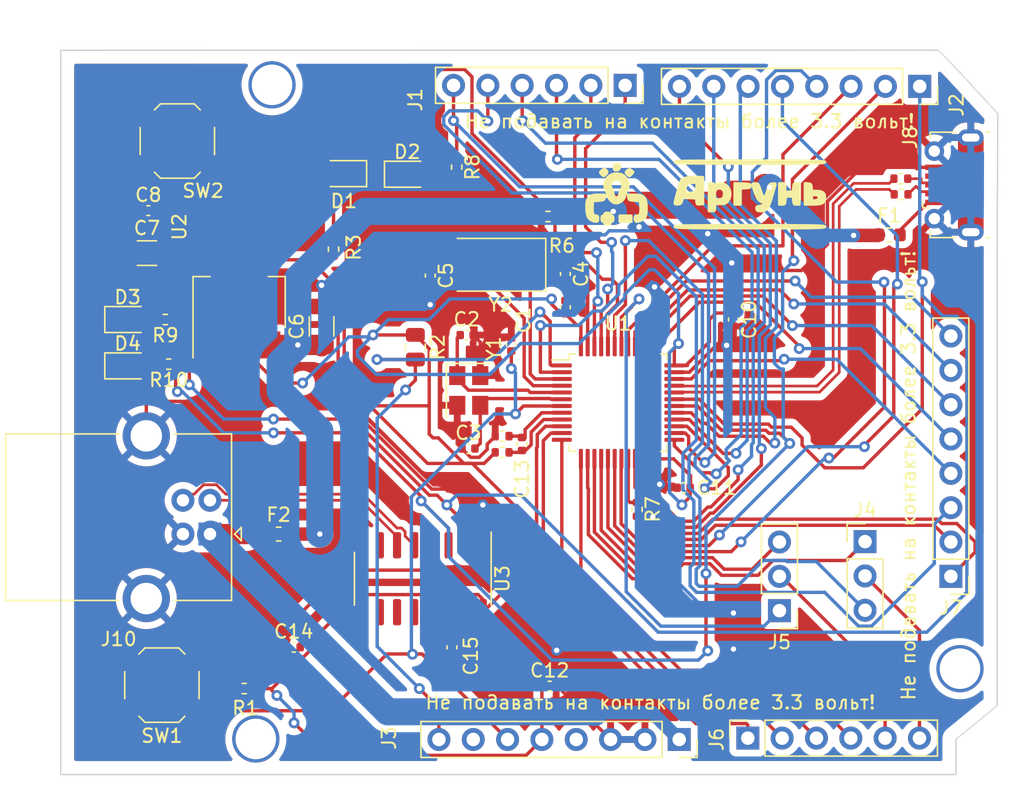
<source format=kicad_pcb>
(kicad_pcb (version 20211014) (generator pcbnew)
  (layers (0 "F.Cu" signal) (31 "B.Cu" signal) (34 "B.Paste" user) (35 "F.Paste" user) (36 "B.SilkS" user "B.Silkscreen") (37 "F.SilkS" user "F.Silkscreen") (38 "B.Mask" user) (39 "F.Mask" user) (44 "Edge.Cuts" user))
  (net 0 "")
  (net 1 "/rst")
  (net 2 "GND")
  (net 3 "/oscin")
  (net 4 "/oscout")
  (net 5 "/osc32in")
  (net 6 "/osc32out")
  (net 7 "+5V")
  (net 8 "+3V3")
  (net 9 "VDDA")
  (net 10 "VSSA")
  (net 11 "Net-(D1-Pad2)")
  (net 12 "/Vin")
  (net 13 "/pin8")
  (net 14 "/pin9")
  (net 15 "/psi1_ss")
  (net 16 "/spi1_mosi")
  (net 17 "/spi1_miso")
  (net 18 "/spi1_sck")
  (net 19 "/pin0")
  (net 20 "/pin1")
  (net 21 "/jtdi")
  (net 22 "/jtck")
  (net 23 "/jtms")
  (net 24 "/pin5")
  (net 25 "/pin6")
  (net 26 "/pin7")
  (net 27 "/a0")
  (net 28 "/a1")
  (net 29 "/a2")
  (net 30 "/a3")
  (net 31 "Net-(J3-Pad5)")
  (net 32 "Net-(J3-Pad6)")
  (net 33 "/a4")
  (net 34 "/sda0")
  (net 35 "/scl0")
  (net 36 "/a5")
  (net 37 "/pb1")
  (net 38 "/pb0")
  (net 39 "/pa7")
  (net 40 "/pa6")
  (net 41 "/pb5")
  (net 43 "/jtdo")
  (net 44 "/boot0")
  (net 45 "/boot1")
  (net 46 "/Vbat")
  (net 48 "/pc13")
  (net 50 "Net-(C14-Pad2)")
  (net 51 "Net-(C15-Pad1)")
  (net 60 "/jrst")
  (net 61 "Net-(D2-Pad2)")
  (net 62 "Net-(D3-Pad2)")
  (net 63 "Net-(D4-Pad2)")
  (net 64 "/USB+")
  (net 65 "/USB-")
  (net 66 "/usb-r-")
  (net 67 "/usb-r+")
  (net 68 "/uart+")
  (net 69 "/uart-")
  (net 70 "Net-(F1-Pad2)")
  (footprint "Resistor_SMD:R_0402_1005Metric" (layer "F.Cu") (at 246.825 60.443 180)
    (fp_text reference "R4" hide)
    (fp_text value "22R")
  )
  (footprint "Connector_PinHeader_2.54mm:PinHeader_1x08_P2.54mm_Vertical" (layer "F.Cu") (at 250.53 89.868 180)
    (fp_text reference "J7")
    (fp_text value "extra pins")
  )
  (footprint "Resistor_SMD:R_0402_1005Metric" (layer "F.Cu") (at 217.325 79.493 180)
    (fp_text reference "FB2" hide)
    (fp_text value "CBW100505U601T" hide)
  )
  (footprint "Capacitor_SMD:C_0402_1005Metric" (layer "F.Cu") (at 214.705 72.013)
    (fp_text reference "C2")
    (fp_text value "6pF")
  )
  (footprint "Capacitor_SMD:C_0402_1005Metric" (layer "F.Cu") (at 220.845 97.993)
    (fp_text reference "C12")
    (fp_text value "100nF")
  )
  (footprint "Package_SO:SOIC-16_3.9x9.9mm_P1.27mm" (layer "F.Cu") (at 211.455 90.043 -90)
    (fp_text reference "U3")
    (fp_text value "CH340C")
  )
  (footprint "Connector_PinSocket_2.54mm:PinSocket_1x08_P2.54mm_Vertical" (layer "F.Cu") (at 230.43 101.938 -90)
    (fp_text reference "J6")
    (fp_text value "powerline")
  )
  (footprint "Capacitor_SMD:C_0402_1005Metric" (layer "F.Cu") (at 222.005 67.493 -90)
    (fp_text reference "C4")
    (fp_text value "6pF")
  )
  (footprint "Capacitor_SMD:C_1206_3216Metric" (layer "F.Cu") (at 191.0465 65.9525)
    (fp_text reference "C7")
    (fp_text value "10uF")
  )
  (footprint "Capacitor_SMD:C_0402_1005Metric" (layer "F.Cu") (at 222.004992 69.952997 90)
    (fp_text reference "C9" hide)
    (fp_text value "100nF")
  )
  (footprint "Package_QFP:LQFP-48_7x7mm_P0.5mm" (layer "F.Cu") (at 225.905 77.013)
    (fp_text reference "U1")
    (fp_text value "gd32vf103cbt6")
  )
  (footprint "Fuse:Fuse_0603_1608Metric" (layer "F.Cu") (at 200.787 86.741)
    (fp_text reference "F2")
    (fp_text value "Fuse_Small")
  )
  (footprint "Capacitor_SMD:C_0402_1005Metric" (layer "F.Cu") (at 230.759 83.312 180)
    (fp_text reference "C11")
    (fp_text value "100nF")
  )
  (footprint "Capacitor_SMD:C_0402_1005Metric" (layer "F.Cu") (at 191.1465 62.8065)
    (fp_text reference "C8")
    (fp_text value "100nF")
  )
  (footprint "Connector_PinSocket_2.54mm:PinSocket_1x06_P2.54mm_Vertical" (layer "F.Cu") (at 226.43 53.538 -90)
    (fp_text reference "J1")
    (fp_text value "Conn_pin13:pin8")
  )
  (footprint "Capacitor_SMD:C_0402_1005Metric" (layer "F.Cu") (at 218.005 72.713 90)
    (fp_text reference "C1")
    (fp_text value "100nF")
  )
  (footprint "Resistor_SMD:R_0402_1005Metric" (layer "F.Cu") (at 192.407 70.866 180)
    (fp_text reference "R9")
    (fp_text value "2k")
  )
  (footprint "Resistor_SMD:R_0402_1005Metric" (layer "F.Cu") (at 204.851 65.661 90)
    (fp_text reference "R3")
    (fp_text value "2k")
  )
  (footprint "Connector_PinHeader_2.54mm:PinHeader_1x03_P2.54mm_Vertical" (layer "F.Cu") (at 244.18 87.298)
    (fp_text reference "J4")
    (fp_text value "selector_a5")
  )
  (footprint "Crystal:Crystal_SMD_0603-2Pin_6.0x3.5mm" (layer "F.Cu") (at 217.205 66.813 180)
    (fp_text reference "Y2")
    (fp_text value "32Khz RTC")
  )
  (footprint "Fuse:Fuse_0603_1608Metric" (layer "F.Cu") (at 245.965 64.603)
    (fp_text reference "F1")
    (fp_text value "6V 2A")
  )
  (footprint "Connector_PinHeader_2.54mm:PinHeader_1x03_P2.54mm_Vertical" (layer "F.Cu") (at 237.845 92.408 180)
    (fp_text reference "J5")
    (fp_text value "selector_a4")
  )
  (footprint "Resistor_SMD:R_0402_1005Metric" (layer "F.Cu") (at 227.305 84.913 -90)
    (fp_text reference "R7")
    (fp_text value "10k")
  )
  (footprint "Button_Switch_SMD:SW_SPST_TL3342" (layer "F.Cu") (at 192.151 97.917 180)
    (fp_text reference "SW1")
    (fp_text value "SW_Push_Dual 4x3 smd")
  )
  (footprint "Capacitor_SMD:C_1206_3216Metric" (layer "F.Cu") (at 203.966 71.374 90)
    (fp_text reference "C6")
    (fp_text value "10uF")
  )
  (footprint "Resistor_SMD:R_0805_2012Metric" (layer "F.Cu") (at 210.905 72.913 -90)
    (fp_text reference "R2")
    (fp_text value "R")
  )
  (footprint "Capacitor_SMD:C_0402_1005Metric" (layer "F.Cu") (at 213.614 95.123 -90)
    (fp_text reference "C15")
    (fp_text value "0.1uF")
  )
  (footprint "Connector_PinSocket_2.54mm:PinSocket_1x06_P2.54mm_Vertical" (layer "F.Cu") (at 235.505 101.838 90)
    (fp_text reference "J3")
    (fp_text value "analog5:0")
  )
  (footprint "Resistor_SMD:R_0402_1005Metric" (layer "F.Cu") (at 198.247 98.171)
    (fp_text reference "R1")
    (fp_text value "10k")
  )
  (footprint "Connector_USB:USB_B_OST_USB-B1HSxx_Horizontal" (layer "F.Cu") (at 195.707 86.741 180)
    (fp_text reference "J10")
    (fp_text value "USB-FS")
  )
  (footprint "Capacitor_SMD:C_0402_1005Metric" (layer "F.Cu") (at 214.835 80.413)
    (fp_text reference "C3")
    (fp_text value "6pF")
  )
  (footprint "Resistor_SMD:R_0402_1005Metric" (layer "F.Cu") (at 217.325 80.693 180)
    (fp_text reference "FB1" hide)
    (fp_text value "CBW100505U601T" hide)
  )
  (footprint "Resistor_SMD:R_0402_1005Metric" (layer "F.Cu") (at 192.659 74.168 180)
    (fp_text reference "R10")
    (fp_text value "2k")
  )
  (footprint "Resistor_SMD:R_0402_1005Metric" (layer "F.Cu") (at 246.844998 61.603001)
    (fp_text reference "R5" hide)
    (fp_text value "22R")
  )
  (footprint "Connector_PinSocket_2.54mm:PinSocket_1x08_P2.54mm_Vertical" (layer "F.Cu") (at 248.225 53.613 -90)
    (fp_text reference "J2")
    (fp_text value "conn_pin7:pin0")
  )
  (footprint "Capacitor_SMD:C_0402_1005Metric" (layer "F.Cu") (at 212.005 67.613 -90)
    (fp_text reference "C5")
    (fp_text value "6pF")
  )
  (footprint "Connector_USB:USB_Micro-B_Molex-105017-0001" (layer "F.Cu") (at 250.765 60.903 90)
    (fp_text reference "J8")
    (fp_text value "USB-FS")
  )
  (footprint "Crystal:Crystal_SMD_3225-4Pin_3.2x2.5mm" (layer "F.Cu") (at 214.855 76.113 -90)
    (fp_text reference "Y1")
    (fp_text value "8Mhz")
  )
  (footprint "Button_Switch_SMD:SW_SPST_TL3342" (layer "F.Cu") (at 193.294 57.658 180)
    (fp_text reference "SW2")
    (fp_text value "SW_Push_Dual 4x3 smd")
  )
  (footprint "Resistor_SMD:R_0402_1005Metric" (layer "F.Cu") (at 220.726 63.246 180)
    (fp_text reference "R6")
    (fp_text value "10k")
  )
  (footprint "LED_SMD:LED_0805_2012Metric" (layer "F.Cu") (at 189.611 70.866)
    (fp_text reference "D3")
    (fp_text value "LED")
  )
  (footprint "Resistor_SMD:R_0402_1005Metric" (layer "F.Cu") (at 213.965 59.588 -90)
    (fp_text reference "R8")
    (fp_text value "2k")
  )
  (footprint "LED_SMD:LED_0805_2012Metric" (layer "F.Cu") (at 205.613 60.071 180)
    (fp_text reference "D1")
    (fp_text value "LED")
  )
  (footprint "Capacitor_SMD:C_0402_1005Metric" (layer "F.Cu") (at 234.442 70.866 -90)
    (fp_text reference "C10")
    (fp_text value "100nF")
  )
  (footprint "Package_TO_SOT_SMD:SOT-223-3_TabPin2" (layer "F.Cu") (at 197.866 69.596 90)
    (fp_text reference "U2")
    (fp_text value "AMS1117-3.3")
  )
  (footprint "Capacitor_SMD:C_0402_1005Metric" (layer "F.Cu") (at 201.905 95.113)
    (fp_text reference "C14")
    (fp_text value "0.1uF")
  )
  (footprint "Capacitor_SMD:C_0402_1005Metric" (layer "F.Cu") (at 218.795 80.073 90)
    (fp_text reference "C13")
    (fp_text value "100nF")
  )
  (footprint "LED_SMD:LED_0805_2012Metric" (layer "F.Cu") (at 210.305 60.113)
    (fp_text reference "D2")
    (fp_text value "LED")
  )
  (footprint "LED_SMD:LED_0805_2012Metric" (layer "F.Cu") (at 189.611 74.295)
    (fp_text reference "D4")
    (fp_text value "LED")
  )
  (gr_poly (pts (xy 235.116902 60.814292) (xy 235.292868 60.821286) (xy 235.429448 60.829306) (xy 235.484503 60.834127) (xy 235.531551 60.839714) (xy 235.571207 60.84624) (xy 235.604084 60.853873) (xy 235.630796 60.862785) (xy 235.651955 60.873145) (xy 235.668176 60.885123) (xy 235.680073 60.898891) (xy 235.688257 60.914618) (xy 235.693344 60.932474) (xy 235.695946 60.952631) (xy 235.696677 60.975257) (xy 235.696513 60.986228) (xy 235.695994 60.996652) (xy 235.695084 61.006544) (xy 235.693744 61.015921) (xy 235.691937 61.024801) (xy 235.689623 61.033199) (xy 235.686766 61.041132) (xy 235.683328 61.048617) (xy 235.67927 61.05567) (xy 235.674555 61.062308) (xy 235.669144 61.068549) (xy 235.663001 61.074407) (xy 235.656086 61.079901) (xy 235.648362 61.085046) (xy 235.639791 61.089859) (xy 235.630335 61.094357) (xy 235.619956 61.098557) (xy 235.608616 61.102475) (xy 235.596277 61.106128) (xy 235.582902 61.109532) (xy 235.568452 61.112704) (xy 235.552889 61.115661) (xy 235.536176 61.118419) (xy 235.518275 61.120995) (xy 235.499147 61.123406) (xy 235.478755 61.125668) (xy 235.434027 61.129812) (xy 235.383786 61.13356) (xy 235.327729 61.137046) (xy 234.958779 61.158347) (xy 234.958779 62.345694) (xy 234.537123 62.345694) (xy 234.537123 60.793891)) (layer "F.SilkS") (width 0.2) (fill solid))
  (gr_poly (pts (xy 238.086809 60.799953) (xy 238.11838 60.80084) (xy 238.145911 60.80283) (xy 238.158247 60.804371) (xy 238.169677 60.806345) (xy 238.180234 60.808804) (xy 238.189953 60.811802) (xy 238.19887 60.81539) (xy 238.207017 60.819621) (xy 238.214431 60.824548) (xy 238.221145 60.830223) (xy 238.227195 60.836698) (xy 238.232613 60.844026) (xy 238.237436 60.852258) (xy 238.241697 60.861449) (xy 238.245432 60.87165) (xy 238.248674 60.882913) (xy 238.251458 60.895291) (xy 238.253819 60.908836) (xy 238.255792 60.923602) (xy 238.25741 60.939639) (xy 238.259721 60.975741) (xy 238.26103 61.01756) (xy 238.261613 61.065518) (xy 238.261746 61.120032) (xy 238.261746 61.440314) (xy 238.560418 61.418708) (xy 238.658632 61.410962) (xy 238.6985 61.406633) (xy 238.732826 61.401385) (xy 238.748055 61.398271) (xy 238.762072 61.394754) (xy 238.774934 61.390775) (xy 238.7867 61.386279) (xy 238.797426 61.381205) (xy 238.807172 61.375497) (xy 238.815994 61.369097) (xy 238.82395 61.361947) (xy 238.831099 61.353989) (xy 238.837498 61.345166) (xy 238.843205 61.33542) (xy 238.848277 61.324693) (xy 238.852773 61.312927) (xy 238.85675 61.300065) (xy 238.860266 61.286048) (xy 238.863379 61.270819) (xy 238.868626 61.236495) (xy 238.872953 61.196629) (xy 238.8807 61.098426) (xy 238.884471 61.049125) (xy 238.888393 61.005544) (xy 238.892733 60.96733) (xy 238.897759 60.934135) (xy 238.903739 60.905609) (xy 238.90717 60.892986) (xy 238.91094 60.8814) (xy 238.915083 60.870805) (xy 238.919631 60.861158) (xy 238.924619 60.852416) (xy 238.93008 60.844535) (xy 238.936047 60.83747) (xy 238.942554 60.831178) (xy 238.949635 60.825616) (xy 238.957322 60.820739) (xy 238.96565 60.816504) (xy 238.974651 60.812867) (xy 238.98436 60.809784) (xy 238.99481 60.807211) (xy 239.018065 60.803422) (xy 239.044685 60.801148) (xy 239.074939 60.800041) (xy 239.109093 60.79975) (xy 239.31588 60.79975) (xy 239.31588 62.345832) (xy 239.109093 62.345832) (xy 239.074939 62.34554) (xy 239.044685 62.344432) (xy 239.018063 62.342158) (xy 239.006031 62.340474) (xy 238.994807 62.338367) (xy 238.984357 62.335793) (xy 238.974647 62.332709) (xy 238.965645 62.329071) (xy 238.957317 62.324835) (xy 238.949629 62.319957) (xy 238.942548 62.314394) (xy 238.936041 62.308101) (xy 238.930073 62.301036) (xy 238.924612 62.293154) (xy 238.919623 62.284411) (xy 238.915075 62.274764) (xy 238.910932 62.264169) (xy 238.907161 62.252582) (xy 238.90373 62.23996) (xy 238.900604 62.226258) (xy 238.897751 62.211434) (xy 238.892726 62.17824) (xy 238.888388 62.14003) (xy 238.884468 62.096452) (xy 238.8807 62.047156) (xy 238.873003 61.948763) (xy 238.868788 61.908933) (xy 238.863741 61.874768) (xy 238.860767 61.859674) (xy 238.857421 61.845833) (xy 238.853647 61.833192) (xy 238.849389 61.821695) (xy 238.844593 61.811288) (xy 238.839204 61.801917) (xy 238.833166 61.793528) (xy 238.826425 61.786067) (xy 238.818926 61.779478) (xy 238.810613 61.773709) (xy 238.801431 61.768703) (xy 238.791326 61.764408) (xy 238.780242 61.760769) (xy 238.768125 61.757731) (xy 238.754918 61.75524) (xy 238.740568 61.753242) (xy 238.708216 61.750507) (xy 238.670629 61.749092) (xy 238.577984 61.748481) (xy 238.485337 61.749102) (xy 238.447748 61.750529) (xy 238.415395 61.753278) (xy 238.401045 61.755284) (xy 238.387839 61.757783) (xy 238.375721 61.760829) (xy 238.364637 61.764477) (xy 238.354532 61.76878) (xy 238.345351 61.773793) (xy 238.337038 61.779569) (xy 238.329538 61.786164) (xy 238.322798 61.793631) (xy 238.31676 61.802025) (xy 238.311372 61.811399) (xy 238.306576 61.821809) (xy 238.302319 61.833307) (xy 238.298545 61.845948) (xy 238.295199 61.859787) (xy 238.292227 61.874877) (xy 238.287181 61.909029) (xy 238.282967 61.948837) (xy 238.275273 62.047156) (xy 238.271506 62.096459) (xy 238.267588 62.140043) (xy 238.263251 62.178257) (xy 238.258227 62.211453) (xy 238.252248 62.23998) (xy 238.248816 62.252603) (xy 238.245046 62.264189) (xy 238.240903 62.274784) (xy 238.236354 62.28443) (xy 238.231366 62.293172) (xy 238.225904 62.301053) (xy 238.219936 62.308117) (xy 238.213428 62.314409) (xy 238.206347 62.319971) (xy 238.198659 62.324847) (xy 238.19033 62.329082) (xy 238.181328 62.332718) (xy 238.171618 62.335801) (xy 238.161168 62.338373) (xy 238.13791 62.342162) (xy 238.111289 62.344434) (xy 238.081034 62.345541) (xy 238.046879 62.345832) (xy 237.840092 62.345832) (xy 237.840092 60.79975) (xy 238.050919 60.79975)) (layer "F.SilkS") (width 0.2) (fill solid))
  (gr_poly (pts (xy 226.752276 59.765252) (xy 226.759387 59.766341) (xy 226.766569 59.767974) (xy 226.77385 59.770147) (xy 226.781257 59.772857) (xy 226.788818 59.776101) (xy 226.796562 59.779875) (xy 226.804514 59.784176) (xy 226.821157 59.794347) (xy 226.838968 59.806586) (xy 226.858168 59.820868) (xy 226.908711 59.859387) (xy 226.954433 59.893844) (xy 226.990311 59.920484) (xy 227.011321 59.935553) (xy 227.014087 59.938696) (xy 227.015244 59.943206) (xy 227.014879 59.948986) (xy 227.013081 59.95594) (xy 227.009936 59.963972) (xy 227.005533 59.972986) (xy 226.993302 59.993575) (xy 226.977089 60.016937) (xy 226.957595 60.042305) (xy 226.935521 60.068907) (xy 226.911569 60.095975) (xy 226.886441 60.122739) (xy 226.860837 60.148431) (xy 226.835459 60.172281) (xy 226.811008 60.19352) (xy 226.788186 60.211378) (xy 226.767694 60.225086) (xy 226.75854 60.230143) (xy 226.750233 60.233875) (xy 226.742858 60.236184) (xy 226.736504 60.236976) (xy 226.733866 60.236807) (xy 226.730958 60.236306) (xy 226.727792 60.235481) (xy 226.724378 60.23434) (xy 226.716848 60.231145) (xy 226.708454 60.226787) (xy 226.699279 60.221331) (xy 226.68941 60.214845) (xy 226.67893 60.207394) (xy 226.667925 60.199044) (xy 226.656479 60.189862) (xy 226.644677 60.179914) (xy 226.632604 60.169266) (xy 226.620344 60.157983) (xy 226.607983 60.146134) (xy 226.595605 60.133783) (xy 226.583294 60.120996) (xy 226.571137 60.10784) (xy 226.571135 60.10784) (xy 226.551929 60.086352) (xy 226.535349 60.06701) (xy 226.521421 60.049512) (xy 226.51546 60.041359) (xy 226.510172 60.033554) (xy 226.505561 60.026059) (xy 226.50163 60.018836) (xy 226.498383 60.011847) (xy 226.495822 60.005053) (xy 226.493951 59.998419) (xy 226.492775 59.991905) (xy 226.492295 59.985473) (xy 226.492515 59.979087) (xy 226.49344 59.972708) (xy 226.495071 59.966298) (xy 226.497413 59.959819) (xy 226.500469 59.953235) (xy 226.504242 59.946506) (xy 226.508737 59.939595) (xy 226.513955 59.932465) (xy 226.519901 59.925077) (xy 226.526577 59.917394) (xy 226.533988 59.909377) (xy 226.551027 59.892193) (xy 226.571044 59.873223) (xy 226.594065 59.852164) (xy 226.6156 59.833053) (xy 226.635435 59.816351) (xy 226.65379 59.802033) (xy 226.662482 59.79576) (xy 226.670887 59.790072) (xy 226.679032 59.784968) (xy 226.686945 59.780442) (xy 226.694654 59.776493) (xy 226.702186 59.773117) (xy 226.709569 59.770311) (xy 226.71683 59.768071) (xy 226.723997 59.766394) (xy 226.731098 59.765277) (xy 226.73816 59.764716) (xy 226.74521 59.764709)) (layer "F.SilkS") (width 0.2) (fill solid))
  (gr_poly (pts (xy 225.145688 62.978537) (xy 225.16957 62.979771) (xy 225.191806 62.981828) (xy 225.212394 62.984708) (xy 225.231336 62.988411) (xy 225.24863 62.992938) (xy 225.264278 62.998288) (xy 225.278278 63.004462) (xy 225.290631 63.01146) (xy 225.301337 63.019283) (xy 225.306072 63.023503) (xy 225.310396 63.027929) (xy 225.314308 63.032562) (xy 225.317808 63.0374) (xy 225.320896 63.042445) (xy 225.323573 63.047696) (xy 225.325838 63.053153) (xy 225.327691 63.058817) (xy 225.329132 63.064686) (xy 225.330161 63.070762) (xy 225.330779 63.077045) (xy 225.330985 63.083533) (xy 225.331123 63.088938) (xy 225.331532 63.094275) (xy 225.332205 63.099536) (xy 225.333136 63.104715) (xy 225.334319 63.109805) (xy 225.335745 63.114799) (xy 225.337409 63.119691) (xy 225.339303 63.124474) (xy 225.341421 63.12914) (xy 225.343757 63.133684) (xy 225.346303 63.138099) (xy 225.349052 63.142377) (xy 225.351998 63.146513) (xy 225.355135 63.150499) (xy 225.358455 63.154328) (xy 225.361951 63.157994) (xy 225.365618 63.16149) (xy 225.369447 63.16481) (xy 225.373433 63.167946) (xy 225.377568 63.170892) (xy 225.381846 63.173641) (xy 225.38626 63.176187) (xy 225.390804 63.178522) (xy 225.39547 63.18064) (xy 225.400251 63.182534) (xy 225.405142 63.184197) (xy 225.410135 63.185623) (xy 225.415224 63.186805) (xy 225.420401 63.187736) (xy 225.425661 63.188409) (xy 225.430995 63.188818) (xy 225.436398 63.188956) (xy 225.442884 63.189162) (xy 225.449164 63.18978) (xy 225.455238 63.19081) (xy 225.461106 63.192251) (xy 225.466768 63.194105) (xy 225.472224 63.19637) (xy 225.477474 63.199047) (xy 225.482518 63.202136) (xy 225.487357 63.205637) (xy 225.491989 63.209549) (xy 225.496416 63.213874) (xy 225.500636 63.21861) (xy 225.504651 63.223757) (xy 225.50846 63.229317) (xy 225.512063 63.235288) (xy 225.51546 63.241671) (xy 225.518651 63.248466) (xy 225.521636 63.255673) (xy 225.524416 63.263291) (xy 225.526989 63.271321) (xy 225.529357 63.279762) (xy 225.531518 63.288616) (xy 225.533474 63.297881) (xy 225.535224 63.307557) (xy 225.536768 63.317645) (xy 225.538106 63.328145) (xy 225.539238 63.339056) (xy 225.540165 63.350379) (xy 225.540885 63.362114) (xy 225.5414 63.37426) (xy 225.541709 63.386818) (xy 225.541812 63.399787) (xy 225.5414 63.425316) (xy 225.540164 63.449198) (xy 225.538106 63.471433) (xy 225.535223 63.492021) (xy 225.531517 63.510961) (xy 225.526987 63.528255) (xy 225.521634 63.543901) (xy 225.515458 63.5579) (xy 225.508458 63.570253) (xy 225.500634 63.580958) (xy 225.496413 63.585693) (xy 225.491987 63.590016) (xy 225.487354 63.593927) (xy 225.482516 63.597427) (xy 225.477472 63.600515) (xy 225.472222 63.603191) (xy 225.466766 63.605456) (xy 225.461104 63.607309) (xy 225.455236 63.60875) (xy 225.449163 63.609779) (xy 225.442883 63.610396) (xy 225.436398 63.610602) (xy 225.430995 63.61074) (xy 225.42566 63.611149) (xy 225.4204 63.611822) (xy 225.415222 63.612752) (xy 225.410133 63.613933) (xy 225.40514 63.615359) (xy 225.400249 63.617021) (xy 225.395467 63.618914) (xy 225.390801 63.621031) (xy 225.386258 63.623365) (xy 225.381843 63.62591) (xy 225.377565 63.628658) (xy 225.37343 63.631603) (xy 225.369445 63.634739) (xy 225.365615 63.638057) (xy 225.361949 63.641553) (xy 225.358453 63.645218) (xy 225.355133 63.649047) (xy 225.351997 63.653033) (xy 225.349051 63.657168) (xy 225.346301 63.661446) (xy 225.343756 63.665861) (xy 225.34142 63.670405) (xy 225.339302 63.675072) (xy 225.337408 63.679855) (xy 225.335744 63.684748) (xy 225.334318 63.689743) (xy 225.333136 63.694835) (xy 225.332205 63.700015) (xy 225.331532 63.705278) (xy 225.331123 63.710617) (xy 225.330985 63.716025) (xy 225.330779 63.722513) (xy 225.330161 63.728794) (xy 225.329132 63.734869) (xy 225.32769 63.740738) (xy 225.325837 63.7464) (xy 225.323572 63.751857) (xy 225.320896 63.757107) (xy 225.317807 63.762152) (xy 225.314307 63.76699) (xy 225.310395 63.771623) (xy 225.306072 63.776049) (xy 225.301336 63.780269) (xy 225.296189 63.784284) (xy 225.29063 63.788092) (xy 225.284659 63.791694) (xy 225.278276 63.795091) (xy 225.271482 63.798281) (xy 225.264276 63.801266) (xy 225.256658 63.804044) (xy 225.248629 63.806617) (xy 225.240187 63.808984) (xy 225.231334 63.811144) (xy 225.222069 63.813099) (xy 225.212393 63.814849) (xy 225.202304 63.816392) (xy 225.191804 63.817729) (xy 225.180893 63.818861) (xy 225.169569 63.819787) (xy 225.157834 63.820507) (xy 225.145687 63.821022) (xy 225.133128 63.82133) (xy 225.120158 63.821433) (xy 225.094628 63.821022) (xy 225.070745 63.819788) (xy 225.048509 63.817731) (xy 225.02792 63.814851) (xy 225.008979 63.811147) (xy 224.991684 63.806621) (xy 224.976037 63.80127) (xy 224.962036 63.795096) (xy 224.949683 63.788098) (xy 224.938977 63.780276) (xy 224.934241 63.776056) (xy 224.929918 63.771629) (xy 224.926006 63.766997) (xy 224.922506 63.762158) (xy 224.919418 63.757114) (xy 224.916741 63.751863) (xy 224.914476 63.746405) (xy 224.912623 63.740742) (xy 224.911182 63.734872) (xy 224.910153 63.728796) (xy 224.909535 63.722514) (xy 224.909329 63.716025) (xy 224.909191 63.71062) (xy 224.908782 63.705283) (xy 224.908109 63.700022) (xy 224.907177 63.694843) (xy 224.905995 63.689753) (xy 224.904569 63.684759) (xy 224.902905 63.679867) (xy 224.901011 63.675085) (xy 224.898892 63.670418) (xy 224.896557 63.665874) (xy 224.894011 63.661459) (xy 224.891262 63.657181) (xy 224.888315 63.653046) (xy 224.885179 63.64906) (xy 224.881859 63.64523) (xy 224.878363 63.641564) (xy 224.874696 63.638068) (xy 224.870867 63.634748) (xy 224.866881 63.631612) (xy 224.862746 63.628666) (xy 224.858468 63.625917) (xy 224.854054 63.623372) (xy 224.84951 63.621037) (xy 224.844844 63.618919) (xy 224.840062 63.617025) (xy 224.835172 63.615361) (xy 224.830179 63.613935) (xy 224.82509 63.612753) (xy 224.819913 63.611822) (xy 224.814653 63.611149) (xy 224.809319 63.61074) (xy 224.803916 63.610602) (xy 224.79743 63.610396) (xy 224.79115 63.609779) (xy 224.785076 63.608749) (xy 224.779208 63.607307) (xy 224.773546 63.605454) (xy 224.76809 63.603189) (xy 224.76284 63.600512) (xy 224.757795 63.597423) (xy 224.752957 63.593922) (xy 224.748325 63.59001) (xy 224.743898 63.585686) (xy 224.739677 63.58095) (xy 224.735663 63.575802) (xy 224.731854 63.570243) (xy 224.728251 63.564272) (xy 224.724854 63.557889) (xy 224.721663 63.551094) (xy 224.718678 63.543888) (xy 224.715898 63.536271) (xy 224.713325 63.528241) (xy 224.710957 63.5198) (xy 224.708796 63.510948) (xy 224.70684 63.501684) (xy 224.70509 63.492008) (xy 224.703546 63.481921) (xy 224.702208 63.471422) (xy 224.701075 63.460511) (xy 224.700149 63.449189) (xy 224.699429 63.437456) (xy 224.698914 63.425311) (xy 224.698605 63.412755) (xy 224.698502 63.399787) (xy 224.698914 63.374255) (xy 224.700149 63.350371) (xy 224.702208 63.328134) (xy 224.705091 63.307544) (xy 224.708797 63.288602) (xy 224.713326 63.271307) (xy 224.718679 63.25566) (xy 224.724856 63.24166) (xy 224.731856 63.229307) (xy 224.73968 63.218602) (xy 224.743901 63.213866) (xy 224.748327 63.209543) (xy 224.752959 63.205631) (xy 224.757798 63.202132) (xy 224.762842 63.199044) (xy 224.768092 63.196367) (xy 224.773548 63.194103) (xy 224.77921 63.19225) (xy 224.785077 63.190809) (xy 224.791151 63.18978) (xy 224.79743 63.189162) (xy 224.803916 63.188956) (xy 224.809319 63.188818) (xy 224.814654 63.18841) (xy 224.819914 63.187737) (xy 224.825092 63.186806) (xy 224.83018 63.185625) (xy 224.835174 63.1842) (xy 224.840065 63.182537) (xy 224.844847 63.180644) (xy 224.849513 63.178527) (xy 224.854056 63.176193) (xy 224.85847 63.173649) (xy 224.862748 63.1709) (xy 224.866884 63.167955) (xy 224.870869 63.16482) (xy 224.874699 63.161501) (xy 224.878365 63.158006) (xy 224.881861 63.15434) (xy 224.885181 63.150511) (xy 224.888317 63.146526) (xy 224.891263 63.142391) (xy 224.894012 63.138113) (xy 224.896558 63.133698) (xy 224.898893 63.129154) (xy 224.901012 63.124487) (xy 224.902906 63.119703) (xy 224.904569 63.114811) (xy 224.905996 63.109815) (xy 224.907178 63.104724) (xy 224.908109 63.099543) (xy 224.908782 63.09428) (xy 224.909191 63.088941) (xy 224.909329 63.083533) (xy 224.909535 63.077046) (xy 224.910153 63.070765) (xy 224.911182 63.06469) (xy 224.912623 63.058821) (xy 224.914476 63.053158) (xy 224.916741 63.047702) (xy 224.919418 63.042451) (xy 224.922506 63.037407) (xy 224.926007 63.032568) (xy 224.929919 63.027936) (xy 224.934242 63.02351) (xy 224.938978 63.019289) (xy 224.944125 63.015275) (xy 224.949684 63.011467) (xy 224.955655 63.007864) (xy 224.962038 63.004468) (xy 224.968832 63.001277) (xy 224.976038 62.998293) (xy 224.983656 62.995514) (xy 224.991686 62.992942) (xy 225.000127 62.990575) (xy 225.00898 62.988414) (xy 225.018245 62.986459) (xy 225.027922 62.98471) (xy 225.03801 62.983167) (xy 225.04851 62.981829) (xy 225.059422 62.980697) (xy 225.070746 62.979771) (xy 225.082481 62.979051) (xy 225.094628 62.978537) (xy 225.107187 62.978228) (xy 225.120158 62.978126)) (layer "F.SilkS") (width 0.2) (fill solid))
  (gr_poly (pts (xy 225.861881 59.393931) (xy 225.892298 59.39485) (xy 225.91903 59.396622) (xy 225.942275 59.399445) (xy 225.952651 59.401312) (xy 225.962228 59.403515) (xy 225.971033 59.406079) (xy 225.979088 59.409029) (xy 225.98642 59.412389) (xy 225.993051 59.416184) (xy 225.999008 59.420439) (xy 226.004314 59.425177) (xy 226.008994 59.430425) (xy 226.013074 59.436206) (xy 226.016576 59.442544) (xy 226.019527 59.449465) (xy 226.02195 59.456994) (xy 226.023871 59.465154) (xy 226.025313 59.473971) (xy 226.026302 59.483468) (xy 226.026862 59.493672) (xy 226.027018 59.504605) (xy 226.026215 59.528762) (xy 226.02409 59.556135) (xy 226.02084 59.586921) (xy 226.017211 59.614164) (xy 226.012794 59.639045) (xy 226.007478 59.661678) (xy 226.004447 59.672186) (xy 226.00115 59.682174) (xy 225.997571 59.691655) (xy 225.993697 59.700645) (xy 225.989514 59.709157) (xy 225.985008 59.717205) (xy 225.980164 59.724803) (xy 225.974969 59.731966) (xy 225.969409 59.738707) (xy 225.963469 59.74504) (xy 225.957135 59.750979) (xy 225.950394 59.75654) (xy 225.943231 59.761734) (xy 225.935633 59.766577) (xy 225.927584 59.771083) (xy 225.919072 59.775266) (xy 225.910082 59.779139) (xy 225.9006 59.782718) (xy 225.890612 59.786015) (xy 225.880104 59.789045) (xy 225.857471 59.79436) (xy 225.832589 59.798776) (xy 225.805346 59.802405) (xy 225.77456 59.805658) (xy 225.747186 59.807783) (xy 225.72303 59.808583) (xy 225.712096 59.808426) (xy 225.701892 59.807864) (xy 225.692394 59.806872) (xy 225.683577 59.805427) (xy 225.675417 59.803504) (xy 225.667888 59.801078) (xy 225.660967 59.798124) (xy 225.654628 59.794618) (xy 225.648847 59.790536) (xy 225.643599 59.785853) (xy 225.638861 59.780545) (xy 225.634606 59.774586) (xy 225.630811 59.767952) (xy 225.62745 59.76062) (xy 225.6245 59.752563) (xy 225.621936 59.743759) (xy 225.619732 59.734181) (xy 225.617865 59.723806) (xy 225.61631 59.712609) (xy 225.615042 59.700565) (xy 225.61327 59.673841) (xy 225.61235 59.643435) (xy 225.612088 59.609161) (xy 225.612381 59.574838) (xy 225.613406 59.544314) (xy 225.615382 59.517377) (xy 225.61853 59.493807) (xy 225.620612 59.483216) (xy 225.623069 59.473384) (xy 225.625929 59.464284) (xy 225.629218 59.455889) (xy 225.632965 59.448171) (xy 225.637197 59.441103) (xy 225.641942 59.434657) (xy 225.647226 59.428805) (xy 225.653077 59.423521) (xy 225.659523 59.418777) (xy 225.666592 59.414545) (xy 225.674309 59.410798) (xy 225.682704 59.407508) (xy 225.691804 59.404649) (xy 225.701635 59.402192) (xy 225.712226 59.40011) (xy 225.735795 59.396962) (xy 225.762731 59.394986) (xy 225.793254 59.393961) (xy 225.827582 59.393668)) (layer "F.SilkS") (width 0.2) (fill solid))
  (gr_poly (pts (xy 233.553277 60.798913) (xy 233.604475 60.80569) (xy 233.655249 60.816587) (xy 233.705379 60.831567) (xy 233.754646 60.850592) (xy 233.802829 60.873623) (xy 233.849708 60.900621) (xy 233.895063 60.93155) (xy 233.938675 60.966369) (xy 233.980322 61.005042) (xy 234.005533 61.031742) (xy 234.029217 61.059843) (xy 234.051372 61.089254) (xy 234.071996 61.119887) (xy 234.091085 61.151654) (xy 234.108637 61.184465) (xy 234.124649 61.218232) (xy 234.139117 61.252867) (xy 234.15204 61.288279) (xy 234.163414 61.324381) (xy 234.173236 61.361084) (xy 234.181504 61.398299) (xy 234.193365 61.473909) (xy 234.198974 61.550502) (xy 234.198307 61.627367) (xy 234.191342 61.703793) (xy 234.185491 61.74162) (xy 234.178056 61.779072) (xy 234.169036 61.816058) (xy 234.158427 61.852491) (xy 234.146226 61.888282) (xy 234.132431 61.923342) (xy 234.117038 61.957582) (xy 234.100045 61.990914) (xy 234.081449 62.023248) (xy 234.061246 62.054497) (xy 234.039435 62.08457) (xy 234.016013 62.113379) (xy 233.988891 62.144169) (xy 233.963154 62.17162) (xy 233.950641 62.184151) (xy 233.938277 62.195915) (xy 233.925997 62.206935) (xy 233.913734 62.217234) (xy 233.901424 62.226834) (xy 233.888999 62.235758) (xy 233.876395 62.244029) (xy 233.863546 62.251669) (xy 233.850386 62.258701) (xy 233.836849 62.265147) (xy 233.822869 62.271031) (xy 233.808382 62.276374) (xy 233.79332 62.281199) (xy 233.777618 62.28553) (xy 233.761212 62.289387) (xy 233.744033 62.292796) (xy 233.726018 62.295777) (xy 233.7071 62.298353) (xy 233.687214 62.300548) (xy 233.666294 62.302383) (xy 233.621087 62.305066) (xy 233.570954 62.306584) (xy 233.51537 62.307116) (xy 233.453808 62.306846) (xy 233.061328 62.302848) (xy 233.061328 62.57009) (xy 233.061127 62.614308) (xy 233.06036 62.653381) (xy 233.058777 62.687627) (xy 233.056128 62.717361) (xy 233.052165 62.742899) (xy 233.049612 62.754193) (xy 233.046637 62.764558) (xy 233.043209 62.774031) (xy 233.039296 62.782653) (xy 233.034868 62.790463) (xy 233.029893 62.797501) (xy 233.02434 62.803807) (xy 233.018178 62.809419) (xy 233.011376 62.814377) (xy 233.003902 62.818722) (xy 232.995725 62.822491) (xy 232.986815 62.825726) (xy 232.97714 62.828465) (xy 232.966669 62.830747) (xy 232.943213 62.834103) (xy 232.9162 62.836108) (xy 232.885379 62.837079) (xy 232.850501 62.837333) (xy 232.639672 62.837333) (xy 232.639674 61.81858) (xy 232.639674 61.604651) (xy 233.061329 61.604651) (xy 233.061804 61.66906) (xy 233.063463 61.726228) (xy 233.06666 61.776538) (xy 233.071748 61.820371) (xy 233.075112 61.839978) (xy 233.079081 61.858109) (xy 233.083699 61.874811) (xy 233.089011 61.890133) (xy 233.095061 61.904121) (xy 233.101893 61.916824) (xy 233.109551 61.92829) (xy 233.118079 61.938565) (xy 233.127521 61.947698) (xy 233.137922 61.955737) (xy 233.149326 61.962728) (xy 233.161777 61.968721) (xy 233.175318 61.973762) (xy 233.189995 61.977899) (xy 233.205852 61.981179) (xy 233.222932 61.983652) (xy 233.241279 61.985363) (xy 233.260938 61.986362) (xy 233.30437 61.98641) (xy 233.353578 61.984178) (xy 233.408917 61.980048) (xy 233.4444 61.976588) (xy 233.476922 61.972384) (xy 233.506666 61.967313) (xy 233.533814 61.96125) (xy 233.558549 61.954071) (xy 233.581054 61.945651) (xy 233.591527 61.940937) (xy 233.601512 61.935866) (xy 233.61103 61.930423) (xy 233.620106 61.924592) (xy 233.62876 61.918358) (xy 233.637018 61.911705) (xy 233.6449 61.904617) (xy 233.652431 61.897079) (xy 233.659632 61.889076) (xy 233.666528 61.880592) (xy 233.679492 61.862119) (xy 233.691505 61.841535) (xy 233.70275 61.818716) (xy 233.713411 61.793538) (xy 233.72367 61.765876) (xy 233.732605 61.738471) (xy 233.740237 61.711176) (xy 233.746586 61.684035) (xy 233.751671 61.657091) (xy 233.755512 61.630391) (xy 233.758128 61.603977) (xy 233.759538 61.577895) (xy 233.759762 61.552188) (xy 233.758819 61.526902) (xy 233.75673 61.50208) (xy 233.753512 61.477768) (xy 233.749186 61.454009) (xy 233.743771 61.430847) (xy 233.737287 61.408329) (xy 233.729753 61.386496) (xy 233.721189 61.365395) (xy 233.711613 61.34507) (xy 233.701046 61.325565) (xy 233.689506 61.306924) (xy 233.677014 61.289191) (xy 233.663589 61.272412) (xy 233.649249 61.256631) (xy 233.634016 61.241892) (xy 233.617907 61.228239) (xy 233.600943 61.215717) (xy 233.583143 61.20437) (xy 233.564526 61.194243) (xy 233.545112 61.18538) (xy 233.52492 61.177826) (xy 233.503971 61.171625) (xy 233.482282 61.166821) (xy 233.459874 61.163459) (xy 233.434019 61.1609) (xy 233.409111 61.159302) (xy 233.385144 61.158676) (xy 233.362107 61.159031) (xy 233.339994 61.160375) (xy 233.318795 61.162718) (xy 233.298502 61.166069) (xy 233.279107 61.170438) (xy 233.260602 61.175834) (xy 233.242978 61.182266) (xy 233.226227 61.189743) (xy 233.210341 61.198274) (xy 233.195311 61.20787) (xy 233.181128 61.218539) (xy 233.167785 61.23029) (xy 233.155274 61.243133) (xy 233.143585 61.257076) (xy 233.132711 61.27213) (xy 233.122643 61.288304) (xy 233.113373 61.305606) (xy 233.104892 61.324046) (xy 233.097193 61.343634) (xy 233.090266 61.364378) (xy 233.084104 61.386288) (xy 233.078698 61.409373) (xy 233.07404 61.433643) (xy 233.070122 61.459106) (xy 233.066934 61.485772) (xy 233.06447 61.51365) (xy 233.06272 61.54275) (xy 233.061329 61.604651) (xy 232.639674 61.604651) (xy 232.639674 60.799582) (xy 232.811215 60.799582) (xy 232.828916 60.799948) (xy 232.846564 60.80102) (xy 232.864048 60.802763) (xy 232.881259 60.805141) (xy 232.898086 60.808117) (xy 232.914419 60.811656) (xy 232.930148 60.815722) (xy 232.945161 60.820279) (xy 232.95935 60.82529) (xy 232.972603 60.830721) (xy 232.984811 60.836533) (xy 232.995863 60.842693) (xy 233.005649 60.849163) (xy 233.014059 60.855908) (xy 233.020982 60.862892) (xy 233.026309 60.870078) (xy 233.029123 60.874356) (xy 233.032107 60.878358) (xy 233.035261 60.882084) (xy 233.038585 60.885534) (xy 233.04208 60.888708) (xy 233.045746 60.891606) (xy 233.049582 60.894228) (xy 233.05359 60.896574) (xy 233.057768 60.898644) (xy 233.062118 60.900438) (xy 233.06664 60.901956) (xy 233.071333 60.903198) (xy 233.076199 60.904164) (xy 233.081236 60.904854) (xy 233.086445 60.905268) (xy 233.091827 60.905406) (xy 233.097382 60.905268) (xy 233.103109 60.904854) (xy 233.109009 60.904164) (xy 233.115083 60.903198) (xy 233.121329 60.901956) (xy 233.127749 60.900438) (xy 233.134343 60.898644) (xy 233.14111 60.896574) (xy 233.148052 60.894228) (xy 233.155167 60.891606) (xy 233.162457 60.888708) (xy 233.169921 60.885534) (xy 233.17756 60.882084) (xy 233.185374 60.878358) (xy 233.201527 60.870078) (xy 233.225373 60.857956) (xy 233.249526 60.846937) (xy 233.298642 60.828184) (xy 233.348656 60.813782) (xy 233.399346 60.803692) (xy 233.450493 60.797876) (xy 233.501877 60.796296)) (layer "F.SilkS") (width 0.2) (fill solid))
  (gr_poly (pts (xy 238.591166 59.11599) (xy 240.270466 59.130473) (xy 240.74556 59.143844) (xy 241.033252 59.162357) (xy 241.175268 59.186804) (xy 241.204687 59.201501) (xy 241.213334 59.217978) (xy 241.211281 59.226446) (xy 241.204687 59.234456) (xy 241.1929 59.242021) (xy 241.175268 59.249153) (xy 241.151139 59.255865) (xy 241.119861 59.262169) (xy 241.080783 59.268077) (xy 241.033252 59.273602) (xy 240.910224 59.283552) (xy 240.74556 59.292118) (xy 240.534046 59.299398) (xy 240.270466 59.305491) (xy 239.949604 59.310497) (xy 239.566243 59.314515) (xy 238.591166 59.31998) (xy 237.303507 59.322678) (xy 235.66154 59.323401) (xy 232.731913 59.319982) (xy 231.052611 59.305497) (xy 230.577517 59.292125) (xy 230.289826 59.273609) (xy 230.14781 59.249158) (xy 230.118391 59.234458) (xy 230.109744 59.217978) (xy 230.111797 59.209511) (xy 230.118391 59.201501) (xy 230.130178 59.193936) (xy 230.14781 59.186804) (xy 230.171938 59.180093) (xy 230.203216 59.173789) (xy 230.242294 59.167881) (xy 230.289826 59.162357) (xy 230.412854 59.152408) (xy 230.577517 59.143844) (xy 230.789031 59.136565) (xy 231.052611 59.130473) (xy 231.373474 59.125469) (xy 231.756834 59.121453) (xy 232.731913 59.11599) (xy 234.019572 59.113294) (xy 235.66154 59.112571)) (layer "F.SilkS") (width 0.2) (fill solid))
  (gr_poly (pts (xy 225.851451 60.074343) (xy 225.913701 60.078414) (xy 225.972823 60.085303) (xy 226.028978 60.095095) (xy 226.082324 60.107874) (xy 226.13302 60.123726) (xy 226.181225 60.142734) (xy 226.227097 60.164985) (xy 226.270796 60.190562) (xy 226.31248 60.21955) (xy 226.352308 60.252035) (xy 226.390439 60.288101) (xy 226.427033 60.327832) (xy 226.462247 60.371315) (xy 226.496241 60.418632) (xy 226.529174 60.46987) (xy 226.557603 60.519816) (xy 226.582584 60.570665) (xy 226.604112 60.622287) (xy 226.622181 60.67455) (xy 226.636784 60.727324) (xy 226.647916 60.780476) (xy 226.655571 60.833876) (xy 226.659742 60.887393) (xy 226.660425 60.940895) (xy 226.657612 60.994251) (xy 226.651298 61.04733) (xy 226.641477 61.100001) (xy 226.628143 61.152132) (xy 226.61129 61.203593) (xy 226.590912 61.254251) (xy 226.567004 61.303977) (xy 226.546318 61.346066) (xy 226.525229 61.393488) (xy 226.504327 61.444623) (xy 226.4842 61.497849) (xy 226.465438 61.551546) (xy 226.448631 61.60409) (xy 226.434368 61.653862) (xy 226.423239 61.699241) (xy 226.414867 61.732429) (xy 226.404489 61.765132) (xy 226.392195 61.797292) (xy 226.378077 61.828848) (xy 226.362226 61.859741) (xy 226.344733 61.889913) (xy 226.325689 61.919303) (xy 226.305186 61.947853) (xy 226.283314 61.975503) (xy 226.260164 62.002194) (xy 226.235829 62.027867) (xy 226.210398 62.052463) (xy 226.183962 62.075922) (xy 226.156614 62.098184) (xy 226.128444 62.119192) (xy 226.099543 62.138884) (xy 226.070003 62.157203) (xy 226.039914 62.174089) (xy 226.009367 62.189483) (xy 225.978454 62.203325) (xy 225.947266 62.215556) (xy 225.915894 62.226117) (xy 225.884429 62.234948) (xy 225.852962 62.241991) (xy 225.821584 62.247186) (xy 225.790386 62.250473) (xy 225.75946 62.251794) (xy 225.728896 62.25109) (xy 225.698787 62.2483) (xy 225.669221 62.243366) (xy 225.640292 62.236229) (xy 225.61209 62.226828) (xy 225.612088 62.226813) (xy 225.593255 62.219189) (xy 225.574377 62.21061) (xy 225.536617 62.190741) (xy 225.499074 62.167512) (xy 225.462016 62.14123) (xy 225.425709 62.112201) (xy 225.390421 62.080731) (xy 225.356419 62.047128) (xy 225.323969 62.011697) (xy 225.293339 61.974744) (xy 225.264796 61.936578) (xy 225.238607 61.897502) (xy 225.215039 61.857825) (xy 225.194359 61.817852) (xy 225.176834 61.77789) (xy 225.162731 61.738246) (xy 225.157046 61.718639) (xy 225.152318 61.699225) (xy 225.14119 61.653847) (xy 225.126928 61.604075) (xy 225.11012 61.55153) (xy 225.091357 61.497834) (xy 225.071229 61.444608) (xy 225.050326 61.393473) (xy 225.029237 61.34605) (xy 225.008553 61.303962) (xy 224.982886 61.250518) (xy 224.961321 61.196648) (xy 224.943769 61.142493) (xy 224.930144 61.08819) (xy 224.920358 61.033879) (xy 224.914322 60.9797) (xy 224.912717 60.943249) (xy 225.336564 60.943249) (xy 225.337111 60.959451) (xy 225.338511 60.975645) (xy 225.340764 60.991843) (xy 225.34387 61.008052) (xy 225.347827 61.024282) (xy 225.352636 61.040544) (xy 225.358296 61.056846) (xy 225.364806 61.073197) (xy 225.372167 61.089608) (xy 225.380377 61.106087) (xy 225.389437 61.122644) (xy 225.410103 61.15603) (xy 225.434161 61.189841) (xy 225.444683 61.204662) (xy 225.454933 61.220893) (xy 225.464857 61.238371) (xy 225.4744 61.256936) (xy 225.483509 61.276424) (xy 225.492129 61.296674) (xy 225.500207 61.317524) (xy 225.507688 61.338813) (xy 225.514519 61.360377) (xy 225.520645 61.382056) (xy 225.526012 61.403686) (xy 225.530566 61.425107) (xy 225.534254 61.446157) (xy 225.537021 61.466672) (xy 225.538813 61.486492) (xy 225.539576 61.505454) (xy 225.541298 61.540282) (xy 225.545507 61.574274) (xy 225.552064 61.607234) (xy 225.560831 61.638968) (xy 225.571669 61.669282) (xy 225.584438 61.69798) (xy 225.598999 61.724869) (xy 225.615214 61.749753) (xy 225.632944 61.772438) (xy 225.652049 61.79273) (xy 225.662073 61.801918) (xy 225.67239 61.810434) (xy 225.682981 61.818255) (xy 225.693828 61.825356) (xy 225.704916 61.831712) (xy 225.716225 61.8373) (xy 225.72774 61.842095) (xy 225.739441 61.846072) (xy 225.751313 61.849208) (xy 225.763338 61.851479) (xy 225.775498 61.852858) (xy 225.787776 61.853324) (xy 225.796088 61.852886) (xy 225.805026 61.851601) (xy 225.814507 61.849512) (xy 225.824447 61.846664) (xy 225.834763 61.843098) (xy 225.845374 61.83886) (xy 225.856195 61.833992) (xy 225.867144 61.828538) (xy 225.878139 61.822541) (xy 225.889096 61.816045) (xy 225.899933 61.809093) (xy 225.910566 61.801729) (xy 225.920914 61.793996) (xy 225.930892 61.785938) (xy 225.940418 61.777598) (xy 225.94941 61.769019) (xy 225.949412 61.769004) (xy 225.958002 61.759434) (xy 225.966351 61.748217) (xy 225.974417 61.735494) (xy 225.982155 61.721404) (xy 225.989522 61.706086) (xy 225.996476 61.68968) (xy 226.002973 61.672325) (xy 226.008969 61.654162) (xy 226.014422 61.63533) (xy 226.019288 61.615969) (xy 226.023524 61.596217) (xy 226.027087 61.576215) (xy 226.029934 61.556103) (xy 226.03202 61.536019) (xy 226.033304 61.516104) (xy 226.033742 61.496497) (xy 226.034289 61.476876) (xy 226.035893 61.456915) (xy 226.038502 61.436754) (xy 226.04206 61.416535) (xy 226.046514 61.396399) (xy 226.051809 61.376488) (xy 226.057892 61.356944) (xy 226.064708 61.337907) (xy 226.072204 61.319519) (xy 226.080325 61.301921) (xy 226.089017 61.285255) (xy 226.098226 61.269662) (xy 226.107899 61.255283) (xy 226.117981 61.24226) (xy 226.128417 61.230734) (xy 226.139155 61.220847) (xy 226.144559 61.216114) (xy 226.149894 61.210946) (xy 226.160331 61.199374) (xy 226.170413 61.186274) (xy 226.180086 61.17179) (xy 226.189296 61.156063) (xy 226.197988 61.139238) (xy 226.206109 61.121458) (xy 226.213604 61.102864) (xy 226.22042 61.083601) (xy 226.226503 61.063811) (xy 226.231798 61.043638) (xy 226.236251 61.023224) (xy 226.239809 61.002713) (xy 226.242417 60.982247) (xy 226.244022 60.961969) (xy 226.244568 60.942023) (xy 226.243025 60.905064) (xy 226.238495 60.869373) (xy 226.231129 60.835005) (xy 226.221076 60.802014) (xy 226.208487 60.770453) (xy 226.193511 60.740379) (xy 226.176299 60.711844) (xy 226.157001 60.684903) (xy 226.135767 60.65961) (xy 226.112747 60.63602) (xy 226.088091 60.614186) (xy 226.061949 60.594164) (xy 226.034472 60.576007) (xy 226.005809 60.559769) (xy 225.97611 60.545506) (xy 225.945526 60.533271) (xy 225.914206 60.523118) (xy 225.882301 60.515102) (xy 225.849961 60.509277) (xy 225.817335 60.505697) (xy 225.784574 60.504417) (xy 225.751829 60.505491) (xy 225.719248 60.508973) (xy 225.686982 60.514917) (xy 225.655182 60.523378) (xy 225.623997 60.53441) (xy 225.593577 60.548067) (xy 225.564072 60.564403) (xy 225.535634 60.583473) (xy 225.50841 60.605332) (xy 225.482553 60.630033) (xy 225.458211 60.65763) (xy 225.431027 60.692986) (xy 225.407284 60.727711) (xy 225.386977 60.76188) (xy 225.378111 60.77878) (xy 225.370103 60.795569) (xy 225.362952 60.812257) (xy 225.356659 60.828853) (xy 225.351222 60.845367) (xy 225.346641 60.861808) (xy 225.342916 60.878186) (xy 225.340046 60.894509) (xy 225.338031 60.910788) (xy 225.33687 60.927031) (xy 225.336564 60.943249) (xy 224.912717 60.943249) (xy 224.911948 60.925791) (xy 224.91315 60.872292) (xy 224.917838 60.819342) (xy 224.925925 60.767079) (xy 224.937323 60.715644) (xy 224.951944 60.665175) (xy 224.969701 60.615811) (xy 224.990506 60.567691) (xy 225.014269 60.520956) (xy 225.040905 60.475743) (xy 225.070324 60.432193) (xy 225.10244 60.390443) (xy 225.137163 60.350634) (xy 225.174406 60.312904) (xy 225.214082 60.277393) (xy 225.256103 60.24424) (xy 225.30038 60.213584) (xy 225.346825 60.185564) (xy 225.395351 60.16032) (xy 225.445871 60.137989) (xy 225.498295 60.118713) (xy 225.552536 60.102629) (xy 225.608507 60.089877) (xy 225.666119 60.080596) (xy 225.725285 60.074926) (xy 225.785916 60.073005)) (layer "F.SilkS") (width 0.2) (fill solid))
  (gr_poly (pts (xy 227.135926 61.644935) (xy 227.262874 61.647627) (xy 227.377354 61.655024) (xy 227.430103 61.660694) (xy 227.479956 61.667791) (xy 227.526987 61.676398) (xy 227.571271 61.686599) (xy 227.612879 61.698476) (xy 227.651888 61.712114) (xy 227.688369 61.727596) (xy 227.722398 61.745005) (xy 227.754047 61.764426) (xy 227.783391 61.78594) (xy 227.810503 61.809633) (xy 227.835458 61.835587) (xy 227.858328 61.863887) (xy 227.879188 61.894614) (xy 227.898112 61.927854) (xy 227.915173 61.96369) (xy 227.930445 62.002204) (xy 227.944002 62.043481) (xy 227.955918 62.087604) (xy 227.966266 62.134657) (xy 227.97512 62.184722) (xy 227.982554 62.237885) (xy 227.993458 62.353833) (xy 227.999568 62.48317) (xy 228.001473 62.626563) (xy 228.000707 62.729281) (xy 227.998249 62.822804) (xy 227.993858 62.907734) (xy 227.987295 62.984675) (xy 227.978317 63.054229) (xy 227.966686 63.117) (xy 227.95216 63.17359) (xy 227.934499 63.224603) (xy 227.913463 63.270641) (xy 227.888811 63.312308) (xy 227.860302 63.350206) (xy 227.827697 63.384939) (xy 227.790755 63.41711) (xy 227.749235 63.447322) (xy 227.702896 63.476177) (xy 227.651499 63.504279) (xy 227.590429 63.53452) (xy 227.533556 63.559891) (xy 227.480844 63.580385) (xy 227.432259 63.595995) (xy 227.387764 63.606713) (xy 227.36704 63.610235) (xy 227.347325 63.612531) (xy 227.328614 63.6136) (xy 227.310905 63.613442) (xy 227.294191 63.612055) (xy 227.278469 63.609439) (xy 227.263734 63.605592) (xy 227.249982 63.600513) (xy 227.237209 63.594203) (xy 227.225409 63.586659) (xy 227.214579 63.57788) (xy 227.204713 63.567867) (xy 227.195809 63.556617) (xy 227.18786 63.54413) (xy 227.180863 63.530405) (xy 227.174814 63.515442) (xy 227.169707 63.499238) (xy 227.165539 63.481794) (xy 227.162305 63.463107) (xy 227.16 63.443178) (xy 227.158162 63.399589) (xy 227.158156 63.399787) (xy 227.158501 63.36815) (xy 227.159624 63.339734) (xy 227.16166 63.314376) (xy 227.164745 63.291914) (xy 227.166722 63.281718) (xy 227.169012 63.272185) (xy 227.171631 63.263295) (xy 227.174596 63.255026) (xy 227.177924 63.24736) (xy 227.181632 63.240275) (xy 227.185737 63.23375) (xy 227.190255 63.227767) (xy 227.195203 63.222304) (xy 227.200598 63.217341) (xy 227.206458 63.212857) (xy 227.212798 63.208833) (xy 227.219636 63.205248) (xy 227.226988 63.202081) (xy 227.234871 63.199312) (xy 227.243303 63.196922) (xy 227.2523 63.194889) (xy 227.261878 63.193193) (xy 227.282847 63.19073) (xy 227.306345 63.189373) (xy 227.332507 63.188956) (xy 227.351857 63.188476) (xy 227.370296 63.187008) (xy 227.387837 63.184512) (xy 227.404494 63.180947) (xy 227.42028 63.176273) (xy 227.435208 63.170449) (xy 227.449292 63.163435) (xy 227.462546 63.155189) (xy 227.474983 63.145672) (xy 227.486616 63.134842) (xy 227.497458 63.12266) (xy 227.507524 63.109084) (xy 227.516826 63.094074) (xy 227.525379 63.077589) (xy 227.533194 63.05959) (xy 227.540287 63.040034) (xy 227.54667 63.018882) (xy 227.552357 62.996094) (xy 227.557361 62.971627) (xy 227.561696 62.945443) (xy 227.565375 62.9175) (xy 227.568411 62.887757) (xy 227.570818 62.856175) (xy 227.57261 62.822712) (xy 227.5738 62.787329) (xy 227.574401 62.749983) (xy 227.574426 62.710636) (xy 227.57389 62.669245) (xy 227.571186 62.580174) (xy 227.566395 62.482444) (xy 227.544675 62.099677) (xy 227.123019 62.064582) (xy 226.990636 62.052743) (xy 226.936188 62.046836) (xy 226.88885 62.040568) (xy 226.848084 62.033662) (xy 226.813348 62.025839) (xy 226.784106 62.016823) (xy 226.759817 62.006335) (xy 226.749362 62.000453) (xy 226.739942 61.994099) (xy 226.731492 61.987239) (xy 226.723942 61.979838) (xy 226.717227 61.97186) (xy 226.711279 61.963273) (xy 226.706029 61.95404) (xy 226.701411 61.944127) (xy 226.693802 61.922123) (xy 226.68791 61.896984) (xy 226.683198 61.868431) (xy 226.679125 61.836188) (xy 226.656895 61.642936)) (layer "F.SilkS") (width 0.2) (fill solid))
  (gr_poly (pts (xy 224.89636 59.751129) (xy 224.906867 59.752073) (xy 224.917273 59.753842) (xy 224.927594 59.756437) (xy 224.937848 59.759856) (xy 224.94805 59.764099) (xy 224.958219 59.769167) (xy 224.96837 59.775057) (xy 224.97852 59.781771) (xy 224.988687 59.789307) (xy 224.998887 59.797665) (xy 225.009137 59.806844) (xy 225.019453 59.816845) (xy 225.029854 59.827666) (xy 225.050973 59.851767) (xy 225.063631 59.867681) (xy 225.069256 59.875314) (xy 225.074407 59.882757) (xy 225.07908 59.890031) (xy 225.083274 59.897158) (xy 225.086984 59.904157) (xy 225.090207 59.911049) (xy 225.092941 59.917854) (xy 225.095183 59.924594) (xy 225.096929 59.931288) (xy 225.098175 59.937958) (xy 225.09892 59.944623) (xy 225.09916 59.951304) (xy 225.098891 59.958022) (xy 225.098111 59.964797) (xy 225.096817 59.97165) (xy 225.095005 59.978601) (xy 225.092672 59.985671) (xy 225.089815 59.992881) (xy 225.086432 60.00025) (xy 225.082518 60.0078) (xy 225.078072 60.015551) (xy 225.073088 60.023523) (xy 225.067566 60.031738) (xy 225.061501 60.040214) (xy 225.047731 60.058038) (xy 225.031753 60.077158) (xy 225.013543 60.097739) (xy 224.98574 60.127931) (xy 224.960372 60.154135) (xy 224.937103 60.176361) (xy 224.926152 60.185986) (xy 224.9156 60.19462) (xy 224.905406 60.202264) (xy 224.895529 60.20892) (xy 224.885925 60.214589) (xy 224.876555 60.219272) (xy 224.867375 60.22297) (xy 224.858344 60.225686) (xy 224.849421 60.227419) (xy 224.840563 60.228171) (xy 224.831729 60.227944) (xy 224.822877 60.226739) (xy 224.813965 60.224556) (xy 224.804952 60.221398) (xy 224.795795 60.217265) (xy 224.786454 60.212159) (xy 224.776886 60.206081) (xy 224.767049 60.199032) (xy 224.756902 60.191014) (xy 224.746403 60.182027) (xy 224.73551 60.172073) (xy 224.724182 60.161153) (xy 224.700052 60.136421) (xy 224.673678 60.10784) (xy 224.673686 60.10784) (xy 224.6545 60.08639) (xy 224.637907 60.0671) (xy 224.623921 60.049682) (xy 224.61791 60.041584) (xy 224.612557 60.033846) (xy 224.607862 60.02643) (xy 224.603828 60.019302) (xy 224.600457 60.012425) (xy 224.59775 60.005762) (xy 224.595709 59.999278) (xy 224.594337 59.992936) (xy 224.593634 59.9867) (xy 224.593602 59.980534) (xy 224.594244 59.974402) (xy 224.595561 59.968268) (xy 224.597555 59.962095) (xy 224.600228 59.955847) (xy 224.603581 59.949488) (xy 224.607617 59.942982) (xy 224.612336 59.936292) (xy 224.617742 59.929383) (xy 224.623835 59.922219) (xy 224.630618 59.914762) (xy 224.64626 59.898829) (xy 224.664681 59.881295) (xy 224.685897 59.861869) (xy 224.715124 59.836374) (xy 224.742869 59.814211) (xy 224.769266 59.795378) (xy 224.782 59.787208) (xy 224.794448 59.779869) (xy 224.806626 59.773361) (xy 224.818552 59.767682) (xy 224.830241 59.762833) (xy 224.841711 59.758813) (xy 224.852978 59.755621) (xy 224.86406 59.753257) (xy 224.874973 59.751721) (xy 224.885734 59.751012)) (layer "F.SilkS") (width 0.2) (fill solid))
  (gr_poly (pts (xy 238.591166 63.895119) (xy 240.270466 63.909604) (xy 240.74556 63.922977) (xy 241.033252 63.941492) (xy 241.175268 63.965944) (xy 241.204687 63.980643) (xy 241.213334 63.997123) (xy 241.211281 64.00559) (xy 241.204687 64.0136) (xy 241.1929 64.021165) (xy 241.175268 64.028297) (xy 241.151139 64.035008) (xy 241.119861 64.041312) (xy 241.080783 64.04722) (xy 241.033252 64.052744) (xy 240.910224 64.062693) (xy 240.74556 64.071257) (xy 240.534046 64.078536) (xy 240.270466 64.084628) (xy 239.949604 64.089633) (xy 239.566243 64.093649) (xy 238.591166 64.099111) (xy 237.303507 64.101808) (xy 235.66154 64.10253) (xy 232.731913 64.099111) (xy 231.052611 64.084628) (xy 230.577517 64.071257) (xy 230.289826 64.052744) (xy 230.14781 64.028297) (xy 230.118391 64.0136) (xy 230.109744 63.997123) (xy 230.111797 63.988655) (xy 230.118391 63.980645) (xy 230.130178 63.97308) (xy 230.14781 63.965948) (xy 230.171938 63.959236) (xy 230.203216 63.952932) (xy 230.242294 63.947024) (xy 230.289826 63.941499) (xy 230.412854 63.931549) (xy 230.577517 63.922983) (xy 230.789031 63.915703) (xy 231.052611 63.90961) (xy 231.373474 63.904604) (xy 231.756834 63.900586) (xy 232.731913 63.895122) (xy 234.019572 63.892423) (xy 235.66154 63.8917)) (layer "F.SilkS") (width 0.2) (fill solid))
  (gr_poly (pts (xy 224.896426 61.836142) (xy 224.892354 61.868378) (xy 224.887642 61.896923) (xy 224.884877 61.9099) (xy 224.881751 61.922058) (xy 224.878194 61.933432) (xy 224.874141 61.944058) (xy 224.869523 61.953969) (xy 224.864274 61.963201) (xy 224.858325 61.971787) (xy 224.85161 61.979764) (xy 224.844061 61.987165) (xy 224.835611 61.994025) (xy 224.826191 62.000379) (xy 224.815736 62.006261) (xy 224.804177 62.011706) (xy 224.791447 62.016749) (xy 224.777479 62.021425) (xy 224.762205 62.025768) (xy 224.745557 62.029812) (xy 224.72747 62.033593) (xy 224.707874 62.037145) (xy 224.686703 62.040503) (xy 224.639365 62.046775) (xy 224.584917 62.052686) (xy 224.52282 62.058514) (xy 224.452534 62.064536) (xy 224.030879 62.099631) (xy 224.009799 62.54499) (xy 224.006731 62.630198) (xy 224.005985 62.708511) (xy 224.007642 62.780122) (xy 224.011784 62.845223) (xy 224.018495 62.904007) (xy 224.027857 62.956668) (xy 224.039952 63.003398) (xy 224.054864 63.044391) (xy 224.072674 63.079838) (xy 224.082692 63.095542) (xy 224.093466 63.109933) (xy 224.105006 63.123034) (xy 224.117322 63.134869) (xy 224.130424 63.145462) (xy 224.144324 63.154838) (xy 224.159031 63.163021) (xy 224.174555 63.170034) (xy 224.190908 63.175902) (xy 224.208099 63.180649) (xy 224.245036 63.186877) (xy 224.285451 63.18891) (xy 224.294606 63.189063) (xy 224.303372 63.189527) (xy 224.311756 63.190312) (xy 224.319762 63.191431) (xy 224.327399 63.192891) (xy 224.334672 63.194705) (xy 224.341588 63.196883) (xy 224.348154 63.199433) (xy 224.354375 63.202369) (xy 224.360259 63.205698) (xy 224.365811 63.209433) (xy 224.371039 63.213582) (xy 224.375949 63.218157) (xy 224.380547 63.223168) (xy 224.38484 63.228626) (xy 224.388834 63.23454) (xy 224.392536 63.240921) (xy 224.395952 63.247779) (xy 224.399088 63.255126) (xy 224.401952 63.26297) (xy 224.40455 63.271323) (xy 224.406888 63.280194) (xy 224.408972 63.289595) (xy 224.410809 63.299535) (xy 224.412406 63.310026) (xy 224.413769 63.321076) (xy 224.414905 63.332697) (xy 224.415819 63.3449) (xy 224.417011 63.371089) (xy 224.417397 63.399726) (xy 224.417043 63.430518) (xy 224.41591 63.458292) (xy 224.413893 63.483188) (xy 224.410886 63.505345) (xy 224.406785 63.524901) (xy 224.404291 63.533747) (xy 224.401483 63.541995) (xy 224.39835 63.549662) (xy 224.394876 63.556766) (xy 224.39105 63.563323) (xy 224.386858 63.569352) (xy 224.382287 63.57487) (xy 224.377324 63.579893) (xy 224.371955 63.58444) (xy 224.366168 63.588528) (xy 224.359949 63.592173) (xy 224.353285 63.595394) (xy 224.346163 63.598208) (xy 224.338569 63.600632) (xy 224.330491 63.602683) (xy 224.321916 63.604379) (xy 224.30322 63.606776) (xy 224.282375 63.607959) (xy 224.259276 63.608069) (xy 224.242297 63.607392) (xy 224.224084 63.605772) (xy 224.204805 63.60326) (xy 224.184627 63.599907) (xy 224.163717 63.595762) (xy 224.142242 63.590878) (xy 224.120369 63.585304) (xy 224.098266 63.579091) (xy 224.076099 63.57229) (xy 224.054036 63.564952) (xy 224.032245 63.557127) (xy 224.010891 63.548865) (xy 223.990143 63.540219) (xy 223.970167 63.531237) (xy 223.951131 63.521972) (xy 223.933201 63.512473) (xy 223.933201 63.512534) (xy 223.908972 63.498547) (xy 223.885744 63.483978) (xy 223.863504 63.468786) (xy 223.842234 63.452928) (xy 223.821919 63.436362) (xy 223.802543 63.419047) (xy 223.784091 63.400941) (xy 223.766546 63.382002) (xy 223.749893 63.362188) (xy 223.734116 63.341457) (xy 223.719198 63.319767) (xy 223.705125 63.297077) (xy 223.691881 63.273344) (xy 223.679448 63.248527) (xy 223.667813 63.222583) (xy 223.656958 63.195472) (xy 223.646869 63.16715) (xy 223.637529 63.137576) (xy 223.628922 63.106709) (xy 223.621033 63.074506) (xy 223.613846 63.040925) (xy 223.607344 63.005925) (xy 223.601513 62.969464) (xy 223.596336 62.931499) (xy 223.591798 62.891989) (xy 223.587882 62.850893) (xy 223.581855 62.763771) (xy 223.578129 62.669798) (xy 223.576577 62.568641) (xy 223.576831 62.408545) (xy 223.578144 62.341347) (xy 223.580555 62.281618) (xy 223.584296 62.228537) (xy 223.5896 62.181282) (xy 223.596698 62.13903) (xy 223.605821 62.100961) (xy 223.617201 62.066251) (xy 223.631069 62.034079) (xy 223.647658 62.003622) (xy 223.667198 61.974059) (xy 223.689922 61.944568) (xy 223.71606 61.914326) (xy 223.745846 61.882512) (xy 223.779509 61.848304) (xy 223.813041 61.815374) (xy 223.844425 61.786126) (xy 223.874363 61.760344) (xy 223.889009 61.748686) (xy 223.903558 61.737814) (xy 223.918097 61.727702) (xy 223.932713 61.718321) (xy 223.947496 61.709646) (xy 223.962532 61.70165) (xy 223.977909 61.694305) (xy 223.993716 61.687586) (xy 224.01004 61.681464) (xy 224.026968 61.675914) (xy 224.04459 61.670908) (xy 224.062992 61.66642) (xy 224.082263 61.662422) (xy 224.102491 61.658888) (xy 224.123762 61.655791) (xy 224.146166 61.653105) (xy 224.194721 61.648855) (xy 224.248859 61.645923) (xy 224.309283 61.644095) (xy 224.376695 61.643155) (xy 224.451798 61.64289) (xy 224.918666 61.64289)) (layer "F.SilkS") (width 0.2) (fill solid))
  (gr_poly (pts (xy 231.603122 60.318805) (xy 231.71024 60.322043) (xy 232.182883 60.34275) (xy 232.182883 62.310477) (xy 231.959244 62.332175) (xy 231.922599 62.335464) (xy 231.890096 62.337671) (xy 231.861455 62.338556) (xy 231.836397 62.337882) (xy 231.825124 62.336886) (xy 231.814641 62.335411) (xy 231.804914 62.333426) (xy 231.795908 62.330902) (xy 231.787588 62.32781) (xy 231.779918 62.324119) (xy 231.772865 62.3198) (xy 231.766392 62.314822) (xy 231.760465 62.309157) (xy 231.755049 62.302773) (xy 231.750109 62.295643) (xy 231.745609 62.287734) (xy 231.741516 62.279019) (xy 231.737794 62.269466) (xy 231.734407 62.259047) (xy 231.731322 62.247731) (xy 231.725915 62.222289) (xy 231.721292 62.192903) (xy 231.717174 62.159335) (xy 231.71328 62.121344) (xy 231.69094 61.888862) (xy 230.693911 61.84806) (xy 230.628001 62.079307) (xy 230.617759 62.113613) (xy 230.607433 62.144603) (xy 230.596812 62.17246) (xy 230.585684 62.197365) (xy 230.579864 62.208768) (xy 230.573839 62.219502) (xy 230.567581 62.229589) (xy 230.561065 62.239053) (xy 230.554265 62.247916) (xy 230.547153 62.256202) (xy 230.539704 62.263932) (xy 230.531891 62.27113) (xy 230.523689 62.277819) (xy 230.515069 62.284022) (xy 230.506007 62.289761) (xy 230.496476 62.295059) (xy 230.486449 62.299939) (xy 230.4759 62.304424) (xy 230.464803 62.308537) (xy 230.453131 62.3123) (xy 230.427958 62.318871) (xy 230.400171 62.324317) (xy 230.369559 62.328824) (xy 230.335909 62.332572) (xy 230.311204 62.334606) (xy 230.287574 62.335805) (xy 230.265091 62.336187) (xy 230.243826 62.33577) (xy 230.223851 62.334572) (xy 230.205238 62.332612) (xy 230.188057 62.329908) (xy 230.172382 62.326478) (xy 230.158282 62.32234) (xy 230.14583 62.317512) (xy 230.135098 62.312012) (xy 230.126156 62.305859) (xy 230.119077 62.299071) (xy 230.116259 62.295444) (xy 230.113932 62.291666) (xy 230.112107 62.287737) (xy 230.110793 62.283662) (xy 230.109997 62.279441) (xy 230.10973 62.275077) (xy 230.109742 62.274985) (xy 230.113918 62.226702) (xy 230.125813 62.15497) (xy 230.168963 61.95488) (xy 230.231594 61.70215) (xy 230.283284 61.509345) (xy 230.7998 61.509345) (xy 231.245381 61.488242) (xy 231.690962 61.467139) (xy 231.712191 61.098243) (xy 231.733441 60.729285) (xy 231.415146 60.729285) (xy 231.35151 60.730738) (xy 231.292964 60.735279) (xy 231.26551 60.738794) (xy 231.239222 60.743184) (xy 231.214064 60.748484) (xy 231.190001 60.754729) (xy 231.166996 60.761952) (xy 231.145014 60.770189) (xy 231.12402 60.779473) (xy 231.103978 60.789839) (xy 231.084852 60.801322) (xy 231.066607 60.813956) (xy 231.049207 60.827775) (xy 231.032616 60.842814) (xy 231.016799 60.859108) (xy 231.001721 60.87669) (xy 230.987345 60.895595) (xy 230.973636 60.915858) (xy 230.960558 60.937513) (xy 230.948077 60.960595) (xy 230.936155 60.985137) (xy 230.924758 61.011175) (xy 230.913849 61.038742) (xy 230.903394 61.067874) (xy 230.883702 61.130968) (xy 230.865395 61.200732) (xy 230.848189 61.277442) (xy 230.7998 61.509345) (xy 230.283284 61.509345) (xy 230.306108 61.424212) (xy 230.38491 61.148502) (xy 230.460402 60.902454) (xy 230.524986 60.7135) (xy 230.550814 60.649008) (xy 230.571067 60.609076) (xy 230.584378 60.590105) (xy 230.599377 60.571716) (xy 230.616037 60.553916) (xy 230.634335 60.536712) (xy 230.654244 60.520108) (xy 230.675741 60.504112) (xy 230.6988 60.48873) (xy 230.723397 60.473968) (xy 230.749506 60.459832) (xy 230.777102 60.44633) (xy 230.806162 60.433466) (xy 230.836659 60.421247) (xy 230.901868 60.398771) (xy 230.97253 60.378951) (xy 231.048446 60.361838) (xy 231.129417 60.347481) (xy 231.215243 60.335931) (xy 231.305725 60.327238) (xy 231.400666 60.321453) (xy 231.499864 60.318625)) (layer "F.SilkS") (width 0.2) (fill solid))
  (gr_poly (pts (xy 225.612088 59.609161) (xy 225.612088 59.609168) (xy 225.612088 59.609153)) (layer "F.SilkS") (width 0.2) (fill solid))
  (gr_poly (pts (xy 236.1 60.8) (xy 236.116183 60.800659) (xy 236.131499 60.801715) (xy 236.146005 60.803248) (xy 236.15976 60.805334) (xy 236.17282 60.808053) (xy 236.185243 60.811481) (xy 236.197088 60.815696) (xy 236.208412 60.820777) (xy 236.219272 60.826801) (xy 236.229727 60.833847) (xy 236.239834 60.841991) (xy 236.249651 60.851312) (xy 236.259235 60.861887) (xy 236.268645 60.873795) (xy 236.277938 60.887114) (xy 236.287171 60.901921) (xy 236.296403 60.918293) (xy 236.305691 60.93631) (xy 236.315092 60.956048) (xy 236.324666 60.977586) (xy 236.334468 61.001002) (xy 236.344558 61.026373) (xy 236.365829 61.083292) (xy 236.388941 61.148966) (xy 236.414356 61.224019) (xy 236.442534 61.309073) (xy 236.4818 61.424397) (xy 236.518825 61.524445) (xy 236.553888 61.609228) (xy 236.58727 61.678756) (xy 236.603419 61.707801) (xy 236.619252 61.733037) (xy 236.634806 61.754463) (xy 236.650114 61.772081) (xy 236.665213 61.785892) (xy 236.680137 61.795897) (xy 236.694921 61.802098) (xy 236.7096 61.804496) (xy 236.724209 61.803091) (xy 236.738784 61.797886) (xy 236.75336 61.788881) (xy 236.76797 61.776077) (xy 236.782652 61.759476) (xy 236.797438 61.739079) (xy 236.812366 61.714886) (xy 236.827469 61.6869) (xy 236.842783 61.655121) (xy 236.858342 61.619551) (xy 236.890339 61.537041) (xy 236.923739 61.439379) (xy 236.958823 61.326575) (xy 237.006448 61.170258) (xy 237.027101 61.106217) (xy 237.046293 61.050713) (xy 237.064508 61.003093) (xy 237.08223 60.962699) (xy 237.099943 60.928879) (xy 237.118132 60.900975) (xy 237.127555 60.889038) (xy 237.137279 60.878334) (xy 237.147363 60.868781) (xy 237.157868 60.860299) (xy 237.168856 60.852804) (xy 237.180385 60.846215) (xy 237.205313 60.835428) (xy 237.233135 60.827283) (xy 237.264336 60.821123) (xy 237.2994 60.816294) (xy 237.338811 60.81214) (xy 237.373947 60.808985) (xy 237.405279 60.806738) (xy 237.432963 60.805484) (xy 237.457153 60.805305) (xy 237.478005 60.806286) (xy 237.495672 60.808511) (xy 237.503361 60.810116) (xy 237.510311 60.812063) (xy 237.516543 60.814362) (xy 237.522075 60.817025) (xy 237.526928 60.820061) (xy 237.531121 60.823482) (xy 237.534672 60.827297) (xy 237.537602 60.831517) (xy 237.539929 60.836152) (xy 237.541674 60.841213) (xy 237.542854 60.84671) (xy 237.543491 60.852655) (xy 237.543603 60.859056) (xy 237.543209 60.865925) (xy 237.540982 60.881109) (xy 237.536966 60.898288) (xy 237.531315 60.917548) (xy 237.499385 61.025374) (xy 237.442212 61.224341) (xy 237.284529 61.782264) (xy 237.241664 61.930422) (xy 237.199727 62.065084) (xy 237.158305 62.186792) (xy 237.116981 62.296091) (xy 237.07534 62.393524) (xy 237.032966 62.479633) (xy 236.989443 62.554963) (xy 236.944357 62.620057) (xy 236.897292 62.675458) (xy 236.847831 62.721709) (xy 236.822073 62.741573) (xy 236.79556 62.759353) (xy 236.768241 62.775118) (xy 236.740063 62.788935) (xy 236.680925 62.810998) (xy 236.617729 62.826084) (xy 236.55006 62.834737) (xy 236.477503 62.837501) (xy 236.430278 62.836543) (xy 236.384372 62.8338) (xy 236.340923 62.829463) (xy 236.301067 62.823724) (xy 236.282843 62.820389) (xy 236.265943 62.816775) (xy 236.250509 62.812907) (xy 236.236685 62.808809) (xy 236.224612 62.804505) (xy 236.214432 62.800019) (xy 236.206287 62.795374) (xy 236.20032 62.790595) (xy 236.20032 62.790732) (xy 236.197918 62.788159) (xy 236.195547 62.785286) (xy 236.190908 62.778681) (xy 236.186427 62.77101) (xy 236.182128 62.76236) (xy 236.178035 62.752823) (xy 236.174171 62.742487) (xy 236.170562 62.731444) (xy 236.167231 62.719783) (xy 236.164202 62.707593) (xy 236.161499 62.694965) (xy 236.159145 62.681989) (xy 236.157166 62.668754) (xy 236.155585 62.655351) (xy 236.154426 62.641868) (xy 236.153713 62.628397) (xy 236.15347 62.615027) (xy 236.153626 62.606291) (xy 236.154101 62.59791) (xy 236.154902 62.589878) (xy 236.156038 62.58219) (xy 236.157515 62.574841) (xy 236.159343 62.567827) (xy 236.161528 62.561142) (xy 236.16408 62.55478) (xy 236.167005 62.548738) (xy 236.170312 62.54301) (xy 236.174009 62.537591) (xy 236.178103 62.532476) (xy 236.182603 62.52766) (xy 236.187516 62.523137) (xy 236.192851 62.518903) (xy 236.198615 62.514953) (xy 236.204816 62.511281) (xy 236.211463 62.507883) (xy 236.218562 62.504753) (xy 236.226123 62.501887) (xy 236.234152 62.499279) (xy 236.242659 62.496924) (xy 236.25165 62.494818) (xy 236.261134 62.492955) (xy 236.271118 62.49133) (xy 236.281611 62.489938) (xy 236.29262 62.488774) (xy 236.304154 62.487833) (xy 236.328827 62.486599) (xy 236.355693 62.486197) (xy 236.374618 62.485595) (xy 236.393829 62.483832) (xy 236.413242 62.480976) (xy 236.432769 62.477097) (xy 236.47183 62.466534) (xy 236.51033 62.452686) (xy 236.547589 62.436096) (xy 236.582924 62.417306) (xy 236.615654 62.396858) (xy 236.645097 62.375295) (xy 236.670572 62.353158) (xy 236.691398 62.330991) (xy 236.699854 62.320065) (xy 236.706892 62.309335) (xy 236.712427 62.298868) (xy 236.716373 62.288733) (xy 236.718646 62.278997) (xy 236.71916 62.269728) (xy 236.71783 62.260993) (xy 236.714571 62.252861) (xy 236.709298 62.245399) (xy 236.701924 62.238676) (xy 236.692367 62.232758) (xy 236.680539 62.227714) (xy 236.623944 62.206717) (xy 236.571516 62.185011) (xy 236.522942 62.162269) (xy 236.477907 62.138165) (xy 236.436097 62.112371) (xy 236.397197 62.084563) (xy 236.360892 62.054412) (xy 236.343615 62.038356) (xy 236.326869 62.021592) (xy 236.294813 61.985777) (xy 236.264409 61.94664) (xy 236.235343 61.903855) (xy 236.207301 61.857094) (xy 236.179968 61.806032) (xy 236.15303 61.750342) (xy 236.126172 61.689697) (xy 236.09908 61.623771) (xy 236.066117 61.538746) (xy 236.033699 61.451093) (xy 236.002654 61.363325) (xy 235.973812 61.277957) (xy 235.948 61.197503) (xy 235.926048 61.124476) (xy 235.908785 61.061392) (xy 235.897038 61.010764) (xy 235.890275 60.975919) (xy 235.884896 60.945114) (xy 235.881096 60.918101) (xy 235.879072 60.894633) (xy 235.878788 60.884152) (xy 235.879021 60.874464) (xy 235.879796 60.865538) (xy 235.881139 60.857345) (xy 235.883072 60.849852) (xy 235.885622 60.84303) (xy 235.888812 60.836846) (xy 235.892666 60.831271) (xy 235.89721 60.826273) (xy 235.902469 60.821822) (xy 235.908465 60.817886) (xy 235.915225 60.814434) (xy 235.922773 60.811436) (xy 235.931133 60.808861) (xy 235.940329 60.806678) (xy 235.950387 60.804856) (xy 235.973185 60.802171) (xy 235.999722 60.80056) (xy 236.030195 60.799774) (xy 236.064801 60.799567)) (layer "F.SilkS") (width 0.2) (fill solid))
  (gr_poly (pts (xy 239.965939 60.812278) (xy 240.002893 60.816153) (xy 240.03574 60.820451) (xy 240.064753 60.825478) (xy 240.077905 60.828363) (xy 240.090201 60.831545) (xy 240.101673 60.835065) (xy 240.112356 60.83896) (xy 240.122283 60.84327) (xy 240.131488 60.848032) (xy 240.140005 60.853286) (xy 240.147869 60.85907) (xy 240.155112 60.865422) (xy 240.161768 60.872382) (xy 240.167872 60.879988) (xy 240.173457 60.888278) (xy 240.178558 60.897291) (xy 240.183207 60.907066) (xy 240.18744 60.917641) (xy 240.191289 60.929055) (xy 240.194788 60.941347) (xy 240.197972 60.954555) (xy 240.203529 60.983873) (xy 240.208229 61.01732) (xy 240.212345 61.055202) (xy 240.216145 61.097831) (xy 240.237954 61.361365) (xy 240.569455 61.361365) (xy 240.655513 61.363101) (xy 240.734722 61.368382) (xy 240.807215 61.377317) (xy 240.873126 61.390016) (xy 240.903655 61.397811) (xy 240.93259 61.406588) (xy 240.959945 61.41636) (xy 240.98574 61.427142) (xy 241.009989 61.438947) (xy 241.03271 61.451789) (xy 241.05392 61.465681) (xy 241.073635 61.480637) (xy 241.091873 61.496671) (xy 241.108649 61.513797) (xy 241.123981 61.532027) (xy 241.137885 61.551377) (xy 241.150378 61.571858) (xy 241.161478 61.593486) (xy 241.1712 61.616274) (xy 241.179561 61.640236) (xy 241.186579 61.665384) (xy 241.19227 61.691734) (xy 241.19665 61.719298) (xy 241.199736 61.74809) (xy 241.202096 61.809414) (xy 241.199483 61.875815) (xy 241.196443 61.910467) (xy 241.192479 61.943454) (xy 241.187517 61.974816) (xy 241.181484 62.004589) (xy 241.174309 62.03281) (xy 241.165917 62.059517) (xy 241.156236 62.084747) (xy 241.145193 62.108536) (xy 241.132715 62.130922) (xy 241.11873 62.151943) (xy 241.103164 62.171636) (xy 241.085945 62.190037) (xy 241.067 62.207184) (xy 241.046255 62.223114) (xy 241.023639 62.237865) (xy 240.999078 62.251473) (xy 240.9725 62.263976) (xy 240.943831 62.275412) (xy 240.912999 62.285816) (xy 240.879931 62.295227) (xy 240.844553 62.303681) (xy 240.806794 62.311216) (xy 240.76658 62.317869) (xy 240.723839 62.323678) (xy 240.678497 62.328679) (xy 240.630482 62.332909) (xy 240.526141 62.339208) (xy 240.410232 62.342872) (xy 240.282174 62.344199) (xy 239.737534 62.34513) (xy 239.737534 61.853339) (xy 240.22947 61.853339) (xy 240.229787 61.886261) (xy 240.230865 61.915631) (xy 240.232892 61.941645) (xy 240.236058 61.964501) (xy 240.238127 61.974806) (xy 240.240552 61.984396) (xy 240.243356 61.993294) (xy 240.246562 62.001526) (xy 240.250196 62.009116) (xy 240.254279 62.01609) (xy 240.258836 62.02247) (xy 240.26389 62.028283) (xy 240.269466 62.033553) (xy 240.275586 62.038304) (xy 240.282275 62.042561) (xy 240.289555 62.046349) (xy 240.297451 62.049692) (xy 240.305986 62.052616) (xy 240.315184 62.055143) (xy 240.325069 62.057301) (xy 240.335663 62.059112) (xy 240.346992 62.060602) (xy 240.371944 62.062715) (xy 240.400116 62.063839) (xy 240.431695 62.06417) (xy 240.45271 62.063669) (xy 240.473951 62.062201) (xy 240.495274 62.059815) (xy 240.516533 62.056559) (xy 240.537584 62.052484) (xy 240.558282 62.047639) (xy 240.578482 62.042072) (xy 240.59804 62.035834) (xy 240.616811 62.028974) (xy 240.63465 62.021541) (xy 240.651412 62.013584) (xy 240.666953 62.005153) (xy 240.681128 61.996297) (xy 240.693792 61.987065) (xy 240.704801 61.977508) (xy 240.714009 61.967673) (xy 240.714013 61.967658) (xy 240.726086 61.952221) (xy 240.736669 61.936839) (xy 240.745782 61.921541) (xy 240.753448 61.906355) (xy 240.759687 61.89131) (xy 240.764521 61.876434) (xy 240.767973 61.861756) (xy 240.770063 61.847305) (xy 240.770813 61.833108) (xy 240.770245 61.819195) (xy 240.76838 61.805593) (xy 240.76524 61.792332) (xy 240.760847 61.77944) (xy 240.755221 61.766945) (xy 240.748386 61.754877) (xy 240.740361 61.743262) (xy 240.73117 61.732131) (xy 240.720833 61.721511) (xy 240.709372 61.711431) (xy 240.696808 61.70192) (xy 240.683164 61.693006) (xy 240.66846 61.684717) (xy 240.652719 61.677082) (xy 240.635962 61.67013) (xy 240.618211 61.663889) (xy 240.599486 61.658388) (xy 240.57981 61.653655) (xy 240.559205 61.649718) (xy 240.537692 61.646607) (xy 240.515292 61.644349) (xy 240.492027 61.642973) (xy 240.467919 61.642508) (xy 240.429301 61.642758) (xy 240.395057 61.643659) (xy 240.364929 61.645441) (xy 240.338655 61.648335) (xy 240.326882 61.65027) (xy 240.315976 61.652569) (xy 240.305903 61.655261) (xy 240.296632 61.658374) (xy 240.288129 61.661937) (xy 240.280363 61.665979) (xy 240.273301 61.670529) (xy 240.266911 61.675614) (xy 240.261159 61.681265) (xy 240.256014 61.687509) (xy 240.251442 61.694376) (xy 240.247412 61.701893) (xy 240.243892 61.710091) (xy 240.240847 61.718997) (xy 240.238247 61.72864) (xy 240.236059 61.739049) (xy 240.232786 61.762279) (xy 240.230771 61.788918) (xy 240.229752 61.819195) (xy 240.22947 61.853339) (xy 239.737534 61.853339) (xy 239.737534 61.567634) (xy 239.737542 61.567771) (xy 239.737542 60.790275)) (layer "F.SilkS") (width 0.2) (fill solid))
  (gr_poly (pts (xy 226.877053 63.610602) (xy 226.033742 63.610602) (xy 226.033742 63.188956) (xy 226.877053 63.188956)) (layer "F.SilkS") (width 0.2) (fill solid))
  (gr_poly (pts (xy 249.585 50.933) (xy 250.905 52.273) (xy 254 55.626) (xy 253.953 66.253) (xy 253.953 99.433) (xy 250.905 101.923) (xy 250.905 104.533) (xy 184.665 104.533) (xy 184.665 50.943)) (layer "Edge.Cuts") (width 0.1) (fill none))
  (gr_text "Не подавать на контакты более 3.3 вольт!" (at 247.4 82.4 90) (layer "F.SilkS") (effects (font (size 1 1))))
  (gr_text "Не подавать на контакты более 3.3 вольт!" (at 228.3 99.2) (layer "F.SilkS") (effects (font (size 1 1))))
  (gr_text "Не подавать на контакты более 3.3 вольт!" (at 231.2 56.2) (layer "F.SilkS") (effects (font (size 1 1))))
  (via (at 251.2035 96.7) (size 3.5) (drill 3) (layers "F.Cu" "B.Cu") (net 0))
  (via (at 200.3 53.5) (size 3.5) (drill 3) (layers "F.Cu" "B.Cu") (net 0))
  (via (at 199.1 101.9) (size 3.5) (drill 3) (layers "F.Cu" "B.Cu") (net 0))
  (segment (start 204.605 99.813) (end 208.805 95.613) (width 0.25) (layer "F.Cu") (net 1))
  (segment (start 219.765 77.263) (end 218.901 77.263) (width 0.25) (layer "F.Cu") (net 1))
  (segment (start 194.255 99.813) (end 204.605 99.813) (width 0.25) (layer "F.Cu") (net 1))
  (segment (start 211.5025 95.7105) (end 213.5065 95.7105) (width 0.25) (layer "F.Cu") (net 1))
  (segment (start 218.005 73.193) (end 218.005 74.495) (width 0.25) (layer "F.Cu") (net 1))
  (segment (start 211.405 95.613) (end 208.805 95.613) (width 0.25) (layer "F.Cu") (net 1))
  (segment (start 211.5025 95.7105) (end 211.405 95.613) (width 0.25) (layer "F.Cu") (net 1))
  (segment (start 197.737 98.171) (end 196.095 99.813) (width 0.25) (layer "F.Cu") (net 1))
  (segment (start 213.5065 95.7105) (end 213.614 95.603) (width 0.25) (layer "F.Cu") (net 1))
  (segment (start 217.73 101.938) (end 211.5025 95.7105) (width 0.25) (layer "F.Cu") (net 1))
  (segment (start 219.765 77.263) (end 221.7425 77.263) (width 0.25) (layer "F.Cu") (net 1))
  (segment (start 196.095 99.813) (end 194.255 99.813) (width 0.25) (layer "F.Cu") (net 1))
  (segment (start 218.901 77.263) (end 218.313 77.851) (width 0.25) (layer "F.Cu") (net 1))
  (segment (start 189.001 99.817) (end 195.301 99.817) (width 0.25) (layer "F.Cu") (net 1))
  (via (at 218.313 77.851) (size 0.8) (drill 0.4) (layers "F.Cu" "B.Cu") (net 1))
  (via (at 210.693 95.631) (size 0.8) (drill 0.4) (layers "F.Cu" "B.Cu") (net 1))
  (via (at 218.005 74.495) (size 0.8) (drill 0.4) (layers "F.Cu" "B.Cu") (net 1))
  (segment (start 218.313 74.803) (end 218.005 74.495) (width 0.25) (layer "B.Cu") (net 1))
  (segment (start 210.611349 95.549349) (end 210.611349 83.988001) (width 0.25) (layer "B.Cu") (net 1))
  (segment (start 216.74835 77.851) (end 218.313 77.851) (width 0.25) (layer "B.Cu") (net 1))
  (segment (start 210.611349 83.988001) (end 216.74835 77.851) (width 0.25) (layer "B.Cu") (net 1))
  (segment (start 218.313 77.851) (end 218.313 74.803) (width 0.25) (layer "B.Cu") (net 1))
  (segment (start 210.693 95.631) (end 210.611349 95.549349) (width 0.25) (layer "B.Cu") (net 1))
  (segment (start 216.22048 80.47445) (end 215.63193 81.063) (width 0.25) (layer "F.Cu") (net 2))
  (segment (start 203.966 69.899) (end 203.966 68.33) (width 0.25) (layer "F.Cu") (net 2))
  (segment (start 188.6735 69.8005) (end 192.5215 65.9525) (width 0.25) (layer "F.Cu") (net 2))
  (segment (start 188.6735 74.295) (end 190.92025 76.54175) (width 0.25) (layer "F.Cu") (net 2))
  (segment (start 212.725 77.216) (end 212.725 71.12) (width 0.25) (layer "F.Cu") (net 2))
  (segment (start 188.6735 74.295) (end 188.6735 70.866) (width 0.25) (layer "F.Cu") (net 2))
  (segment (start 209.3675 62.6825) (end 209.3675 60.113) (width 0.25) (layer "F.Cu") (net 2))
  (segment (start 191.301634 76.923134) (end 199.743134 76.923134) (width 0.25) (layer "F.Cu") (net 2))
  (segment (start 230.025 83.058) (end 230.279 83.312) (width 0.25) (layer "F.Cu") (net 2))
  (segment (start 221.325 97.993) (end 221.405 97.993) (width 0.25) (layer "F.Cu") (net 2))
  (segment (start 206.5925 60.113) (end 206.5505 60.071) (width 0.25) (layer "F.Cu") (net 2))
  (segment (start 194.255 96.013) (end 200.525 96.013) (width 0.25) (layer "F.Cu") (net 2))
  (segment (start 209.3675 60.113) (end 206.5925 60.113) (width 0.25) (layer "F.Cu") (net 2))
  (segment (start 221.405 97.993) (end 225.35 101.938) (width 0.25) (layer "F.Cu") (net 2))
  (segment (start 213.614 70.231) (end 214.63 70.231) (width 0.25) (layer "F.Cu") (net 2))
  (segment (start 234.315 66.675) (end 234.877511 67.237511) (width 0.25) (layer "F.Cu") (net 2))
  (segment (start 223.655 69.053) (end 223.309 68.707) (width 0.25) (layer "F.Cu") (net 2))
  (segment (start 233.680181 72.517181) (end 233.934 72.771) (width 0.25) (layer "F.Cu") (net 2))
  (segment (start 205.19052 76.923134) (end 205.19052 71.12352) (width 0.25) (layer "F.Cu") (net 2))
  (segment (start 228.092 64.008) (end 227.457 64.008) (width 0.25) (layer "F.Cu") (net 2))
  (segment (start 189.001 96.017) (end 189.001 93.507) (width 0.25) (layer "F.Cu") (net 2))
  (segment (start 234.442 92.583) (end 234.442 95.25) (width 0.25) (layer "F.Cu") (net 2))
  (segment (start 215.392 70.993) (end 215.392 71.806) (width 0.25) (layer "F.Cu") (net 2))
  (segment (start 205.19052 71.12352) (end 203.966 69.899) (width 0.25) (layer "F.Cu") (net 2))
  (segment (start 212.728 77.213) (end 212.725 77.216) (width 0.25) (layer "F.Cu") (net 2))
  (segment (start 221.325 95.377011) (end 221.325 97.993) (width 0.25) (layer "F.Cu") (net 2))
  (segment (start 205.19052 76.923134) (end 199.743134 76.923134) (width 0.25) (layer "F.Cu") (net 2))
  (segment (start 200.525 96.013) (end 201.425 95.113) (width 0.25) (layer "F.Cu") (net 2))
  (segment (start 216.22048 80.08752) (end 216.22048 80.47445) (width 0.25) (layer "F.Cu") (net 2))
  (segment (start 212.005 69.765) (end 212.005 70.273) (width 0.25) (layer "F.Cu") (net 2))
  (segment (start 216.815 79.493) (end 216.22048 80.08752) (width 0.25) (layer "F.Cu") (net 2))
  (segment (start 222.123 68.707) (end 222.004992 68.825008) (width 0.25) (layer "F.Cu") (net 2))
  (segment (start 214.728464 83.410464) (end 212.118536 83.410464) (width 0.25) (layer "F.Cu") (net 2))
  (segment (start 234.877511 67.237511) (end 239.467489 67.237511) (width 0.25) (layer "F.Cu") (net 2))
  (segment (start 228.425 85.423) (end 228.473 85.471) (width 0.25) (layer "F.Cu") (net 2))
  (segment (start 189.001 93.507) (end 190.997 91.511) (width 0.25) (layer "F.Cu") (net 2))
  (segment (start 220.216 63.246) (end 209.931 63.246) (width 0.25) (layer "F.Cu") (net 2))
  (segment (start 214.355 80.41993) (end 214.355 80.413) (width 0.25) (layer "F.Cu") (net 2))
  (segment (start 233.680181 72.263181) (end 231.180362 74.763) (width 0.25) (layer "F.Cu") (net 2))
  (segment (start 209.3675 68.0755) (end 209.385 68.093) (width 0.25) (layer "F.Cu") (net 2))
  (segment (start 214.99807 81.063) (end 214.355 80.41993) (width 0.25) (layer "F.Cu") (net 2))
  (segment (start 190.997 76.6185) (end 190.997 79.471) (width 0.25) (layer "F.Cu") (net 2))
  (segment (start 225.35 101.938) (end 227.89 101.938) (width 0.25) (layer "F.Cu") (net 2))
  (segment (start 234.442 71.346) (end 234.442 71.501362) (width 0.25) (layer "F.Cu") (net 2))
  (segment (start 223.655 72.8505) (end 223.655 69.053) (width 0.25) (layer "F.Cu") (net 2))
  (segment (start 241.395481 62.123957) (end 243.916438 59.603) (width 0.25) (layer "F.Cu") (net 2))
  (segment (start 192.5215 63.7015) (end 191.6265 62.8065) (width 0.25) (layer "F.Cu") (net 2))
  (segment (start 209.931 63.246) (end 209.3675 62.6825) (width 0.25) (layer "F.Cu") (net 2))
  (segment (start 195.566 72.845022) (end 195.566 72.746) (width 0.25) (layer "F.Cu") (net 2))
  (segment (start 188.6735 70.866) (end 188.6735 69.8005) (width 0.25) (layer "F.Cu") (net 2))
  (segment (start 192.5215 65.9525) (end 192.5215 63.7015) (width 0.25) (layer "F.Cu") (net 2))
  (segment (start 241.39548 65.30952) (end 241.395481 62.123957) (width 0.25) (layer "F.Cu") (net 2))
  (segment (start 212.005 70.273) (end 212.7885 71.0565) (width 0.25) (layer "F.Cu") (net 2))
  (segment (start 222.004992 68.825008) (end 222.004992 69.472997) (width 0.25) (layer "F.Cu") (net 2))
  (segment (start 212.005 68.093) (end 209.385 68.093) (width 0.25) (layer "F.Cu") (net 2))
  (segment (start 214.355 80.413) (end 214.005 80.063) (width 0.25) (layer "F.Cu") (net 2))
  (segment (start 239.467489 67.237511) (end 241.39548 65.30952) (width 0.25) (layer "F.Cu") (net 2))
  (segment (start 243.916438 59.603) (end 249.3025 59.603) (width 0.25) (layer "F.Cu") (net 2))
  (segment (start 234.442 71.501362) (end 233.680181 72.263181) (width 0.25) (layer "F.Cu") (net 2))
  (segment (start 215.9 84.582) (end 214.728464 83.410464) (width 0.25) (layer "F.Cu") (net 2))
  (segment (start 228.6 68.453) (end 230.5685 66.4845) (width 0.25) (layer "F.Cu") (net 2))
  (segment (start 228.981 83.058) (end 230.025 83.058) (width 0.25) (layer "F.Cu") (net 2))
  (segment (start 230.5685 66.4845) (end 228.092 64.008) (width 0.25) (layer "F.Cu") (net 2))
  (segment (start 228.155 82.232) (end 228.155 81.1755) (width 0.25) (layer "F.Cu") (net 2))
  (segment (start 215.392 71.806) (end 215.185 72.013) (width 0.25) (layer "F.Cu") (net 2))
  (segment (start 214.63 70.231) (end 215.392 70.993) (width 0.25) (layer "F.Cu") (net 2))
  (segment (start 215.705 72.533) (end 215.705 75.013) (width 0.25) (layer "F.Cu") (net 2))
  (segment (start 227.305 85.423) (end 228.425 85.423) (width 0.25) (layer "F.Cu") (net 2))
  (segment (start 203.966 68.33) (end 203.962 68.326) (width 0.25) (layer "F.Cu") (net 2))
  (segment (start 222.005 69.473) (end 222.005 67.973) (width 0.25) (layer "F.Cu") (net 2))
  (segment (start 209.3675 60.113) (end 209.3675 68.0755) (width 0.25) (layer "F.Cu") (net 2))
  (segment (start 212.118536 83.410464) (end 205.105 76.396928) (width 0.25) (layer "F.Cu") (net 2))
  (segment (start 214.005 77.213) (end 212.728 77.213) (width 0.25) (layer "F.Cu") (net 2))
  (segment (start 221.361 95.341011) (end 221.325 95.377011) (width 0.25) (layer "F.Cu") (net 2))
  (segment (start 223.655 67.434436) (end 223.655 69.053) (width 0.25) (layer "F.Cu") (net 2))
  (segment (start 228.981 83.058) (end 228.155 82.232) (width 0.25) (layer "F.Cu") (net 2))
  (segment (start 233.680181 72.263181) (end 233.680181 72.517181) (width 0.25) (layer "F.Cu") (net 2))
  (segment (start 199.743134 76.923134) (end 195.566 72.746) (width 0.25) (layer "F.Cu") (net 2))
  (segment (start 230.5685 66.4845) (end 232.537 64.516) (width 0.25) (layer "F.Cu") (net 2))
  (segment (start 231.180362 74.763) (end 230.0675 74.763) (width 0.25) (layer "F.Cu") (net 2))
  (segment (start 223.309 68.707) (end 222.123 68.707) (width 0.25) (layer "F.Cu") (net 2))
  (segment (start 215.185 72.013) (end 217.785 72.013) (width 0.25) (layer "F.Cu") (net 2))
  (segment (start 212.725 71.12) (end 212.7885 71.0565) (width 0.25) (layer "F.Cu") (net 2))
  (segment (start 217.785 72.013) (end 218.005 72.233) (width 0.25) (layer "F.Cu") (net 2))
  (segment (start 212.7885 71.0565) (end 213.614 70.231) (width 0.25) (layer "F.Cu") (net 2))
  (segment (start 190.92025 76.54175) (end 191.301634 76.923134) (width 0.25) (layer "F.Cu") (net 2))
  (segment (start 215.185 72.013) (end 215.705 72.533) (width 0.25) (layer "F.Cu") (net 2))
  (segment (start 214.005 80.063) (end 214.005 77.213) (width 0.25) (layer "F.Cu") (net 2))
  (segment (start 190.92025 76.54175) (end 190.997 76.6185) (width 0.25) (layer "F.Cu") (net 2))
  (segment (start 212.005 68.093) (end 212.005 69.765) (width 0.25) (layer "F.Cu") (net 2))
  (segment (start 220.216 63.995436) (end 223.655 67.434436) (width 0.25) (layer "F.Cu") (net 2))
  (segment (start 189.001 96.017) (end 195.301 96.017) (width 0.25) (layer "F.Cu") (net 2))
  (segment (start 215.9 87.568) (end 215.9 84.582) (width 0.25) (layer "F.Cu") (net 2))
  (segment (start 215.63193 81.063) (end 214.99807 81.063) (width 0.25) (layer "F.Cu") (net 2))
  (segment (start 220.216 63.246) (end 220.216 63.995436) (width 0.25) (layer "F.Cu") (net 2))
  (via (at 228.981 83.058) (size 0.8) (drill 0.4) (layers "F.Cu" "B.Cu") (net 2))
  (via (at 215.9 84.582) (size 0.8) (drill 0.4) (layers "F.Cu" "B.Cu") (net 2))
  (via (at 233.934 72.771) (size 0.8) (drill 0.4) (layers "F.Cu" "B.Cu") (net 2))
  (via (at 234.442 95.25) (size 0.8) (drill 0.4) (layers "F.Cu" "B.Cu") (net 2))
  (via (at 203.966 68.33) (size 0.8) (drill 0.4) (layers "F.Cu" "B.Cu") (net 2))
  (via (at 232.537 64.516) (size 0.8) (drill 0.4) (layers "F.Cu" "B.Cu") (net 2))
  (via (at 228.6 68.453) (size 0.8) (drill 0.4) (layers "F.Cu" "B.Cu") (net 2))
  (via (at 212.005 69.765) (size 0.8) (drill 0.4) (layers "F.Cu" "B.Cu") (net 2))
  (via (at 221.361 95.341011) (size 0.8) (drill 0.4) (layers "F.Cu" "B.Cu") (net 2))
  (via (at 234.315 66.675) (size 0.8) (drill 0.4) (layers "F.Cu" "B.Cu") (net 2))
  (via (at 228.473 85.471) (size 0.8) (drill 0.4) (layers "F.Cu" "B.Cu") (net 2))
  (via (at 227.457 64.008) (size 0.8) (drill 0.4) (layers "F.Cu" "B.Cu") (net 2))
  (via (at 234.442 92.583) (size 0.8) (drill 0.4) (layers "F.Cu" "B.Cu") (net 2))
  (segment (start 221.361 95.341011) (end 221.325 95.305011) (width 0.25) (layer "B.Cu") (net 2))
  (segment (start 228.981 83.058) (end 228.981 68.834) (width 0.25) (layer "B.Cu") (net 2))
  (segment (start 234.315 66.294) (end 234.315 66.675) (width 0.25) (layer "B.Cu") (net 2))
  (segment (start 217.17 64.6) (end 212.005 69.765) (width 0.25) (layer "B.Cu") (net 2))
  (segment (start 228.473 85.471) (end 228.473 88.446718) (width 0.25) (layer "B.Cu") (net 2))
  (segment (start 211.666 70.104) (end 212.005 69.765) (width 0.25) (layer "B.Cu") (net 2))
  (segment (start 224.951386 64.6) (end 217.17 64.6) (width 0.25) (layer "B.Cu") (net 2))
  (segment (start 225.251897 64.299489) (end 224.951386 64.6) (width 0.25) (layer "B.Cu") (net 2))
  (segment (start 228.473 83.566) (end 228.981 83.058) (width 0.25) (layer "B.Cu") (net 2))
  (segment (start 221.325 95.305011) (end 221.325 90.007) (width 0.25) (layer "B.Cu") (net 2))
  (segment (start 228.473 88.446718) (end 232.609282 92.583) (width 0.25) (layer "B.Cu") (net 2))
  (segment (start 232.609282 92.583) (end 234.442 92.583) (width 0.25) (layer "B.Cu") (net 2))
  (segment (start 205.998 68.33) (end 207.772 70.104) (width 0.25) (layer "B.Cu") (net 2))
  (segment (start 227.457 64.008) (end 227.165511 64.299489) (width 0.25) (layer "B.Cu") (net 2))
  (segment (start 203.966 68.33) (end 205.998 68.33) (width 0.25) (layer "B.Cu") (net 2))
  (segment (start 207.772 70.104) (end 211.666 70.104) (width 0.25) (layer "B.Cu") (net 2))
  (segment (start 221.325 90.007) (end 215.9 84.582) (width 0.25) (layer "B.Cu") (net 2))
  (segment (start 227.165511 64.299489) (end 225.251897 64.299489) (width 0.25) (layer "B.Cu") (net 2))
  (segment (start 232.537 64.516) (end 234.315 66.294) (width 0.25) (layer "B.Cu") (net 2))
  (segment (start 228.473 85.471) (end 228.473 83.566) (width 0.25) (layer "B.Cu") (net 2))
  (segment (start 228.981 68.834) (end 228.6 68.453) (width 0.25) (layer "B.Cu") (net 2))
  (segment (start 214.005 75.013) (end 214.005 75.262022) (width 0.25) (layer "F.Cu") (net 3))
  (segment (start 214.225 72.013) (end 214.005 72.233) (width 0.25) (layer "F.Cu") (net 3))
  (segment (start 219.235 76.093) (end 214.835978 76.093) (width 0.25) (layer "F.Cu") (net 3))
  (segment (start 214.005 72.233) (end 214.005 75.013) (width 0.25) (layer "F.Cu") (net 3))
  (segment (start 214.005 75.262022) (end 214.835978 76.093) (width 0.25) (layer "F.Cu") (net 3))
  (segment (start 221.7425 76.263) (end 219.405 76.263) (width 0.25) (layer "F.Cu") (net 3))
  (segment (start 219.405 76.263) (end 219.235 76.093) (width 0.25) (layer "F.Cu") (net 3))
  (segment (start 220.939994 76.763) (end 221.7425 76.763) (width 0.25) (layer "F.Cu") (net 4))
  (segment (start 215.315 80.413) (end 215.705 80.023) (width 0.25) (layer "F.Cu") (net 4))
  (segment (start 215.705 77.213) (end 216.205 76.713) (width 0.25) (layer "F.Cu") (net 4))
  (segment (start 215.705 80.023) (end 215.705 77.213) (width 0.25) (layer "F.Cu") (net 4))
  (segment (start 220.889994 76.713) (end 220.939994 76.763) (width 0.25) (layer "F.Cu") (net 4))
  (segment (start 216.205 76.713) (end 220.889994 76.713) (width 0.25) (layer "F.Cu") (net 4))
  (segment (start 219.405 74.897282) (end 219.770718 75.263) (width 0.25) (layer "F.Cu") (net 5))
  (segment (start 221.805 66.813) (end 219.405 66.813) (width 0.25) (layer "F.Cu") (net 5))
  (segment (start 219.770718 75.263) (end 221.7425 75.263) (width 0.25) (layer "F.Cu") (net 5))
  (segment (start 219.405 66.813) (end 219.405 74.897282) (width 0.25) (layer "F.Cu") (net 5))
  (segment (start 222.005 67.013) (end 221.805 66.813) (width 0.25) (layer "F.Cu") (net 5))
  (segment (start 218.95548 75.08348) (end 219.635 75.763) (width 0.25) (layer "F.Cu") (net 6))
  (segment (start 219.635 75.763) (end 221.7425 75.763) (width 0.25) (layer "F.Cu") (net 6))
  (segment (start 212.325 66.813) (end 215.005 66.813) (width 0.25) (layer "F.Cu") (net 6))
  (segment (start 212.005 67.133) (end 212.325 66.813) (width 0.25) (layer "F.Cu") (net 6))
  (segment (start 215.005 66.813) (end 218.95548 70.76348) (width 0.25) (layer "F.Cu") (net 6))
  (segment (start 218.95548 70.76348) (end 218.95548 75.08348) (width 0.25) (layer "F.Cu") (net 6))
  (segment (start 225.552 62.865) (end 226.008511 62.408489) (width 2) (layer "F.Cu") (net 7))
  (segment (start 226.008511 62.408489) (end 235.787511 62.408489) (width 2) (layer "F.Cu") (net 7))
  (segment (start 243.332 64.643) (end 245.1375 64.643) (width 1) (layer "F.Cu") (net 7))
  (segment (start 200.166 72.746) (end 202.209 72.746) (width 1.5) (layer "F.Cu") (net 7))
  (segment (start 202.209 72.746) (end 203.863 72.746) (width 1.5) (layer "F.Cu") (net 7))
  (segment (start 234.091944 61.087) (end 232.313944 62.865) (width 1) (layer "F.Cu") (net 7))
  (segment (start 237.109 61.087) (end 234.091944 61.087) (width 1) (layer "F.Cu") (net 7))
  (segment (start 236.78048 61.41552) (end 236.78048 61.087) (width 2) (layer "F.Cu") (net 7))
  (segment (start 201.5745 86.741) (end 203.835 86.741) (width 1) (layer "F.Cu") (net 7))
  (segment (start 203.863 72.746) (end 203.966 72.849) (width 1.5) (layer "F.Cu") (net 7))
  (segment (start 245.1375 64.643) (end 245.1775 64.603) (width 1) (layer "F.Cu") (net 7))
  (segment (start 235.787511 62.408489) (end 236.78048 61.41552) (width 2) (layer "F.Cu") (net 7))
  (segment (start 232.313944 62.865) (end 225.552 62.865) (width 1) (layer "F.Cu") (net 7))
  (via (at 243.332 64.643) (size 0.8) (drill 0.4) (layers "F.Cu" "B.Cu") (net 7))
  (via (at 202.209 72.746) (size 0.8) (drill 0.4) (layers "F.Cu" "B.Cu") (net 7))
  (via (at 225.552 62.865) (size 0.8) (drill 0.4) (layers "F.Cu" "B.Cu") (net 7))
  (via (at 203.835 86.741) (size 0.8) (drill 0.4) (layers "F.Cu" "B.Cu") (net 7))
  (via (at 237.109 61.087) (size 0.8) (drill 0.4) (layers "F.Cu" "B.Cu") (net 7))
  (segment (start 200.9 74.055) (end 202.209 72.746) (width 2) (layer "B.Cu") (net 7))
  (segment (start 200.9 76.162051) (end 200.9 74.055) (width 2) (layer "B.Cu") (net 7))
  (segment (start 202.209 67.824949) (end 207.168949 62.865) (width 2) (layer "B.Cu") (net 7))
  (segment (start 202.209 72.746) (end 202.209 67.824949) (width 2) (layer "B.Cu") (net 7))
  (segment (start 207.168949 62.865) (end 225.552 62.865) (width 2) (layer "B.Cu") (net 7))
  (segment (start 240.665 64.643) (end 237.16352 61.14152) (width 2) (layer "B.Cu") (net 7))
  (segment (start 203.835 79.097051) (end 200.9 76.162051) (width 2) (layer "B.Cu") (net 7))
  (segment (start 203.835 86.741) (end 203.835 79.097051) (width 2) (layer "B.Cu") (net 7))
  (segment (start 237.16352 61.14152) (end 237.16352 61.087) (width 2) (layer "B.Cu") (net 7))
  (segment (start 237.109 61.087) (end 240.665 64.643) (width 1) (layer "B.Cu") (net 7))
  (segment (start 240.665 64.643) (end 243.332 64.643) (width 1) (layer "B.Cu") (net 7))
  (segment (start 228.655 81.1755) (end 230.0195 81.1755) (width 0.25) (layer "F.Cu") (net 8))
  (segment (start 220.98 69.723) (end 220.98 69.342) (width 0.25) (layer "F.Cu") (net 8))
  (segment (start 204.331511 103.112511) (end 201.93 100.711) (width 0.25) (layer "F.Cu") (net 8))
  (segment (start 197.866 72.746) (end 197.866 66.446) (width 0.25) (layer "F.Cu") (net 8))
  (segment (start 198.757 98.171) (end 200.29393 98.171) (width 0.25) (layer "F.Cu") (net 8))
  (segment (start 221.107 69.85) (end 220.98 69.723) (width 0.25) (layer "F.Cu") (net 8))
  (segment (start 207.772 72.009) (end 210.8965 72.009) (width 0.25) (layer "F.Cu") (net 8))
  (segment (start 200.29393 98.171) (end 203.581 94.88393) (width 0.25) (layer "F.Cu") (net 8))
  (segment (start 203.381614 66.171) (end 203.106614 66.446) (width 0.25) (layer "F.Cu") (net 8))
  (segment (start 215.99548 81.51252) (end 214.48759 81.51252) (width 0.25) (layer "F.Cu") (net 8))
  (segment (start 220.27 101.938) (end 219.095489 103.112511) (width 0.25) (layer "F.Cu") (net 8))
  (segment (start 203.106614 66.446) (end 197.866 66.446) (width 0.25) (layer "F.Cu") (net 8))
  (segment (start 230.918 74.263) (end 232.664 72.517) (width 0.25) (layer "F.Cu") (net 8))
  (segment (start 230.0675 72.9545) (end 230.378 72.644) (width 0.25) (layer "F.Cu") (net 8))
  (segment (start 231.239 83.312) (end 231.239 83.975) (width 0.25) (layer "F.Cu") (net 8))
  (segment (start 188.849 60.989) (end 188.849 57.053) (width 0.25) (layer "F.Cu") (net 8))
  (segment (start 207.323193 77.029807) (end 205.64004 75.346654) (width 0.25) (layer "F.Cu") (net 8))
  (segment (start 223.135 71.283) (end 223.155 71.303) (width 0.25) (layer "F.Cu") (net 8))
  (segment (start 230.0675 74.263) (end 231.044645 74.263) (width 0.25) (layer "F.Cu") (net 8))
  (segment (start 205.64004 75.346654) (end 205.64004 68.979426) (width 0.25) (layer "F.Cu") (net 8))
  (segment (start 204.851 66.171) (end 203.381614 66.171) (width 0.25) (layer "F.Cu") (net 8))
  (segment (start 190.6665 62.8065) (end 189.406 61.546) (width 0.25) (layer "F.Cu") (net 8))
  (segment (start 216.815 80.693) (end 215.99548 81.51252) (width 0.25) (layer "F.Cu") (net 8))
  (segment (start 215.55148 91.21848) (end 215.9 91.567) (width 0.25) (layer "F.Cu") (net 8))
  (segment (start 232.664 72.517) (end 232.664 70.866) (width 0.25) (layer "F.Cu") (net 8))
  (segment (start 220.27 98.088) (end 220.27 101.938) (width 0.25) (layer "F.Cu") (net 8))
  (segment (start 212.21093 79.62293) (end 211.92952 79.34152) (width 0.25) (layer "F.Cu") (net 8))
  (segment (start 190.6665 62.8065) (end 190.6665 64.8575) (width 0.25) (layer "F.Cu") (net 8))
  (segment (start 207.542866 77.24948) (end 207.323193 77.029807) (width 0.25) (layer "F.Cu") (net 8))
  (segment (start 215.9 91.567) (end 215.9 92.518) (width 0.25) (layer "F.Cu") (net 8))
  (segment (start 188.849 57.053) (end 190.144 55.758) (width 0.25) (layer "F.Cu") (net 8))
  (segment (start 205.64004 68.979426) (end 203.106614 66.446) (width 0.25) (layer "F.Cu") (net 8))
  (segment (start 197.866 73.66) (end 197.866 72.746) (width 0.25) (layer "F.Cu") (net 8))
  (segment (start 222.005 70.433) (end 222.855 71.283) (width 0.25) (layer "F.Cu") (net 8))
  (segment (start 230.0195 81.1755) (end 231.267 82.423) (width 0.25) (layer "F.Cu") (net 8))
  (segment (start 206.663448 91.21848) (end 215.55148 91.21848) (width 0.25) (layer "F.Cu") (net 8))
  (segment (start 211.92952 79.34152) (end 211.92952 77.24948) (width 0.25) (layer "F.Cu") (net 8))
  (segment (start 214.48759 81.51252) (end 212.598 79.62293) (width 0.25) (layer "F.Cu") (net 8))
  (segment (start 200.685 75.565) (end 202.565 75.565) (width 0.25) (layer "F.Cu") (net 8))
  (segment (start 211.92952 77.24948) (end 211.92952 73.02502) (width 0.25) (layer "F.Cu") (net 8))
  (segment (start 220.365 97.993) (end 220.27 98.088) (width 0.25) (layer "F.Cu") (net 8))
  (segment (start 200.29393 98.171) (end 200.29393 98.31293) (width 0.25) (layer "F.Cu") (net 8))
  (segment (start 222.004992 70.432997) (end 221.689997 70.432997) (width 0.25) (layer "F.Cu") (net 8))
  (segment (start 219.095489 103.112511) (end 204.331511 103.112511) (width 0.25) (layer "F.Cu") (net 8))
  (segment (start 221.689997 70.432997) (end 221.107 69.85) (width 0.25) (layer "F.Cu") (net 8))
  (segment (start 231.267 83.284) (end 231.239 83.312) (width 0.25) (layer "F.Cu") (net 8))
  (segment (start 197.866 66.446) (end 197.866 65.278) (width 0.25) (layer "F.Cu") (net 8))
  (segment (start 190.6665 64.8575) (end 189.5715 65.9525) (width 0.25) (layer "F.Cu") (net 8))
  (segment (start 231.267 82.423) (end 231.267 83.284) (width 0.25) (layer "F.Cu") (net 8))
  (segment (start 203.581 94.88393) (end 203.581 94.300928) (width 0.25) (layer "F.Cu") (net 8))
  (segment (start 200.29393 98.31293) (end 200.66 98.679) (width 0.25) (layer "F.Cu") (net 8))
  (segment (start 230.0675 74.263) (end 230.918 74.263) (width 0.25) (layer "F.Cu") (net 8))
  (segment (start 189.406 61.546) (end 188.849 60.989) (width 0.25) (layer "F.Cu") (net 8))
  (segment (start 219.202 89.216) (end 219.202 85.598) (width 0.25) (layer "F.Cu") (net 8))
  (segment (start 215.9 92.518) (end 219.202 89.216) (width 0.25) (layer "F.Cu") (net 8))
  (segment (start 211.92952 77.24948) (end 207.542866 77.24948) (width 0.25) (layer "F.Cu") (net 8))
  (segment (start 232.664 70.866) (end 233.144 70.386) (width 0.25) (layer "F.Cu") (net 8))
  (segment (start 222.855 71.283) (end 223.135 71.283) (width 0.25) (layer "F.Cu") (net 8))
  (segment (start 197.866 72.746) (end 200.685 75.565) (width 0.25) (layer "F.Cu") (net 8))
  (segment (start 189.484 61.468) (end 189.406 61.546) (width 0.25) (layer "F.Cu") (net 8))
  (segment (start 212.598 79.62293) (end 212.21093 79.62293) (width 0.25) (layer "F.Cu") (net 8))
  (segment (start 230.0675 74.263) (end 230.0675 72.9545) (width 0.25) (layer "F.Cu") (net 8))
  (segment (start 231.239 83.975) (end 230.632 84.582) (width 0.25) (layer "F.Cu") (net 8))
  (segment (start 223.155 71.503) (end 223.155 72.8505) (width 0.25) (layer "F.Cu") (net 8))
  (segment (start 211.805906 81.51252) (end 207.323193 77.029807) (width 0.25) (layer "F.Cu") (net 8))
  (segment (start 203.581 94.300928) (end 206.663448 91.21848) (width 0.25) (layer "F.Cu") (net 8))
  (segment (start 215.11652 81.51252) (end 211.805906 81.51252) (width 0.25) (layer "F.Cu") (net 8))
  (segment (start 219.202 85.598) (end 215.11652 81.51252) (width 0.25) (layer "F.Cu") (net 8))
  (segment (start 233.144 70.386) (end 234.442 70.386) (width 0.25) (layer "F.Cu") (net 8))
  (segment (start 223.155 71.303) (end 223.155 71.503) (width 0.25) (layer "F.Cu") (net 8))
  (segment (start 194.056 61.468) (end 189.484 61.468) (width 0.25) (layer "F.Cu") (net 8))
  (segment (start 196.444 55.758) (end 190.144 55.758) (width 0.25) (layer "F.Cu") (net 8))
  (segment (start 197.866 65.278) (end 194.056 61.468) (width 0.25) (layer "F.Cu") (net 8))
  (segment (start 210.8965 72.009) (end 210.905 72.0005) (width 0.25) (layer "F.Cu") (net 8))
  (segment (start 211.92952 73.02502) (end 210.905 72.0005) (width 0.25) (layer "F.Cu") (net 8))
  (via (at 230.378 72.644) (size 0.8) (drill 0.4) (layers "F.Cu" "B.Cu") (net 8))
  (via (at 202.565 75.565) (size 0.8) (drill 0.4) (layers "F.Cu" "B.Cu") (net 8))
  (via (at 201.93 100.711) (size 0.8) (drill 0.4) (layers "F.Cu" "B.Cu") (net 8))
  (via (at 207.772 72.009) (size 0.8) (drill 0.4) (layers "F.Cu" "B.Cu") (net 8))
  (via (at 200.66 98.679) (size 0.8) (drill 0.4) (layers "F.Cu" "B.Cu") (net 8))
  (via (at 220.98 69.342) (size 0.8) (drill 0.4) (layers "F.Cu" "B.Cu") (net 8))
  (via (at 230.632 84.582) (size 0.8) (drill 0.4) (layers "F.Cu" "B.Cu") (net 8))
  (segment (start 226.40404 68.99796) (end 226.40404 69.25196) (width 0.25) (layer "B.Cu") (net 8))
  (segment (start 205.979969 72.150031) (end 202.565 75.565) (width 0.25) (layer "B.Cu") (net 8))
  (segment (start 201.93 99.949) (end 200.66 98.679) (width 0.25) (layer "B.Cu") (net 8))
  (segment (start 206.629 73.533) (end 206.629 73.152) (width 0.25) (layer "B.Cu") (net 8))
  (segment (start 213.452614 69.342) (end 211.928614 70.866) (width 0.25) (layer "B.Cu") (net 8))
  (segment (start 228.608614 67.183) (end 228.219 67.183) (width 0.25) (layer "B.Cu") (net 8))
  (segment (start 209.169 70.866) (end 208.915 70.866) (width 0.25) (layer "B.Cu") (net 8))
  (segment (start 211.928614 70.866) (end 209.169 70.866) (width 0.25) (layer "B.Cu") (net 8))
  (segment (start 230.378 68.952386) (end 228.608614 67.183) (width 0.25) (layer "B.Cu") (net 8))
  (segment (start 220.98 69.342) (end 213.452614 69.342) (width 0.25) (layer "B.Cu") (net 8))
  (segment (start 230.378 72.644) (end 230.378 68.952386) (width 0.25) (layer "B.Cu") (net 8))
  (segment (start 207.630969 72.150031) (end 205.979969 72.150031) (width 0.25) (layer "B.Cu") (net 8))
  (segment (start 229.705511 83.655511) (end 229.705511 73.316489) (width 0.25) (layer "B.Cu") (net 8))
  (segment (start 206.629 73.152) (end 207.772 72.009) (width 0.25) (layer "B.Cu") (net 8))
  (segment (start 218.694 72.644) (end 216.408 74.93) (width 0.25) (layer "B.Cu") (net 8))
  (segment (start 208.915 70.866) (end 207.772 72.009) (width 0.25) (layer "B.Cu") (net 8))
  (segment (start 201.93 100.711) (end 201.93 99.949) (width 0.25) (layer "B.Cu") (net 8))
  (segment (start 228.219 67.183) (end 226.40404 68.99796) (width 0.25) (layer "B.Cu") (net 8))
  (segment (start 207.772 72.009) (end 207.630969 72.150031) (width 0.25) (layer "B.Cu") (net 8))
  (segment (start 230.632 84.582) (end 229.705511 83.655511) (width 0.25) (layer "B.Cu") (net 8))
  (segment (start 216.408 74.93) (end 208.026 74.93) (width 0.25) (layer "B.Cu") (net 8))
  (segment (start 226.40404 69.25196) (end 223.012 72.644) (width 0.25) (layer "B.Cu") (net 8))
  (segment (start 229.705511 73.316489) (end 230.378 72.644) (width 0.25) (layer "B.Cu") (net 8))
  (segment (start 223.012 72.644) (end 218.694 72.644) (width 0.25) (layer "B.Cu") (net 8))
  (segment (start 208.026 74.93) (end 206.629 73.533) (width 0.25) (layer "B.Cu") (net 8))
  (segment (start 219.47452 80.13041) (end 219.47452 79.189198) (width 0.25) (layer "F.Cu") (net 9))
  (segment (start 219.47452 79.189198) (end 220.400718 78.263) (width 0.25) (layer "F.Cu") (net 9))
  (segment (start 219.025 80.573) (end 219.03193 80.573) (width 0.25) (layer "F.Cu") (net 9))
  (segment (start 219.03193 80.573) (end 219.47452 80.13041) (width 0.25) (layer "F.Cu") (net 9))
  (segment (start 217.835 80.693) (end 218.905 80.693) (width 0.25) (layer "F.Cu") (net 9))
  (segment (start 220.400718 78.263) (end 221.7425 78.263) (width 0.25) (layer "F.Cu") (net 9))
  (segment (start 218.905 80.693) (end 219.025 80.573) (width 0.25) (layer "F.Cu") (net 9))
  (segment (start 219.025 79.613) (end 219.025 79.003) (width 0.25) (layer "F.Cu") (net 10))
  (segment (start 219.025 79.003) (end 220.265 77.763) (width 0.25) (layer "F.Cu") (net 10))
  (segment (start 217.835 79.493) (end 218.905 79.493) (width 0.25) (layer "F.Cu") (net 10))
  (segment (start 218.905 79.493) (end 219.025 79.613) (width 0.25) (layer "F.Cu") (net 10))
  (segment (start 220.265 77.763) (end 221.7425 77.763) (width 0.25) (layer "F.Cu") (net 10))
  (segment (start 204.851 60.2465) (end 204.6755 60.071) (width 0.25) (layer "F.Cu") (net 11))
  (segment (start 204.851 65.151) (end 204.851 60.2465) (width 0.25) (layer "F.Cu") (net 11))
  (segment (start 195.707 86.741) (end 198.374 86.741) (width 1.5) (layer "F.Cu") (net 12))
  (segment (start 199.9995 86.741) (end 198.374 86.741) (width 1) (layer "F.Cu") (net 12))
  (segment (start 224.149 99.949) (end 228.441 99.949) (width 1) (layer "B.Cu") (net 12))
  (segment (start 228.441 99.949) (end 230.43 101.938) (width 1) (layer "B.Cu") (net 12))
  (segment (start 195.707 86.741) (end 208.915 99.949) (width 1) (layer "B.Cu") (net 12))
  (segment (start 195.756511 86.790511) (end 195.756511 86.741) (width 2) (layer "B.Cu") (net 12))
  (segment (start 208.854489 99.888489) (end 195.756511 86.790511) (width 2) (layer "B.Cu") (net 12))
  (segment (start 208.915 99.949) (end 224.149 99.949) (width 1) (layer "B.Cu") (net 12))
  (segment (start 224.149 99.949) (end 224.088489 99.888489) (width 2) (layer "B.Cu") (net 12))
  (segment (start 224.088489 99.888489) (end 208.854489 99.888489) (width 2) (layer "B.Cu") (net 12))
  (segment (start 223.505 64.013) (end 223.505 58.213) (width 0.25) (layer "F.Cu") (net 13))
  (segment (start 223.505 58.213) (end 225.315 56.403) (width 0.25) (layer "F.Cu") (net 13))
  (segment (start 224.655 70.287614) (end 224.655 72.8505) (width 0.25) (layer "F.Cu") (net 13))
  (segment (start 225.425 65.151) (end 224.643 65.151) (width 0.25) (layer "F.Cu") (net 13))
  (segment (start 226.365 56.403) (end 226.43 56.338) (width 0.25) (layer "F.Cu") (net 13))
  (segment (start 225.134179 68.60888) (end 225.134179 69.808435) (width 0.25) (layer "F.Cu") (net 13))
  (segment (start 224.643 65.151) (end 223.505 64.013) (width 0.25) (layer "F.Cu") (net 13))
  (segment (start 225.134179 69.808435) (end 224.655 70.287614) (width 0.25) (layer "F.Cu") (net 13))
  (segment (start 226.43 56.338) (end 226.43 53.538) (width 0.25) (layer "F.Cu") (net 13))
  (segment (start 225.315 56.403) (end 226.365 56.403) (width 0.25) (layer "F.Cu") (net 13))
  (via (at 225.134179 68.60888) (size 0.8) (drill 0.4) (layers "F.Cu" "B.Cu") (net 13))
  (via (at 225.425 65.151) (size 0.8) (drill 0.4) (layers "F.Cu" "B.Cu") (net 13))
  (segment (start 225.425 65.833) (end 225.505 65.913) (width 0.25) (layer "B.Cu") (net 13))
  (segment (start 225.425 65.151) (end 225.425 65.833) (width 0.25) (layer "B.Cu") (net 13))
  (segment (start 225.505 65.913) (end 225.505 68.238059) (width 0.25) (layer "B.Cu") (net 13))
  (segment (start 225.505 68.238059) (end 225.134179 68.60888) (width 0.25) (layer "B.Cu") (net 13))
  (segment (start 223.89 56.228) (end 222.705 57.413) (width 0.25) (layer "F.Cu") (net 14))
  (segment (start 223.89 53.538) (end 223.89 56.228) (width 0.25) (layer "F.Cu") (net 14))
  (segment (start 223.89 56.228) (end 223.935 56.273) (width 0.25) (layer "F.Cu") (net 14))
  (segment (start 224.155 69.763) (end 224.405 69.513) (width 0.25) (layer "F.Cu") (net 14))
  (segment (start 223.405 65.913) (end 224.305 65.913) (width 0.25) (layer "F.Cu") (net 14))
  (segment (start 222.705 57.413) (end 222.705 65.213) (width 0.25) (layer "F.Cu") (net 14))
  (segment (start 222.705 65.213) (end 223.405 65.913) (width 0.25) (layer "F.Cu") (net 14))
  (segment (start 224.155 72.8505) (end 224.155 69.763) (width 0.25) (layer "F.Cu") (net 14))
  (via (at 224.305 65.913) (size 0.8) (drill 0.4) (layers "F.Cu" "B.Cu") (net 14))
  (via (at 224.405 69.513) (size 0.8) (drill 0.4) (layers "F.Cu" "B.Cu") (net 14))
  (segment (start 224.405 69.513) (end 224.405 66.013) (width 0.25) (layer "B.Cu") (net 14))
  (segment (start 224.405 66.013) (end 224.305 65.913) (width 0.25) (layer "B.Cu") (net 14))
  (segment (start 232.710103 82.206489) (end 232.109897 82.206489) (width 0.25) (layer "F.Cu") (net 15))
  (segment (start 233.170678 82.282637) (end 232.786251 82.282637) (width 0.25) (layer "F.Cu") (net 15))
  (segment (start 221.415 59.013) (end 221.35 58.948) (width 0.25) (layer "F.Cu") (net 15))
  (segment (start 232.088193 82.228193) (end 230.0675 80.2075) (width 0.25) (layer "F.Cu") (net 15))
  (segment (start 232.786251 82.282637) (end 232.710103 82.206489) (width 0.25) (layer "F.Cu") (net 15))
  (segment (start 221.35 58.948) (end 221.35 53.538) (width 0.25) (layer "F.Cu") (net 15))
  (segment (start 230.0675 80.2075) (end 230.0675 79.763) (width 0.25) (layer "F.Cu") (net 15))
  (segment (start 232.109897 82.206489) (end 232.088193 82.228193) (width 0.25) (layer "F.Cu") (net 15))
  (via (at 221.415 59.013) (size 0.8) (drill 0.4) (layers "F.Cu" "B.Cu") (net 15))
  (via (at 233.170678 82.282637) (size 0.8) (drill 0.4) (layers "F.Cu" "B.Cu") (net 15))
  (segment (start 234.143106 81.310209) (end 233.905 81.072103) (width 0.25) (layer "B.Cu") (net 15))
  (segment (start 233.170678 82.282637) (end 234.143106 81.310209) (width 0.25) (layer "B.Cu") (net 15))
  (segment (start 235.00692 79.369977) (end 235.00692 71.508086) (width 0.25) (layer "B.Cu") (net 15))
  (segment (start 233.905 80.471897) (end 235.00692 79.369977) (width 0.25) (layer "B.Cu") (net 15))
  (segment (start 233.905 81.072103) (end 233.905 80.471897) (width 0.25) (layer "B.Cu") (net 15))
  (segment (start 235.81892 70.696085) (end 235.81892 65.891202) (width 0.25) (layer "B.Cu") (net 15))
  (segment (start 235.81892 65.891202) (end 228.940718 59.013) (width 0.25) (layer "B.Cu") (net 15))
  (segment (start 235.00692 71.508086) (end 235.81892 70.696085) (width 0.25) (layer "B.Cu") (net 15))
  (segment (start 228.940718 59.013) (end 221.415 59.013) (width 0.25) (layer "B.Cu") (net 15))
  (segment (start 233.68 80.772) (end 231.902436 78.994436) (width 0.25) (layer "F.Cu") (net 16))
  (segment (start 231.902436 78.993) (end 231.172436 78.263) (width 0.25) (layer "F.Cu") (net 16))
  (segment (start 218.81 56.098) (end 218.865 56.153) (width 0.25) (layer "F.Cu") (net 16))
  (segment (start 218.81 53.538) (end 218.81 56.098) (width 0.25) (layer "F.Cu") (net 16))
  (segment (start 231.902436 78.994436) (end 231.902436 78.993) (width 0.25) (layer "F.Cu") (net 16))
  (segment (start 231.172436 78.263) (end 230.0675 78.263) (width 0.25) (layer "F.Cu") (net 16))
  (segment (start 234.629511 80.772) (end 233.68 80.772) (width 0.25) (layer "F.Cu") (net 16))
  (via (at 218.865 56.153) (size 0.8) (drill 0.4) (layers "F.Cu" "B.Cu") (net 16))
  (via (at 234.629511 80.772) (size 0.8) (drill 0.4) (layers "F.Cu" "B.Cu") (net 16))
  (segment (start 228.440717 57.813) (end 220.525 57.813) (width 0.25) (layer "B.Cu") (net 16))
  (segment (start 234.629511 80.628158) (end 235.45644 79.801229) (width 0.25) (layer "B.Cu") (net 16))
  (segment (start 235.45644 71.694283) (end 236.26844 70.882282) (width 0.25) (layer "B.Cu") (net 16))
  (segment (start 235.45644 79.801229) (end 235.45644 71.694283) (width 0.25) (layer "B.Cu") (net 16))
  (segment (start 236.26844 65.640723) (end 228.440717 57.813) (width 0.25) (layer "B.Cu") (net 16))
  (segment (start 234.629511 80.772) (end 234.629511 80.628158) (width 0.25) (layer "B.Cu") (net 16))
  (segment (start 220.525 57.813) (end 218.865 56.153) (width 0.25) (layer "B.Cu") (net 16))
  (segment (start 236.26844 70.882282) (end 236.26844 65.640723) (width 0.25) (layer "B.Cu") (net 16))
  (segment (start 216.275 56.183) (end 216.27 56.178) (width 0.25) (layer "F.Cu") (net 17))
  (segment (start 232.283 83.38946) (end 233.088469 83.38946) (width 0.25) (layer "F.Cu") (net 17))
  (segment (start 233.088469 83.38946) (end 234.061 82.416929) (width 0.25) (layer "F.Cu") (net 17))
  (segment (start 216.27 53.538) (end 216.27 56.178) (width 0.25) (layer "F.Cu") (net 17))
  (segment (start 234.061 82.416929) (end 234.061 81.818276) (width 0.25) (layer "F.Cu") (net 17))
  (segment (start 231.005724 78.763) (end 230.0675 78.763) (width 0.25) (layer "F.Cu") (net 17))
  (segment (start 234.061 81.818276) (end 231.005724 78.763) (width 0.25) (layer "F.Cu") (net 17))
  (via (at 216.275 56.183) (size 0.8) (drill 0.4) (layers "F.Cu" "B.Cu") (net 17))
  (via (at 232.283 83.38946) (size 0.8) (drill 0.4) (layers "F.Cu" "B.Cu") (net 17))
  (segment (start 218.055624 61.498238) (end 213.005489 56.448103) (width 0.25) (layer "B.Cu") (net 17))
  (segment (start 232.59548 80.152396) (end 232.59548 67.49548) (width 0.25) (layer "B.Cu") (net 17))
  (segment (start 231.604033 81.143843) (end 232.59548 80.152396) (width 0.25) (layer "B.Cu") (net 17))
  (segment (start 213.429897 55.423489) (end 215.515489 55.423489) (width 0.25) (layer "B.Cu") (net 17))
  (segment (start 232.7645 82.904516) (end 231.604033 81.744049) (width 0.25) (layer "B.Cu") (net 17))
  (segment (start 232.59548 67.49548) (end 226.598238 61.498238) (width 0.25) (layer "B.Cu") (net 17))
  (segment (start 232.767944 82.904516) (end 232.7645 82.904516) (width 0.25) (layer "B.Cu") (net 17))
  (segment (start 213.005489 55.847897) (end 213.429897 55.423489) (width 0.25) (layer "B.Cu") (net 17))
  (segment (start 232.283 83.38946) (end 232.767944 82.904516) (width 0.25) (layer "B.Cu") (net 17))
  (segment (start 215.515489 55.423489) (end 216.275 56.183) (width 0.25) (layer "B.Cu") (net 17))
  (segment (start 213.005489 56.448103) (end 213.005489 55.847897) (width 0.25) (layer "B.Cu") (net 17))
  (segment (start 226.598238 61.498238) (end 218.055624 61.498238) (width 0.25) (layer "B.Cu") (net 17))
  (segment (start 231.604033 81.744049) (end 231.604033 81.143843) (width 0.25) (layer "B.Cu") (net 17))
  (segment (start 213.73 53.538) (end 213.73 56.148) (width 0.25) (layer "F.Cu") (net 18))
  (segment (start 232.328544 81.443946) (end 232.192946 81.443946) (width 0.25) (layer "F.Cu") (net 18))
  (segment (start 232.192946 81.443946) (end 231.12952 80.38052) (width 0.25) (layer "F.Cu") (net 18))
  (segment (start 213.73 56.148) (end 213.725 56.153) (width 0.25) (layer "F.Cu") (net 18))
  (segment (start 231.12952 79.522514) (end 230.870006 79.263) (width 0.25) (layer "F.Cu") (net 18))
  (segment (start 230.870006 79.263) (end 230.0675 79.263) (width 0.25) (layer "F.Cu") (net 18))
  (segment (start 213.965 56.383) (end 213.73 56.148) (width 0.25) (layer "F.Cu") (net 18))
  (segment (start 231.12952 80.38052) (end 231.12952 79.522514) (width 0.25) (layer "F.Cu") (net 18))
  (segment (start 213.965 59.078) (end 213.965 56.383) (width 0.25) (layer "F.Cu") (net 18))
  (via (at 232.328544 81.443946) (size 0.8) (drill 0.4) (layers "F.Cu" "B.Cu") (net 18))
  (via (at 213.73 56.148) (size 0.8) (drill 0.4) (layers "F.Cu" "B.Cu") (net 18))
  (segment (start 232.328544 81.443946) (end 233.045 80.72749) (width 0.25) (layer "B.Cu") (net 18))
  (segment (start 233.045 67.056) (end 227.037718 61.048718) (width 0.25) (layer "B.Cu") (net 18))
  (segment (start 218.630718 61.048718) (end 213.73 56.148) (width 0.25) (layer "B.Cu") (net 18))
  (segment (start 233.045 80.72749) (end 233.045 67.056) (width 0.25) (layer "B.Cu") (net 18))
  (segment (start 227.037718 61.048718) (end 218.630718 61.048718) (width 0.25) (layer "B.Cu") (net 18))
  (segment (start 239.521806 79.634913) (end 238.715862 78.828969) (width 0.25) (layer "F.Cu") (net 19))
  (segment (start 192.917 70.866) (end 194.183 72.132) (width 0.25) (layer "F.Cu") (net 19))
  (segment (start 248.225 53.613) (end 248.305 53.613) (width 0.25) (layer "F.Cu") (net 19))
  (segment (start 237.252403 78.828969) (end 237.026394 78.60296) (width 0.25) (layer "F.Cu") (net 19))
  (segment (start 206.304354 78.232) (end 200.406 78.232) (width 0.25) (layer "F.Cu") (net 19))
  (segment (start 244.044489 81.837511) (end 248.412 77.47) (width 0.25) (layer "F.Cu") (net 19))
  (segment (start 214.63 87.568) (end 214.63 85.979) (width 0.25) (layer "F.Cu") (net 19))
  (segment (start 248.225 53.613) (end 247.705 53.613) (width 0.25) (layer "F.Cu") (net 19))
  (segment (start 239.521806 79.634913) (end 239.521806 80.15442) (width 0.25) (layer "F.Cu") (net 19))
  (segment (start 248.412 77.47) (end 248.412 68.072) (width 0.25) (layer "F.Cu") (net 19))
  (segment (start 237.026394 78.60296) (end 233.746828 78.60296) (width 0.25) (layer "F.Cu") (net 19))
  (segment (start 239.521806 80.15442) (end 241.204897 81.837511) (width 0.25) (layer "F.Cu") (net 19))
  (segment (start 214.63 85.979) (end 213.233 84.582) (width 0.25) (layer "F.Cu") (net 19))
  (segment (start 211.932338 83.859984) (end 206.304354 78.232) (width 0.25) (layer "F.Cu") (net 19))
  (segment (start 233.746828 78.60296) (end 231.906868 76.763) (width 0.25) (layer "F.Cu") (net 19))
  (segment (start 238.715862 78.828969) (end 237.252403 78.828969) (width 0.25) (layer "F.Cu") (net 19))
  (segment (start 194.183 72.132) (end 194.183 75.692) (width 0.25) (layer "F.Cu") (net 19))
  (segment (start 212.510984 83.859984) (end 211.932338 83.859984) (width 0.25) (layer "F.Cu") (net 19))
  (segment (start 231.906868 76.763) (end 230.0675 76.763) (width 0.25) (layer "F.Cu") (net 19))
  (segment (start 213.233 84.582) (end 212.510984 83.859984) (width 0.25) (layer "F.Cu") (net 19))
  (segment (start 241.204897 81.837511) (end 244.044489 81.837511) (width 0.25) (layer "F.Cu") (net 19))
  (via (at 194.183 75.692) (size 0.8) (drill 0.4) (layers "F.Cu" "B.Cu") (net 19))
  (via (at 213.233 84.582) (size 0.8) (drill 0.4) (layers "F.Cu" "B.Cu") (net 19))
  (via (at 200.406 78.232) (size 0.8) (drill 0.4) (layers "F.Cu" "B.Cu") (net 19))
  (via (at 248.412 68.072) (size 0.8) (drill 0.4) (layers "F.Cu" "B.Cu") (net 19))
  (segment (start 248.412 68.072) (end 248.412 69.088) (width 0.25) (layer "B.Cu") (net 19))
  (segment (start 251.714 71.374) (end 251.714 91.033022) (width 0.25) (layer "B.Cu") (net 19))
  (segment (start 196.723 78.232) (end 200.406 78.232) (width 0.25) (layer "B.Cu") (net 19))
  (segment (start 248.744991 94.002031) (end 228.875313 94.002031) (width 0.25) (layer "B.Cu") (net 19))
  (segment (start 251.714 91.033022) (end 248.744991 94.002031) (width 0.25) (layer "B.Cu") (net 19))
  (segment (start 248.412 69.088) (end 249.936 70.612) (width 0.25) (layer "B.Cu") (net 19))
  (segment (start 250.952 70.612) (end 251.714 71.374) (width 0.25) (layer "B.Cu") (net 19))
  (segment (start 249.936 70.612) (end 250.952 70.612) (width 0.25) (layer "B.Cu") (net 19))
  (segment (start 248.225 67.885) (end 248.225 53.613) (width 0.25) (layer "B.Cu") (net 19))
  (segment (start 248.412 68.072) (end 248.225 67.885) (width 0.25) (layer "B.Cu") (net 19))
  (segment (start 228.875313 94.002031) (end 218.730771 83.857489) (width 0.25) (layer "B.Cu") (net 19))
  (segment (start 213.957511 83.857489) (end 213.233 84.582) (width 0.25) (layer "B.Cu") (net 19))
  (segment (start 218.730771 83.857489) (end 213.957511 83.857489) (width 0.25) (layer "B.Cu") (net 19))
  (segment (start 194.183 75.692) (end 196.723 78.232) (width 0.25) (layer "B.Cu") (net 19))
  (segment (start 193.169 76.073634) (end 193.169 74.168) (width 0.25) (layer "F.Cu") (net 20))
  (segment (start 232.41 95.25) (end 232.537 95.377) (width 0.25) (layer "F.Cu") (net 20))
  (segment (start 213.36 86.312244) (end 213.36 87.568) (width 0.25) (layer "F.Cu") (net 20))
  (segment (start 238.605 80.033) (end 237.850489 79.278489) (width 0.25) (layer "F.Cu") (net 20))
  (segment (start 193.294 76.198634) (end 193.169 76.073634) (width 0.25) (layer "F.Cu") (net 20))
  (segment (start 238.905 66.513) (end 239.205 66.513) (width 0.25) (layer "F.Cu") (net 20))
  (segment (start 233.56063 79.05248) (end 231.77115 77.263) (width 0.25) (layer "F.Cu") (net 20))
  (segment (start 238.805 60.493) (end 245.685 53.613) (width 0.25) (layer "F.Cu") (net 20))
  (segment (start 237.066207 79.278489) (end 236.840197 79.05248) (width 0.25) (layer "F.Cu") (net 20))
  (segment (start 236.840197 79.05248) (end 233.56063 79.05248) (width 0.25) (layer "F.Cu") (net 20))
  (segment (start 239.205 66.513) (end 238.805 66.113) (width 0.25) (layer "F.Cu") (net 20))
  (segment (start 232.41 89.662) (end 232.41 95.25) (width 0.25) (layer "F.Cu") (net 20))
  (segment (start 211.33586 84.288104) (end 211.33586 83.95486) (width 0.25) (layer "F.Cu") (net 20))
  (segment (start 211.33586 84.288104) (end 213.36 86.312244) (width 0.25) (layer "F.Cu") (net 20))
  (segment (start 206.629 79.248) (end 200.406 79.248) (width 0.25) (layer "F.Cu") (net 20))
  (segment (start 211.33586 83.95486) (end 206.629 79.248) (width 0.25) (layer "F.Cu") (net 20))
  (segment (start 237.850489 79.278489) (end 237.066207 79.278489) (width 0.25) (layer "F.Cu") (net 20))
  (segment (start 238.805 66.113) (end 238.805 60.493) (width 0.25) (layer "F.Cu") (net 20))
  (segment (start 231.77115 77.263) (end 230.0675 77.263) (width 0.25) (layer "F.Cu") (net 20))
  (via (at 238.605 80.033) (size 0.8) (drill 0.4) (layers "F.Cu" "B.Cu") (net 20))
  (via (at 211.33586 84.288104) (size 0.8) (drill 0.4) (layers "F.Cu" "B.Cu") (net 20))
  (via (at 238.905 66.513) (size 0.8) (drill 0.4) (layers "F.Cu" "B.Cu") (net 20))
  (via (at 232.41 89.662) (size 0.8) (drill 0.4) (layers "F.Cu" "B.Cu") (net 20))
  (via (at 232.537 95.377) (size 0.8) (drill 0.4) (layers "F.Cu" "B.Cu") (net 20))
  (via (at 193.294 76.198634) (size 0.8) (drill 0.4) (layers "F.Cu" "B.Cu") (net 20))
  (via (at 200.406 79.248) (size 0.8) (drill 0.4) (layers "F.Cu" "B.Cu") (net 20))
  (segment (start 238.080489 71.613103) (end 238.080489 67.337511) (width 0.25) (layer "B.Cu") (net 20))
  (segment (start 193.66502 76.198634) (end 196.714386 79.248) (width 0.25) (layer "B.Cu") (net 20))
  (segment (start 238.605 80.033) (end 232.41 86.228) (width 0.25) (layer "B.Cu") (net 20))
  (segment (start 238.125 79.553) (end 238.125 74.527511) (width 0.25) (layer "B.Cu") (net 20))
  (segment (start 238.080489 67.337511) (end 238.905 66.513) (width 0.25) (layer "B.Cu") (net 20))
  (segment (start 237.470489 72.223103) (end 238.080489 71.613103) (width 0.25) (layer "B.Cu") (net 20))
  (segment (start 237.894897 74.527511) (end 237.470489 74.103103) (width 0.25) (layer "B.Cu") (net 20))
  (segment (start 196.714386 79.248) (end 200.406 79.248) (width 0.25) (layer "B.Cu") (net 20))
  (segment (start 232.41 86.228) (end 232.41 89.662) (width 0.25) (layer "B.Cu") (net 20))
  (segment (start 213.36 86.312244) (end 213.36 88.400614) (width 0.25) (layer "B.Cu") (net 20))
  (segment (start 221.024897 96.065511) (end 231.848489 96.065511) (width 0.25) (layer "B.Cu") (net 20))
  (segment (start 193.294 76.198634) (end 193.66502 76.198634) (width 0.25) (layer "B.Cu") (net 20))
  (segment (start 238.125 74.527511) (end 237.894897 74.527511) (width 0.25) (layer "B.Cu") (net 20))
  (segment (start 213.36 88.400614) (end 221.024897 96.065511) (width 0.25) (layer "B.Cu") (net 20))
  (segment (start 237.470489 74.103103) (end 237.470489 72.223103) (width 0.25) (layer "B.Cu") (net 20))
  (segment (start 211.33586 84.288104) (end 213.36 86.312244) (width 0.25) (layer "B.Cu") (net 20))
  (segment (start 238.605 80.033) (end 238.125 79.553) (width 0.25) (layer "B.Cu") (net 20))
  (segment (start 231.848489 96.065511) (end 232.537 95.377) (width 0.25) (layer "B.Cu") (net 20))
  (segment (start 231.226729 69.128271) (end 228.56652 71.78848) (width 0.25) (layer "F.Cu") (net 21))
  (segment (start 228.155 72.047994) (end 228.155 72.8505) (width 0.25) (layer "F.Cu") (net 21))
  (segment (start 228.56652 71.78848) (end 228.414514 71.78848) (width 0.25) (layer "F.Cu") (net 21))
  (segment (start 238.805 71.313) (end 236.620271 69.128271) (width 0.25) (layer "F.Cu") (net 21))
  (segment (start 228.414514 71.78848) (end 228.155 72.047994) (width 0.25) (layer "F.Cu") (net 21))
  (segment (start 236.620271 69.128271) (end 231.226729 69.128271) (width 0.25) (layer "F.Cu") (net 21))
  (via (at 238.805 71.313) (size 0.8) (drill 0.4) (layers "F.Cu" "B.Cu") (net 21))
  (segment (start 238.805 71.313) (end 244.675 71.313) (width 0.25) (layer "B.Cu") (net 21))
  (segment (start 244.675 71.313) (end 250.53 77.168) (width 0.25) (layer "B.Cu") (net 21))
  (segment (start 236.045177 69.577791) (end 239.305 72.837614) (width 0.25) (layer "F.Cu") (net 22))
  (segment (start 228.655 72.8505) (end 228.655 72.843) (width 0.25) (layer "F.Cu") (net 22))
  (segment (start 231.920209 69.577791) (end 236.045177 69.577791) (width 0.25) (layer "F.Cu") (net 22))
  (segment (start 239.305 72.837614) (end 239.305 73.013) (width 0.25) (layer "F.Cu") (net 22))
  (segment (start 228.655 72.843) (end 231.920209 69.577791) (width 0.25) (layer "F.Cu") (net 22))
  (via (at 239.305 73.013) (size 0.8) (drill 0.4) (layers "F.Cu" "B.Cu") (net 22))
  (segment (start 239.305 73.013) (end 243.835 73.013) (width 0.25) (layer "B.Cu") (net 22))
  (segment (start 243.835 73.013) (end 250.53 79.708) (width 0.25) (layer "B.Cu") (net 22))
  (segment (start 238.085 73.913) (end 232.666081 73.913) (width 0.25) (layer "F.Cu") (net 23))
  (segment (start 232.666081 73.913) (end 231.316081 75.263) (width 0.25) (layer "F.Cu") (net 23))
  (segment (start 238.195 73.803) (end 238.085 73.913) (width 0.25) (layer "F.Cu") (net 23))
  (segment (start 231.316081 75.263) (end 230.0675 75.263) (width 0.25) (layer "F.Cu") (net 23))
  (via (at 238.195 73.803) (size 0.8) (drill 0.4) (layers "F.Cu" "B.Cu") (net 23))
  (segment (start 242.085 73.803) (end 250.53 82.248) (width 0.25) (layer "B.Cu") (net 23))
  (segment (start 238.195 73.803) (end 242.085 73.803) (width 0.25) (layer "B.Cu") (net 23))
  (segment (start 232.088634 78.54348) (end 231.308154 77.763) (width 0.25) (layer "F.Cu") (net 24))
  (segment (start 237.505 80.003) (end 237.155 80.003) (width 0.25) (layer "F.Cu") (net 24))
  (segment (start 232.415912 78.54348) (end 232.088634 78.54348) (width 0.25) (layer "F.Cu") (net 24))
  (segment (start 233.374432 79.502) (end 232.415912 78.54348) (width 0.25) (layer "F.Cu") (net 24))
  (segment (start 237.155 80.003) (end 236.654 79.502) (width 0.25) (layer "F.Cu") (net 24))
  (segment (start 236.654 79.502) (end 233.374432 79.502) (width 0.25) (layer "F.Cu") (net 24))
  (segment (start 231.308154 77.763) (end 230.0675 77.763) (width 0.25) (layer "F.Cu") (net 24))
  (via (at 237.505 80.003) (size 0.8) (drill 0.4) (layers "F.Cu" "B.Cu") (net 24))
  (segment (start 234.95 54.188) (end 234.95 62.386564) (width 0.25) (layer "B.Cu") (net 24))
  (segment (start 236.805 72.252874) (end 236.805 77.313) (width 0.25) (layer "B.Cu") (net 24))
  (segment (start 234.95 62.386564) (end 237.617 65.053564) (width 0.25) (layer "B.Cu") (net 24))
  (segment (start 237.617 65.053564) (end 237.617 71.440874) (width 0.25) (layer "B.Cu") (net 24))
  (segment (start 237.505 78.113) (end 236.880489 77.488489) (width 0.25) (layer "B.Cu") (net 24))
  (segment (start 237.617 71.440874) (end 236.805 72.252874) (width 0.25) (layer "B.Cu") (net 24))
  (segment (start 235.525 53.613) (end 234.95 54.188) (width 0.25) (layer "B.Cu") (net 24))
  (segment (start 237.505 80.003) (end 237.505 78.113) (width 0.25) (layer "B.Cu") (net 24))
  (segment (start 232.546303 84.739929) (end 231.495383 85.790849) (width 0.25) (layer "F.Cu") (net 25))
  (segment (start 234.7855 81.9867) (end 234.7855 82.721396) (width 0.25) (layer "F.Cu") (net 25))
  (segment (start 230.453181 85.790849) (end 228.911301 84.248969) (width 0.25) (layer "F.Cu") (net 25))
  (segment (start 228.911301 84.248969) (end 228.756546 84.248969) (width 0.25) (layer "F.Cu") (net 25))
  (segment (start 231.495383 85.790849) (end 230.453181 85.790849) (width 0.25) (layer "F.Cu") (net 25))
  (segment (start 234.7855 82.721396) (end 232.766967 84.739929) (width 0.25) (layer "F.Cu") (net 25))
  (segment (start 227.655 83.147423) (end 227.655 81.1755) (width 0.25) (layer "F.Cu") (net 25))
  (segment (start 228.756546 84.248969) (end 227.655 83.147423) (width 0.25) (layer "F.Cu") (net 25))
  (segment (start 232.766967 84.739929) (end 232.546303 84.739929) (width 0.25) (layer "F.Cu") (net 25))
  (via (at 234.7855 81.9867) (size 0.8) (drill 0.4) (layers "F.Cu" "B.Cu") (net 25))
  (segment (start 235.780489 80.112897) (end 235.90596 79.987426) (width 0.25) (layer "B.Cu") (net 25))
  (segment (start 236.71796 65.42596) (end 232.985 61.693) (width 0.25) (layer "B.Cu") (net 25))
  (segment (start 236.71796 71.068479) (end 236.71796 65.42596) (width 0.25) (layer "B.Cu") (net 25))
  (segment (start 235.780489 80.991711) (end 235.780489 80.112897) (width 0.25) (layer "B.Cu") (net 25))
  (segment (start 234.7855 81.9867) (end 235.780489 80.991711) (width 0.25) (layer "B.Cu") (net 25))
  (segment (start 232.985 61.693) (end 232.985 53.613) (width 0.25) (layer "B.Cu") (net 25))
  (segment (start 235.90596 71.88048) (end 236.71796 71.068479) (width 0.25) (layer "B.Cu") (net 25))
  (segment (start 235.90596 79.987426) (end 235.90596 71.88048) (width 0.25) (layer "B.Cu") (net 25))
  (segment (start 230.266983 86.240369) (end 231.681581 86.240369) (width 0.25) (layer "F.Cu") (net 26))
  (segment (start 232.953165 85.189449) (end 236.505 81.637614) (width 0.25) (layer "F.Cu") (net 26))
  (segment (start 228.725103 84.698489) (end 230.266983 86.240369) (width 0.25) (layer "F.Cu") (net 26))
  (segment (start 232.732501 85.189449) (end 232.953165 85.189449) (width 0.25) (layer "F.Cu") (net 26))
  (segment (start 234.055 59.563) (end 230.445 55.953) (width 0.25) (layer "F.Cu") (net 26))
  (segment (start 230.445 55.953) (end 230.445 53.613) (width 0.25) (layer "F.Cu") (net 26))
  (segment (start 227.155 83.283141) (end 228.570348 84.698489) (width 0.25) (layer "F.Cu") (net 26))
  (segment (start 228.570348 84.698489) (end 228.725103 84.698489) (width 0.25) (layer "F.Cu") (net 26))
  (segment (start 231.681581 86.240369) (end 232.732501 85.189449) (width 0.25) (layer "F.Cu") (net 26))
  (segment (start 234.061 59.563) (end 234.055 59.563) (width 0.25) (layer "F.Cu") (net 26))
  (segment (start 236.505 81.637614) (end 236.505 80.413) (width 0.25) (layer "F.Cu") (net 26))
  (segment (start 227.155 81.1755) (end 227.155 83.283141) (width 0.25) (layer "F.Cu") (net 26))
  (via (at 234.061 59.563) (size 0.8) (drill 0.4) (layers "F.Cu" "B.Cu") (net 26))
  (via (at 236.505 80.413) (size 0.8) (drill 0.4) (layers "F.Cu" "B.Cu") (net 26))
  (segment (start 237.16748 71.254676) (end 236.35548 72.066677) (width 0.25) (layer "B.Cu") (net 26))
  (segment (start 234.061 62.133282) (end 237.16748 65.239762) (width 0.25) (layer "B.Cu") (net 26))
  (segment (start 236.35548 72.066677) (end 236.35548 80.26348) (width 0.25) (layer "B.Cu") (net 26))
  (segment (start 237.16748 65.239762) (end 237.16748 71.254676) (width 0.25) (layer "B.Cu") (net 26))
  (segment (start 236.35548 80.26348) (end 236.505 80.413) (width 0.25) (layer "B.Cu") (net 26))
  (segment (start 234.061 59.563) (end 234.061 62.133282) (width 0.25) (layer "B.Cu") (net 26))
  (segment (start 231.655489 100.763489) (end 219.875 88.983) (width 0.25) (layer "F.Cu") (net 27))
  (segment (start 219.92404 79.375396) (end 220.536436 78.763) (width 0.25) (layer "F.Cu") (net 27))
  (segment (start 219.875 80.365648) (end 219.92404 80.316607) (width 0.25) (layer "F.Cu") (net 27))
  (segment (start 235.405 100.763489) (end 231.655489 100.763489) (width 0.25) (layer "F.Cu") (net 27))
  (segment (start 219.875 88.983) (end 219.875 80.365648) (width 0.25) (layer "F.Cu") (net 27))
  (segment (start 235.505 101.838) (end 235.505 100.863489) (width 0.25) (layer "F.Cu") (net 27))
  (segment (start 219.92404 80.316607) (end 219.92404 79.375396) (width 0.25) (layer "F.Cu") (net 27))
  (segment (start 235.505 100.863489) (end 235.405 100.763489) (width 0.25) (layer "F.Cu") (net 27))
  (segment (start 220.536436 78.763) (end 221.7425 78.763) (width 0.25) (layer "F.Cu") (net 27))
  (segment (start 220.37356 88.54756) (end 231.439 99.613) (width 0.25) (layer "F.Cu") (net 28))
  (segment (start 220.37356 79.829434) (end 220.37356 88.54756) (width 0.25) (layer "F.Cu") (net 28))
  (segment (start 235.82 99.613) (end 238.045 101.838) (width 0.25) (layer "F.Cu") (net 28))
  (segment (start 231.439 99.613) (end 235.82 99.613) (width 0.25) (layer "F.Cu") (net 28))
  (segment (start 220.939994 79.263) (end 220.37356 79.829434) (width 0.25) (layer "F.Cu") (net 28))
  (segment (start 221.7425 79.263) (end 220.939994 79.263) (width 0.25) (layer "F.Cu") (net 28))
  (segment (start 240.585 101.838) (end 237.16 98.413) (width 0.25) (layer "F.Cu") (net 29))
  (segment (start 221.7425 89.0275) (end 221.7425 79.763) (width 0.25) (layer "F.Cu") (net 29))
  (segment (start 237.16 98.413) (end 231.128 98.413) (width 0.25) (layer "F.Cu") (net 29))
  (segment (start 231.128 98.413) (end 221.7425 89.0275) (width 0.25) (layer "F.Cu") (net 29))
  (segment (start 243.125 101.838) (end 238.1 96.813) (width 0.25) (layer "F.Cu") (net 30))
  (segment (start 230.544 96.813) (end 223.155 89.424) (width 0.25) (layer "F.Cu") (net 30))
  (segment (start 238.1 96.813) (end 230.544 96.813) (width 0.25) (layer "F.Cu") (net 30))
  (segment (start 223.155 89.424) (end 223.155 81.1755) (width 0.25) (layer "F.Cu") (net 30))
  (segment (start 245.665 101.838) (end 245.665 97.553) (width 0.25) (layer "F.Cu") (net 31))
  (segment (start 245.665 97.553) (end 238.07 89.958) (width 0.25) (layer "F.Cu") (net 31))
  (segment (start 248.205 101.838) (end 248.205 93.863) (width 0.25) (layer "F.Cu") (net 32))
  (segment (start 248.205 93.863) (end 244.18 89.838) (width 0.25) (layer "F.Cu") (net 32))
  (segment (start 236.26299 89.789) (end 237.358501 88.693489) (width 0.25) (layer "F.Cu") (net 33))
  (segment (start 232.710103 88.937489) (end 233.561614 89.789) (width 0.25) (layer "F.Cu") (net 33))
  (segment (start 223.655 81.1755) (end 223.655 83.322859) (width 0.25) (layer "F.Cu") (net 33))
  (segment (start 242.784511 88.693489) (end 244.18 87.298) (width 0.25) (layer "F.Cu") (net 33))
  (segment (start 233.561614 89.789) (end 236.26299 89.789) (width 0.25) (layer "F.Cu") (net 33))
  (segment (start 230.721511 88.937489) (end 232.710103 88.937489) (width 0.25) (layer "F.Cu") (net 33))
  (segment (start 226.970718 90.043) (end 229.616 90.043) (width 0.25) (layer "F.Cu") (net 33))
  (segment (start 237.358501 88.693489) (end 242.784511 88.693489) (width 0.25) (layer "F.Cu") (net 33))
  (segment (start 229.616 90.043) (end 230.721511 88.937489) (width 0.25) (layer "F.Cu") (net 33))
  (segment (start 223.655 83.322859) (end 223.705 83.372859) (width 0.25) (layer "F.Cu") (net 33))
  (segment (start 223.705 86.777282) (end 226.970718 90.043) (width 0.25) (layer "F.Cu") (net 33))
  (segment (start 223.705 83.372859) (end 223.705 86.777282) (width 0.25) (layer "F.Cu") (net 33))
  (segment (start 226.441 65.024) (end 226.441 65.720435) (width 0.25) (layer "F.Cu") (net 34))
  (segment (start 226.441 65.720435) (end 226.44952 65.728955) (width 0.25) (layer "F.Cu") (net 34))
  (segment (start 225.655 70.55905) (end 225.655 72.8505) (width 0.25) (layer "F.Cu") (net 34))
  (segment (start 226.44952 69.76453) (end 225.655 70.55905) (width 0.25) (layer "F.Cu") (net 34))
  (segment (start 226.44952 65.728955) (end 226.44952 69.76453) (width 0.25) (layer "F.Cu") (net 34))
  (via (at 226.441 65.024) (size 0.8) (drill 0.4) (layers "F.Cu" "B.Cu") (net 34))
  (segment (start 232.14596 79.966198) (end 231.154513 80.957645) (width 0.25) (layer "B.Cu") (net 34))
  (segment (start 231.685489 89.361897) (end 231.685489 90.387771) (width 0.25) (layer "B.Cu") (net 34))
  (segment (start 232.14596 68.993628) (end 232.14596 79.966198) (width 0.25) (layer "B.Cu") (net 34))
  (segment (start 231.154513 80.957645) (end 231.154513 83.285587) (width 0.25) (layer "B.Cu") (net 34))
  (segment (start 240.575 88.773) (end 244.18 92.378) (width 0.25) (layer "B.Cu") (net 34))
  (segment (start 238.41101 88.773) (end 240.575 88.773) (width 0.25) (layer "B.Cu") (net 34))
  (segment (start 238.331499 88.693489) (end 238.41101 88.773) (width 0.25) (layer "B.Cu") (net 34))
  (segment (start 228.176332 65.024) (end 232.14596 68.993628) (width 0.25) (layer "B.Cu") (net 34))
  (segment (start 231.154513 83.285587) (end 231.96048 84.091554) (width 0.25) (layer "B.Cu") (net 34))
  (segment (start 231.902 90.604282) (end 234.72774 90.604282) (width 0.25) (layer "B.Cu") (net 34))
  (segment (start 231.685489 90.387771) (end 231.902 90.604282) (width 0.25) (layer "B.Cu") (net 34))
  (segment (start 236.638533 88.693489) (end 238.331499 88.693489) (width 0.25) (layer "B.Cu") (net 34))
  (segment (start 234.72774 90.604282) (end 236.638533 88.693489) (width 0.25) (layer "B.Cu") (net 34))
  (segment (start 231.96048 89.086906) (end 231.685489 89.361897) (width 0.25) (layer "B.Cu") (net 34))
  (segment (start 226.441 65.024) (end 228.176332 65.024) (width 0.25) (layer "B.Cu") (net 34))
  (segment (start 231.96048 84.091554) (end 231.96048 89.086906) (width 0.25) (layer "B.Cu") (net 34))
  (segment (start 226.89904 69.89996) (end 226.89904 69.950728) (width 0.25) (layer "F.Cu") (net 35))
  (segment (start 226.155 70.694768) (end 226.155 72.8505) (width 0.25) (layer "F.Cu") (net 35))
  (segment (start 226.89904 69.950728) (end 226.155 70.694768) (width 0.25) (layer "F.Cu") (net 35))
  (segment (start 227.457 69.342) (end 226.89904 69.89996) (width 0.25) (layer "F.Cu") (net 35))
  (via (at 227.457 69.342) (size 0.8) (drill 0.4) (layers "F.Cu" "B.Cu") (net 35))
  (segment (start 236.700489 93.552511) (end 237.845 92.408) (width 0.25) (layer "B.Cu") (net 35))
  (segment (start 226.505 90.996) (end 229.061511 93.552511) (width 0.25) (layer "B.Cu") (net 35))
  (segment (start 226.505 70.294) (end 226.505 90.996) (width 0.25) (layer "B.Cu") (net 35))
  (segment (start 227.457 69.342) (end 226.505 70.294) (width 0.25) (layer "B.Cu") (net 35))
  (segment (start 229.061511 93.552511) (end 236.700489 93.552511) (width 0.25) (layer "B.Cu") (net 35))
  (segment (start 227.156916 89.59348) (end 224.155 86.591564) (width 0.25) (layer "F.Cu") (net 36))
  (segment (start 224.155 86.591564) (end 224.155 81.1755) (width 0.25) (layer "F.Cu") (net 36))
  (segment (start 233.747812 89.33948) (end 232.896301 88.487969) (width 0.25) (layer "F.Cu") (net 36))
  (segment (start 232.896301 88.487969) (end 230.535313 88.487969) (width 0.25) (layer "F.Cu") (net 36))
  (segment (start 230.535313 88.487969) (end 229.429802 89.59348) (width 0.25) (layer "F.Cu") (net 36))
  (segment (start 237.845 87.328) (end 235.83352 89.33948) (width 0.25) (layer "F.Cu") (net 36))
  (segment (start 229.429802 89.59348) (end 227.156916 89.59348) (width 0.25) (layer "F.Cu") (net 36))
  (segment (start 235.83352 89.33948) (end 233.747812 89.33948) (width 0.25) (layer "F.Cu") (net 36))
  (segment (start 228.685013 87.7954) (end 227.958836 87.7954) (width 0.25) (layer "F.Cu") (net 37))
  (segment (start 231.867779 86.689889) (end 229.790525 86.689889) (width 0.25) (layer "F.Cu") (net 37))
  (segment (start 232.918699 85.638969) (end 231.867779 86.689889) (width 0.25) (layer "F.Cu") (net 37))
  (segment (start 252.32048 88.07752) (end 252.32048 87.313) (width 0.25) (layer "F.Cu") (net 37))
  (segment (start 229.790525 86.689889) (end 228.685013 87.7954) (width 0.25) (layer "F.Cu") (net 37))
  (segment (start 249.530969 85.638969) (end 232.918699 85.638969) (width 0.25) (layer "F.Cu") (net 37))
  (segment (start 252.32048 87.313) (end 250.969991 85.962511) (width 0.25) (layer "F.Cu") (net 37))
  (segment (start 226.12952 85.966084) (end 226.12952 81.20098) (width 0.25) (layer "F.Cu") (net 37))
  (segment (start 226.12952 81.20098) (end 226.155 81.1755) (width 0.25) (layer "F.Cu") (net 37))
  (segment (start 250.53 89.868) (end 252.32048 88.07752) (width 0.25) (layer "F.Cu") (net 37))
  (segment (start 250.969991 85.962511) (end 249.854511 85.962511) (width 0.25) (layer "F.Cu") (net 37))
  (segment (start 249.854511 85.962511) (end 249.530969 85.638969) (width 0.25) (layer "F.Cu") (net 37))
  (segment (start 227.958836 87.7954) (end 226.12952 85.966084) (width 0.25) (layer "F.Cu") (net 37))
  (segment (start 233.104897 86.088489) (end 232.053977 87.139409) (width 0.25) (layer "F.Cu") (net 38))
  (segment (start 229.976722 87.139409) (end 228.87121 88.24492) (width 0.25) (layer "F.Cu") (net 38))
  (segment (start 227.772638 88.24492) (end 225.655 86.127282) (width 0.25) (layer "F.Cu") (net 38))
  (segment (start 225.655 86.127282) (end 225.655 81.1755) (width 0.25) (layer "F.Cu") (net 38))
  (segment (start 249.290489 86.088489) (end 233.104897 86.088489) (width 0.25) (layer "F.Cu") (net 38))
  (segment (start 232.053977 87.139409) (end 229.976722 87.139409) (width 0.25) (layer "F.Cu") (net 38))
  (segment (start 250.53 87.328) (end 249.290489 86.088489) (width 0.25) (layer "F.Cu") (net 38))
  (segment (start 228.87121 88.24492) (end 227.772638 88.24492) (width 0.25) (layer "F.Cu") (net 38))
  (segment (start 230.162919 87.588929) (end 232.629071 87.588929) (width 0.25) (layer "F.Cu") (net 39))
  (segment (start 225.155 81.1755) (end 225.155 86.263) (width 0.25) (layer "F.Cu") (net 39))
  (segment (start 227.586441 88.69444) (end 229.057407 88.69444) (width 0.25) (layer "F.Cu") (net 39))
  (segment (start 225.155 86.263) (end 227.586441 88.69444) (width 0.25) (layer "F.Cu") (net 39))
  (segment (start 232.629071 87.588929) (end 233.405 86.813) (width 0.25) (layer "F.Cu") (net 39))
  (segment (start 229.057407 88.69444) (end 230.162919 87.588929) (width 0.25) (layer "F.Cu") (net 39))
  (segment (start 244.135 80.165) (end 244.135 80.273) (width 0.25) (layer "F.Cu") (net 39))
  (segment (start 246.569528 68.237321) (end 246.305 68.501849) (width 0.25) (layer "F.Cu") (net 39))
  (segment (start 246.305 68.501849) (end 246.305 77.995) (width 0.25) (layer "F.Cu") (net 39))
  (segment (start 246.305 77.995) (end 244.135 80.165) (width 0.25) (layer "F.Cu") (net 39))
  (via (at 233.405 86.813) (size 0.8) (drill 0.4) (layers "F.Cu" "B.Cu") (net 39))
  (via (at 244.135 80.273) (size 0.8) (drill 0.4) (layers "F.Cu" "B.Cu") (net 39))
  (via (at 246.569528 68.237321) (size 0.8) (drill 0.4) (layers "F.Cu" "B.Cu") (net 39))
  (segment (start 246.569528 64.677528) (end 238.065 56.173) (width 0.25) (layer "B.Cu") (net 39))
  (segment (start 246.569528 68.237321) (end 246.569528 64.677528) (width 0.25) (layer "B.Cu") (net 39))
  (segment (start 238.065 56.173) (end 238.065 53.613) (width 0.25) (layer "B.Cu") (net 39))
  (segment (start 244.135 80.273) (end 239.945 80.273) (width 0.25) (layer "B.Cu") (net 39))
  (segment (start 239.945 80.273) (end 233.405 86.813) (width 0.25) (layer "B.Cu") (net 39))
  (segment (start 234.279551 88.038449) (end 235.005 87.313) (width 0.25) (layer "F.Cu") (net 40))
  (segment (start 224.655 86.455846) (end 227.343114 89.14396) (width 0.25) (layer "F.Cu") (net 40))
  (segment (start 245.615 68.1275) (end 245.615 77.333) (width 0.25) (layer "F.Cu") (net 40))
  (segment (start 230.349116 88.038449) (end 234.279551 88.038449) (width 0.25) (layer "F.Cu") (net 40))
  (segment (start 229.243604 89.14396) (end 230.349116 88.038449) (width 0.25) (layer "F.Cu") (net 40))
  (segment (start 224.655 81.1755) (end 224.655 86.455846) (width 0.25) (layer "F.Cu") (net 40))
  (segment (start 241.835 81.113) (end 241.505 81.113) (width 0.25) (layer "F.Cu") (net 40))
  (segment (start 245.615 77.333) (end 241.835 81.113) (width 0.25) (layer "F.Cu") (net 40))
  (segment (start 227.343114 89.14396) (end 229.243604 89.14396) (width 0.25) (layer "F.Cu") (net 40))
  (segment (start 245.5805 68.093) (end 245.615 68.1275) (width 0.25) (layer "F.Cu") (net 40))
  (via (at 235.005 87.313) (size 0.8) (drill 0.4) (layers "F.Cu" "B.Cu") (net 40))
  (via (at 245.5805 68.093) (size 0.8) (drill 0.4) (layers "F.Cu" "B.Cu") (net 40))
  (via (at 241.505 81.113) (size 0.8) (drill 0.4) (layers "F.Cu" "B.Cu") (net 40))
  (segment (start 235.839 61.849) (end 235.839 59.944) (width 0.25) (layer "B.Cu") (net 40))
  (segment (start 237.578501 52.438489) (end 239.430489 52.438489) (width 0.25) (layer "B.Cu") (net 40))
  (segment (start 241.205 81.113) (end 235.005 87.313) (width 0.25) (layer "B.Cu") (net 40))
  (segment (start 236.890489 58.892511) (end 236.890489 53.126501) (width 0.25) (layer "B.Cu") (net 40))
  (segment (start 236.890489 53.126501) (end 237.578501 52.438489) (width 0.25) (layer "B.Cu") (net 40))
  (segment (start 245.5805 68.093) (end 242.083 68.093) (width 0.25) (layer "B.Cu") (net 40))
  (segment (start 239.430489 52.438489) (end 240.605 53.613) (width 0.25) (layer "B.Cu") (net 40))
  (segment (start 235.839 59.944) (end 236.890489 58.892511) (width 0.25) (layer "B.Cu") (net 40))
  (segment (start 241.505 81.113) (end 241.205 81.113) (width 0.25) (layer "B.Cu") (net 40))
  (segment (start 242.083 68.093) (end 235.839 61.849) (width 0.25) (layer "B.Cu") (net 40))
  (segment (start 238.105 65.413) (end 238.105 58.653) (width 0.25) (layer "F.Cu") (net 41))
  (segment (start 226.655 71.640841) (end 227.855921 70.43992) (width 0.25) (layer "F.Cu") (net 41))
  (segment (start 227.855921 70.43992) (end 227.882362 70.43992) (width 0.25) (layer "F.Cu") (net 41))
  (segment (start 232.909282 65.413) (end 238.105 65.413) (width 0.25) (layer "F.Cu") (net 41))
  (segment (start 238.105 58.653) (end 243.145 53.613) (width 0.25) (layer "F.Cu") (net 41))
  (segment (start 227.882362 70.43992) (end 232.909282 65.413) (width 0.25) (layer "F.Cu") (net 41))
  (segment (start 226.655 72.8505) (end 226.655 71.640841) (width 0.25) (layer "F.Cu") (net 41))
  (segment (start 227.655 71.912276) (end 227.655 72.8505) (width 0.25) (layer "F.Cu") (net 43))
  (segment (start 228.228316 71.33896) (end 227.655 71.912276) (width 0.25) (layer "F.Cu") (net 43))
  (segment (start 231.040531 68.678751) (end 228.380322 71.33896) (width 0.25) (layer "F.Cu") (net 43))
  (segment (start 237.870751 68.678751) (end 231.040531 68.678751) (width 0.25) (layer "F.Cu") (net 43))
  (segment (start 238.905 69.713) (end 237.870751 68.678751) (width 0.25) (layer "F.Cu") (net 43))
  (segment (start 228.380322 71.33896) (end 228.228316 71.33896) (width 0.25) (layer "F.Cu") (net 43))
  (via (at 238.905 69.713) (size 0.8) (drill 0.4) (layers "F.Cu" "B.Cu") (net 43))
  (segment (start 238.905 69.713) (end 245.615 69.713) (width 0.25) (layer "B.Cu") (net 43))
  (segment (start 245.615 69.713) (end 250.53 74.628) (width 0.25) (layer "B.Cu") (net 43))
  (segment (start 225.10452 70.473812) (end 225.10452 71.11252) (width 0.25) (layer "F.Cu") (net 44))
  (segment (start 198.379 59.558) (end 196.444 59.558) (width 0.25) (layer "F.Cu") (net 44))
  (segment (start 221.236 63.246) (end 215.095489 57.105489) (width 0.25) (layer "F.Cu") (net 44))
  (segment (start 225.85869 69.719642) (end 225.10452 70.473812) (width 0.25) (layer "F.Cu") (net 44))
  (segment (start 215.095489 57.105489) (end 215.095489 52.909434) (width 0.25) (layer "F.Cu") (net 44))
  (segment (start 214.549544 52.363489) (end 205.573511 52.363489) (width 0.25) (layer "F.Cu") (net 44))
  (segment (start 205.573511 52.363489) (end 198.379 59.558) (width 0.25) (layer "F.Cu") (net 44))
  (segment (start 221.236 64.379718) (end 221.236 63.246) (width 0.25) (layer "F.Cu") (net 44))
  (segment (start 225.85869 69.719642) (end 225.85869 68.308777) (width 0.25) (layer "F.Cu") (net 44))
  (segment (start 225.10452 71.11252) (end 225.155 71.163) (width 0.25) (layer "F.Cu") (net 44))
  (segment (start 225.155 71.163) (end 225.155 72.8505) (width 0.25) (layer "F.Cu") (net 44))
  (segment (start 190.144 59.558) (end 196.444 59.558) (width 0.25) (layer "F.Cu") (net 44))
  (segment (start 215.095489 52.909434) (end 214.549544 52.363489) (width 0.25) (layer "F.Cu") (net 44))
  (segment (start 225.85869 68.308777) (end 225.434282 67.884369) (width 0.25) (layer "F.Cu") (net 44))
  (segment (start 225.434282 67.884369) (end 224.740651 67.884369) (width 0.25) (layer "F.Cu") (net 44))
  (segment (start 224.740651 67.884369) (end 221.236 64.379718) (width 0.25) (layer "F.Cu") (net 44))
  (segment (start 226.795 84.403) (end 226.655 84.263) (width 0.25) (layer "F.Cu") (net 45))
  (segment (start 226.655 84.263) (end 226.655 81.1755) (width 0.25) (layer "F.Cu") (net 45))
  (segment (start 227.305 84.403) (end 226.795 84.403) (width 0.25) (layer "F.Cu") (net 45))
  (segment (start 210.905 73.8255) (end 208.0645 73.8255) (width 0.25) (layer "F.Cu") (net 46))
  (segment (start 210.905 73.8255) (end 210.905 75.353) (width 0.25) (layer "F.Cu") (net 46))
  (segment (start 212.65 99.62) (end 212.65 101.938) (width 0.25) (layer "F.Cu") (net 46))
  (segment (start 220.455114 70.578489) (end 220.879511 71.002886) (width 0.25) (layer "F.Cu") (net 46))
  (segment (start 220.879511 71.002886) (end 220.879511 74.177511) (width 0.25) (layer "F.Cu") (net 46))
  (segment (start 220.879511 74.177511) (end 220.965 74.263) (width 0.25) (layer "F.Cu") (net 46))
  (segment (start 210.905 75.353) (end 210.185 76.073) (width 0.25) (layer "F.Cu") (net 46))
  (segment (start 220.404166 70.578489) (end 220.455114 70.578489) (width 0.25) (layer "F.Cu") (net 46))
  (segment (start 220.1295 70.303823) (end 220.404166 70.578489) (width 0.25) (layer "F.Cu") (net 46))
  (segment (start 211.201 98.171) (end 212.65 99.62) (width 0.25) (layer "F.Cu") (net 46))
  (segment (start 220.965 74.263) (end 221.7425 74.263) (width 0.25) (layer "F.Cu") (net 46))
  (via (at 208.0645 73.8255) (size 0.8) (drill 0.4) (layers "F.Cu" "B.Cu") (net 46))
  (via (at 220.1295 70.303823) (size 0.8) (drill 0.4) (layers "F.Cu" "B.Cu") (net 46))
  (via (at 210.185 76.073) (size 0.8) (drill 0.4) (layers "F.Cu" "B.Cu") (net 46))
  (via (at 211.201 98.171) (size 0.8) (drill 0.4) (layers "F.Cu" "B.Cu") (net 46))
  (segment (start 210.185 76.073) (end 208.080489 78.177511) (width 0.25) (layer "B.Cu") (net 46))
  (segment (start 208.080489 78.177511) (end 208.080489 95.050489) (width 0.25) (layer "B.Cu") (net 46))
  (segment (start 208.0645 73.8255) (end 216.607823 73.8255) (width 0.25) (layer "B.Cu") (net 46))
  (segment (start 208.080489 95.050489) (end 211.201 98.171) (width 0.25) (layer "B.Cu") (net 46))
  (segment (start 216.607823 73.8255) (end 220.1295 70.303823) (width 0.25) (layer "B.Cu") (net 46))
  (segment (start 220.165 74.763) (end 221.7425 74.763) (width 0.25) (layer "F.Cu") (net 48))
  (segment (start 220.155011 74.753011) (end 220.165 74.763) (width 0.25) (layer "F.Cu") (net 48))
  (segment (start 220.155011 71.303) (end 220.155011 74.753011) (width 0.25) (layer "F.Cu") (net 48))
  (via (at 220.155011 71.303) (size 0.8) (drill 0.4) (layers "F.Cu" "B.Cu") (net 48))
  (segment (start 244.666499 93.552511) (end 249.301 88.91801) (width 0.25) (layer "B.Cu") (net 48))
  (segment (start 225.95452 68.338866) (end 228.104897 66.188489) (width 0.25) (layer "B.Cu") (net 48))
  (segment (start 231.69644 79.78) (end 230.704993 80.771447) (width 0.25) (layer "B.Cu") (net 48))
  (segment (start 228.705103 66.188489) (end 231.69644 69.179826) (width 0.25) (layer "B.Cu") (net 48))
  (segment (start 241.194792 91.053802) (end 243.693501 93.552511) (width 0.25) (layer "B.Cu") (net 48))
  (segment (start 249.301 86.017) (end 250.53 84.788) (width 0.25) (layer "B.Cu") (net 48))
  (segment (start 224.055875 70.237511) (end 224.705103 70.237511) (width 0.25) (layer "B.Cu") (net 48))
  (segment (start 225.95452 68.988094) (end 225.95452 68.338866) (width 0.25) (layer "B.Cu") (net 48))
  (segment (start 230.704993 83.471785) (end 231.51096 84.277752) (width 0.25) (layer "B.Cu") (net 48))
  (segment (start 249.301 88.91801) (end 249.301 86.017) (width 0.25) (layer "B.Cu") (net 48))
  (segment (start 231.235969 90.573969) (end 231.715802 91.053802) (width 0.25) (layer "B.Cu") (net 48))
  (segment (start 243.693501 93.552511) (end 244.666499 93.552511) (width 0.25) (layer "B.Cu") (net 48))
  (segment (start 220.155011 71.303) (end 222.990386 71.303) (width 0.25) (layer "B.Cu") (net 48))
  (segment (start 231.51096 84.277752) (end 231.51096 88.900708) (width 0.25) (layer "B.Cu") (net 48))
  (segment (start 230.704993 80.771447) (end 230.704993 83.471785) (width 0.25) (layer "B.Cu") (net 48))
  (segment (start 224.705103 70.237511) (end 225.95452 68.988094) (width 0.25) (layer "B.Cu") (net 48))
  (segment (start 231.235969 89.175699) (end 231.235969 90.573969) (width 0.25) (layer "B.Cu") (net 48))
  (segment (start 231.715802 91.053802) (end 241.194792 91.053802) (width 0.25) (layer "B.Cu") (net 48))
  (segment (start 231.51096 88.900708) (end 231.235969 89.175699) (width 0.25) (layer "B.Cu") (net 48))
  (segment (start 228.104897 66.188489) (end 228.705103 66.188489) (width 0.25) (layer "B.Cu") (net 48))
  (segment (start 231.69644 69.179826) (end 231.69644 79.78) (width 0.25) (layer "B.Cu") (net 48))
  (segment (start 222.990386 71.303) (end 224.055875 70.237511) (width 0.25) (layer "B.Cu") (net 48))
  (segment (start 202.385 95.113) (end 202.385 92.636) (width 0.25) (layer "F.Cu") (net 50))
  (segment (start 202.385 92.636) (end 205.613 89.408) (width 0.25) (layer "F.Cu") (net 50))
  (segment (start 212.09 88.773) (end 212.09 87.568) (width 0.25) (layer "F.Cu") (net 50))
  (segment (start 205.613 89.408) (end 211.455 89.408) (width 0.25) (layer "F.Cu") (net 50))
  (segment (start 211.455 89.408) (end 212.09 88.773) (width 0.25) (layer "F.Cu") (net 50))
  (segment (start 212.217 94.361) (end 212.09 94.234) (width 0.25) (layer "F.Cu") (net 51))
  (segment (start 213.332 94.361) (end 212.217 94.361) (width 0.25) (layer "F.Cu") (net 51))
  (segment (start 213.614 94.643) (end 213.332 94.361) (width 0.25) (layer "F.Cu") (net 51))
  (segment (start 212.09 94.234) (end 212.09 92.518) (width 0.25) (layer "F.Cu") (net 51))
  (segment (start 230.945 68.013) (end 228.06856 70.88944) (width 0.25) (layer "F.Cu") (net 60))
  (segment (start 227.155 71.776558) (end 227.155 72.8505) (width 0.25) (layer "F.Cu") (net 60))
  (segment (start 228.042118 70.88944) (end 227.155 71.776558) (width 0.25) (layer "F.Cu") (net 60))
  (segment (start 239.005 68.013) (end 230.945 68.013) (width 0.25) (layer "F.Cu") (net 60))
  (segment (start 228.06856 70.88944) (end 228.042118 70.88944) (width 0.25) (layer "F.Cu") (net 60))
  (via (at 239.005 68.013) (size 0.8) (drill 0.4) (layers "F.Cu" "B.Cu") (net 60))
  (segment (start 240.205 69.213) (end 239.005 68.013) (width 0.25) (layer "B.Cu") (net 60))
  (segment (start 247.655 69.213) (end 240.205 69.213) (width 0.25) (layer "B.Cu") (net 60))
  (segment (start 250.53 72.088) (end 247.655 69.213) (width 0.25) (layer "B.Cu") (net 60))
  (segment (start 211.2425 60.113) (end 213.95 60.113) (width 0.25) (layer "F.Cu") (net 61))
  (segment (start 213.95 60.113) (end 213.965 60.098) (width 0.25) (layer "F.Cu") (net 61))
  (segment (start 190.5485 70.866) (end 191.897 70.866) (width 0.25) (layer "F.Cu") (net 62))
  (segment (start 190.6755 74.168) (end 190.5485 74.295) (width 0.25) (layer "F.Cu") (net 63))
  (segment (start 192.149 74.168) (end 190.6755 74.168) (width 0.25) (layer "F.Cu") (net 63))
  (segment (start 245.969999 60.788001) (end 246.315 60.443) (width 0.2) (layer "F.Cu") (net 64))
  (segment (start 241.82 62.2998) (end 243.331799 60.788001) (width 0.2) (layer "F.Cu") (net 64))
  (segment (start 241.82 74.594085) (end 241.82 62.2998) (width 0.2) (layer "F.Cu") (net 64))
  (segment (start 243.331799 60.788001) (end 245.969999 60.788001) (width 0.2) (layer "F.Cu") (net 64))
  (segment (start 240.626086 75.787999) (end 241.82 74.594085) (width 0.2) (layer "F.Cu") (net 64))
  (segment (start 230.092499 75.787999) (end 240.626086 75.787999) (width 0.2) (layer "F.Cu") (net 64))
  (segment (start 230.0675 75.763) (end 230.092499 75.787999) (width 0.2) (layer "F.Cu") (net 64))
  (segment (start 242.27 74.780485) (end 242.27 62.4862) (width 0.2) (layer "F.Cu") (net 65))
  (segment (start 245.969999 61.238002) (end 246.334998 61.603001) (width 0.2) (layer "F.Cu") (net 65))
  (segment (start 240.812484 76.238001) (end 242.27 74.780485) (width 0.2) (layer "F.Cu") (net 65))
  (segment (start 230.0675 76.263) (end 230.092499 76.238001) (width 0.2) (layer "F.Cu") (net 65))
  (segment (start 230.092499 76.238001) (end 240.812484 76.238001) (width 0.2) (layer "F.Cu") (net 65))
  (segment (start 242.27 62.4862) (end 243.518198 61.238002) (width 0.2) (layer "F.Cu") (net 65))
  (segment (start 243.518198 61.238002) (end 245.969999 61.238002) (width 0.2) (layer "F.Cu") (net 65))
  (segment (start 249.152011 61.402511) (end 249.3025 61.553) (width 0.2) (layer "F.Cu") (net 66))
  (segment (start 247.948547 61.009452) (end 248.341606 61.402511) (width 0.2) (layer "F.Cu") (net 66))
  (segment (start 248.341606 61.402511) (end 249.152011 61.402511) (width 0.2) (layer "F.Cu") (net 66))
  (segment (start 249.179511 61.427511) (end 249.305 61.553) (width 0.2) (layer "F.Cu") (net 66))
  (segment (start 247.354998 61.603001) (end 247.948547 61.009452) (width 0.2) (layer "F.Cu") (net 66))
  (segment (start 247.335 60.443) (end 248.327989 60.443) (width 0.2) (layer "F.Cu") (net 67))
  (segment (start 249.288897 60.903) (end 249.3025 60.903) (width 0.2) (layer "F.Cu") (net 67))
  (segment (start 248.327989 60.752511) (end 249.138408 60.752511) (width 0.2) (layer "F.Cu") (net 67))
  (segment (start 249.291397 60.903) (end 249.305 60.903) (width 0.2) (layer "F.Cu") (net 67))
  (segment (start 249.138408 60.752511) (end 249.288897 60.903) (width 0.2) (layer "F.Cu") (net 67))
  (segment (start 249.165908 60.777511) (end 249.291397 60.903) (width 0.2) (layer "F.Cu") (net 67))
  (segment (start 248.327989 60.443) (end 248.327989 60.752511) (width 0.2) (layer "F.Cu") (net 67))
  (segment (start 195.230856 83.091489) (end 196.183144 83.091489) (width 0.2) (layer "F.Cu") (net 68))
  (segment (start 194.157 83.791) (end 194.531345 83.791) (width 0.2) (layer "F.Cu") (net 68))
  (segment (start 210.14952 86.556803) (end 210.14952 86.89752) (width 0.2) (layer "F.Cu") (net 68))
  (segment (start 193.707 84.241) (end 194.157 83.791) (width 0.2) (layer "F.Cu") (net 68))
  (segment (start 196.882655 83.791) (end 207.043 83.791) (width 0.2) (layer "F.Cu") (net 68))
  (segment (start 207.043 83.791) (end 209.54548 86.29348) (width 0.2) (layer "F.Cu") (net 68))
  (segment (start 209.54548 86.29348) (end 209.886197 86.29348) (width 0.2) (layer "F.Cu") (net 68))
  (segment (start 209.886197 86.29348) (end 210.14952 86.556803) (width 0.2) (layer "F.Cu") (net 68))
  (segment (start 210.14952 86.89752) (end 210.82 87.568) (width 0.2) (layer "F.Cu") (net 68))
  (segment (start 194.531345 83.791) (end 195.230856 83.091489) (width 0.2) (layer "F.Cu") (net 68))
  (segment (start 196.183144 83.091489) (end 196.882655 83.791) (width 0.2) (layer "F.Cu") (net 68))
  (segment (start 209.55 86.934397) (end 209.55 87.568) (width 0.2) (layer "F.Cu") (net 69))
  (segment (start 195.707 84.241) (end 206.856603 84.241) (width 0.2) (layer "F.Cu") (net 69))
  (segment (start 206.856603 84.241) (end 209.55 86.934397) (width 0.2) (layer "F.Cu") (net 69))
  (segment (start 248.8275 62.203) (end 246.7525 64.278) (width 0.25) (layer "F.Cu") (net 70))
  (segment (start 246.7525 64.278) (end 246.7525 64.603) (width 0.25) (layer "F.Cu") (net 70))
  (segment (start 249.3025 62.203) (end 248.8275 62.203) (width 0.25) (layer "F.Cu") (net 70))
  (zone (net 2) (net_name "GND") (layers F&B.Cu) (name "ground fill") (connect_pads (clearance 0.508)) (min_thickness 0.254) (fill yes (thermal_gap 0.508) (thermal_bridge_width 0.508) (smoothing fillet) (radius 0.5))
    (polygon (pts (xy 253.746 55.753) (xy 253.746 98.933) (xy 250.825 101.854) (xy 250.825 104.394) (xy 185.166 104.394) (xy 185.166 51.308) (xy 249.301 51.308)))
  )
)
</source>
